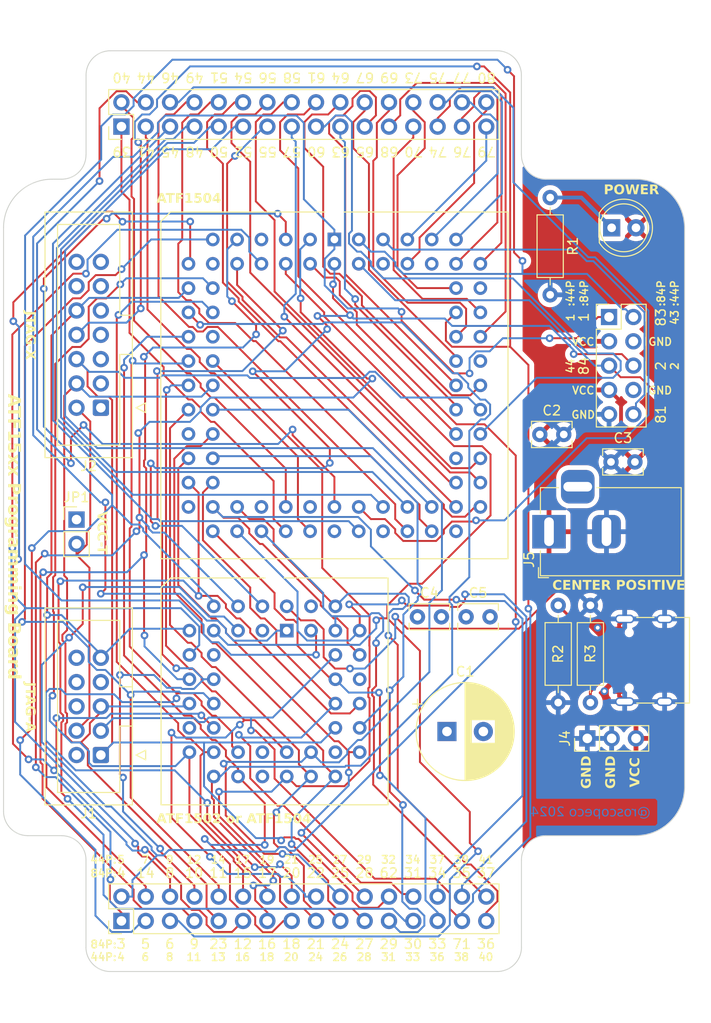
<source format=kicad_pcb>
(kicad_pcb (version 20221018) (generator pcbnew)
  (layers (0 "F.Cu" signal) (1 "In1.Cu" signal) (2 "In2.Cu" signal) (31 "B.Cu" signal) (34 "B.Paste" user) (35 "F.Paste" user) (36 "B.SilkS" user "B.Silkscreen") (37 "F.SilkS" user "F.Silkscreen") (38 "B.Mask" user) (39 "F.Mask" user) (44 "Edge.Cuts" user))
  (net 0 "")
  (net 1 "VCC")
  (net 2 "GND")
  (net 3 "TCK")
  (net 4 "TDO")
  (net 5 "Net-(J1-Pin_4)")
  (net 6 "TMS")
  (net 10 "TDI")
  (net 13 "Net-(LED1-K)")
  (net 14 "IO1")
  (net 15 "IO66")
  (net 16 "IO2")
  (net 17 "IO65")
  (net 18 "IO3")
  (net 19 "IO64")
  (net 20 "IO63")
  (net 21 "IO5")
  (net 22 "IO62")
  (net 23 "IO6")
  (net 24 "IO61")
  (net 25 "IO7")
  (net 26 "IO60")
  (net 27 "IO8")
  (net 28 "IO58")
  (net 29 "IO57")
  (net 30 "IO10")
  (net 31 "IO56")
  (net 32 "IO11")
  (net 33 "IO55")
  (net 34 "IO12")
  (net 35 "IO54")
  (net 36 "IO13")
  (net 37 "IO53")
  (net 38 "IO14")
  (net 39 "IO52")
  (net 40 "IO15")
  (net 41 "IO50")
  (net 42 "IO16")
  (net 43 "IO49")
  (net 44 "IO17")
  (net 45 "IO48")
  (net 46 "IO18")
  (net 47 "IO47")
  (net 48 "IO19")
  (net 49 "IO46")
  (net 50 "IO20")
  (net 51 "IO45")
  (net 52 "IO21")
  (net 53 "IO44")
  (net 54 "IO22")
  (net 55 "IO43")
  (net 56 "IO23")
  (net 57 "IO42")
  (net 58 "IO41")
  (net 59 "IO25")
  (net 60 "IO40")
  (net 61 "IO26")
  (net 62 "IO39")
  (net 63 "IO27")
  (net 64 "IO38")
  (net 65 "IO28")
  (net 66 "IO37")
  (net 67 "IO36")
  (net 68 "IO30")
  (net 69 "IO35")
  (net 70 "IO31")
  (net 71 "IO34")
  (net 72 "IO32")
  (net 73 "IO33")
  (net 74 "GCLR{slash}I")
  (net 75 "GCLK1{slash}I")
  (net 76 "OE1{slash}I")
  (net 77 "GCL2{slash}I")
  (net 78 "GCLK3{slash}IO")
  (net 79 "Net-(J3-CC1)")
  (net 80 "Net-(J3-CC2)")
  (footprint "Package_LCC:PLCC-44_THT-Socket" (layer "F.Cu") (at 133.71 108.12)
    (fp_text reference "U1" hide)
    (fp_text value "~")
  )
  (footprint "Package_LCC:PLCC-84_THT-Socket" (layer "F.Cu") (at 138.69 67.26)
    (fp_text reference "U2" hide)
    (fp_text value "~")
  )
  (footprint "Resistor_THT:R_Axial_DIN0207_L6.3mm_D2.5mm_P10.16mm_Horizontal" (layer "F.Cu") (at 162.06 105.48 -90)
    (fp_text reference "R2")
    (fp_text value "5.1K")
  )
  (footprint "Capacitor_THT:C_Rect_L4.0mm_W2.5mm_P2.50mm" (layer "F.Cu") (at 167.57 90.5)
    (fp_text reference "C3")
    (fp_text value "100n")
  )
  (footprint "Connector_PinHeader_2.54mm:PinHeader_2x16_P2.54mm_Vertical" (layer "F.Cu") (at 116.45 138.45 90)
    (fp_text reference "J6" hide)
    (fp_text value "Conn_02x16_Counter_Clockwise")
  )
  (footprint "Capacitor_THT:CP_Radial_D10.0mm_P3.80mm" (layer "F.Cu") (at 150.442323 118.66)
    (fp_text reference "C1")
    (fp_text value "470u")
  )
  (footprint "Connector_IDC:IDC-Header_2x07_P2.54mm_Vertical" (layer "F.Cu") (at 114.3 84.84 180)
    (fp_text reference "J2")
    (fp_text value "Conn_02x07_Odd_Even")
  )
  (footprint "LED_THT:LED_D5.0mm" (layer "F.Cu") (at 167.64 66.04)
    (fp_text reference "LED1" hide)
    (fp_text value "RED")
  )
  (footprint "Connector_PinHeader_2.54mm:PinHeader_2x16_P2.54mm_Vertical" (layer "F.Cu") (at 116.45 55.47 90)
    (fp_text reference "J7" hide)
    (fp_text value "Conn_02x16_Counter_Clockwise")
  )
  (footprint "Capacitor_THT:C_Rect_L4.0mm_W2.5mm_P2.50mm" (layer "F.Cu") (at 160.14 87.63)
    (fp_text reference "C2")
    (fp_text value "100n")
  )
  (footprint "Resistor_THT:R_Axial_DIN0207_L6.3mm_D2.5mm_P10.16mm_Horizontal" (layer "F.Cu") (at 161.22 62.88 -90)
    (fp_text reference "R1")
    (fp_text value "1K")
  )
  (footprint "Connector_PinHeader_2.54mm:PinHeader_1x03_P2.54mm_Vertical" (layer "F.Cu") (at 165.1 119.38 90)
    (fp_text reference "J4")
    (fp_text value "Conn_01x02_Pin")
  )
  (footprint "Capacitor_THT:C_Rect_L4.0mm_W2.5mm_P2.50mm" (layer "F.Cu") (at 147.36 106.68)
    (fp_text reference "C4")
    (fp_text value "100n")
  )
  (footprint "Connector_PinHeader_2.54mm:PinHeader_2x05_P2.54mm_Vertical" (layer "F.Cu") (at 167.37 75.36)
    (fp_text reference "J8" hide)
    (fp_text value "Conn_02x03_Odd_Even")
  )
  (footprint "Connector_USB:USB_C_Receptacle_Palconn_UTC16-G" (layer "F.Cu") (at 170.93 111.22 90)
    (fp_text reference "J3" hide)
    (fp_text value "USB_C_Receptacle_PowerOnly_6P")
  )
  (footprint "Capacitor_THT:C_Rect_L4.0mm_W2.5mm_P2.50mm" (layer "F.Cu") (at 152.44 106.68)
    (fp_text reference "C5")
    (fp_text value "100n")
  )
  (footprint "Connector_PinHeader_2.54mm:PinHeader_1x02_P2.54mm_Vertical" (layer "F.Cu") (at 111.76 96.52)
    (fp_text reference "JP1")
    (fp_text value "Jumper_2_Bridged")
  )
  (footprint "Resistor_THT:R_Axial_DIN0207_L6.3mm_D2.5mm_P10.16mm_Horizontal" (layer "F.Cu") (at 165.42 105.48 -90)
    (fp_text reference "R3")
    (fp_text value "5.1K")
  )
  (footprint "Connector_IDC:IDC-Header_2x05_P2.54mm_Vertical" (layer "F.Cu") (at 114.3 121.12 180)
    (fp_text reference "J1")
    (fp_text value "Conn_02x05_Odd_Even")
  )
  (footprint "Connector_BarrelJack:BarrelJack_Horizontal" (layer "F.Cu") (at 161.1 97.7875 180)
    (fp_text reference "J5")
    (fp_text value "Jack-DC")
  )
  (gr_line (start 112.756051 50.086051) (end 112.756051 58.42) (stroke (width 0.1)) (layer "Edge.Cuts"))
  (gr_arc (start 112.75 58.42) (mid 112.006051 60.216051) (end 110.21 60.96) (stroke (width 0.1)) (layer "Edge.Cuts"))
  (gr_arc (start 158.22 132.086051) (mid 158.963948 130.289999) (end 160.76 129.546051) (stroke (width 0.1)) (layer "Edge.Cuts"))
  (gr_line (start 175.26 66.04) (end 175.26 124.46) (stroke (width 0.1)) (layer "Edge.Cuts"))
  (gr_arc (start 158.223948 141.193948) (mid 157.48 142.99) (end 155.683948 143.733948) (stroke (width 0.1)) (layer "Edge.Cuts"))
  (gr_arc (start 160.76 60.96) (mid 158.963949 60.216051) (end 158.22 58.42) (stroke (width 0.1)) (layer "Edge.Cuts"))
  (gr_line (start 115.286051 143.733949) (end 155.683948 143.733949) (stroke (width 0.1)) (layer "Edge.Cuts"))
  (gr_line (start 112.75 132.086051) (end 112.75 141.193949) (stroke (width 0.1)) (layer "Edge.Cuts"))
  (gr_arc (start 110.21 129.546051) (mid 112.006051 130.29) (end 112.75 132.086051) (stroke (width 0.1)) (layer "Edge.Cuts"))
  (gr_line (start 160.76 129.546051) (end 170.18 129.546051) (stroke (width 0.1)) (layer "Edge.Cuts"))
  (gr_line (start 115.296051 47.546051) (end 155.673949 47.546051) (stroke (width 0.1)) (layer "Edge.Cuts"))
  (gr_arc (start 175.26 124.46) (mid 173.772102 128.052102) (end 170.18 129.54) (stroke (width 0.1)) (layer "Edge.Cuts"))
  (gr_arc (start 155.673949 47.546051) (mid 157.47 48.29) (end 158.213949 50.086051) (stroke (width 0.1)) (layer "Edge.Cuts"))
  (gr_arc (start 170.18 60.96) (mid 173.772102 62.447898) (end 175.26 66.04) (stroke (width 0.1)) (layer "Edge.Cuts"))
  (gr_line (start 160.76 60.96) (end 170.18 60.96) (stroke (width 0.1)) (layer "Edge.Cuts"))
  (gr_line (start 109.22 60.96) (end 110.21 60.96) (stroke (width 0.1)) (layer "Edge.Cuts"))
  (gr_line (start 106.68 129.54) (end 110.21 129.54) (stroke (width 0.1)) (layer "Edge.Cuts"))
  (gr_arc (start 115.286051 143.733949) (mid 113.49 142.99) (end 112.746051 141.193949) (stroke (width 0.1)) (layer "Edge.Cuts"))
  (gr_line (start 158.213949 50.086051) (end 158.213949 58.42) (stroke (width 0.1)) (layer "Edge.Cuts"))
  (gr_arc (start 104.14 66.04) (mid 105.627898 62.447898) (end 109.22 60.96) (stroke (width 0.1)) (layer "Edge.Cuts"))
  (gr_line (start 158.22 132.086051) (end 158.22 141.193948) (stroke (width 0.1)) (layer "Edge.Cuts"))
  (gr_arc (start 106.68 129.54) (mid 104.883949 128.796051) (end 104.14 127) (stroke (width 0.1)) (layer "Edge.Cuts"))
  (gr_line (start 104.14 127) (end 104.14 66.04) (stroke (width 0.1)) (layer "Edge.Cuts"))
  (gr_arc (start 112.756051 50.086051) (mid 113.5 48.29) (end 115.296051 47.546051) (stroke (width 0.1)) (layer "Edge.Cuts"))
  (gr_text "@roscopeco 2024" (at 171.7 127.69) (layer "B.Cu") (effects (font (size 1 1) (thickness 0.1875)) (justify left bottom mirror)))
  (gr_text "GND" (at 165.621 124.655338 90) (layer "F.SilkS") (effects (font (size 1 1) (thickness 0.25) bold) (justify left bottom)))
  (gr_text "JTAG-X" (at 106.3 74.706253 270) (layer "F.SilkS") (effects (font (size 1 1) (thickness 0.25) bold) (justify left bottom)))
  (gr_text "44" (at 120.067381 49.75 180) (layer "F.SilkS") (effects (font (size 1 1)) (justify left bottom)))
  (gr_text "52" (at 130.227381 57.5 180) (layer "F.SilkS") (effects (font (size 1 1)) (justify left bottom)))
  (gr_text "17" (at 130.612619 134.03) (layer "F.SilkS") (effects (font (size 1 1)) (justify left bottom)))
  (gr_text "76" (at 153.087381 57.5 180) (layer "F.SilkS") (effects (font (size 1 1)) (justify left bottom)))
  (gr_text "69" (at 145.467381 49.75 180) (layer "F.SilkS") (effects (font (size 1 1)) (justify left bottom)))
  (gr_text "67" (at 142.927381 49.75 180) (layer "F.SilkS") (effects (font (size 1 1)) (justify left bottom)))
  (gr_text "8" (at 121.004048 142.69) (layer "F.SilkS") (effects (font (size 0.8 0.8)) (justify left bottom)))
  (gr_text "2" (at 173.36 81.041191 90) (layer "F.SilkS") (effects (font (size 1 1)) (justify left bottom)))
  (gr_text "27" (at 138.403095 132.52) (layer "F.SilkS") (effects (font (size 0.8 0.8)) (justify left bottom)))
  (gr_text "65" (at 142.927381 57.5 180) (layer "F.SilkS") (effects (font (size 1 1)) (justify left bottom)))
  (gr_text "38" (at 151.103095 142.69) (layer "F.SilkS") (effects (font (size 0.8 0.8)) (justify left bottom)))
  (gr_text "33" (at 148.392619 141.45) (layer "F.SilkS") (effects (font (size 1 1)) (justify left bottom)))
  (gr_text "16" (at 130.612619 141.45) (layer "F.SilkS") (effects (font (size 1 1)) (justify left bottom)))
  (gr_text "JTAG-A" (at 106.3 113.487663 270) (layer "F.SilkS") (effects (font (size 1 1) (thickness 0.25) bold) (justify left bottom)))
  (gr_text "2" (at 174.69 80.965953 90) (layer "F.SilkS") (effects (font (size 0.8 0.8)) (justify left bottom)))
  (gr_text "GND" (at 163.354203 86.03875) (layer "F.SilkS") (effects (font (size 0.8 0.8)) (justify left bottom)))
  (gr_text "44P:" (at 113.13 142.69) (layer "F.SilkS") (effects (font (size 0.8 0.8)) (justify left bottom)))
  (gr_text "39" (at 117.527381 57.5 180) (layer "F.SilkS") (effects (font (size 1 1)) (justify left bottom)))
  (gr_text "6" (at 120.92881 141.45) (layer "F.SilkS") (effects (font (size 1 1)) (justify left bottom)))
  (gr_text "50" (at 127.687381 57.5 180) (layer "F.SilkS") (effects (font (size 1 1)) (justify left bottom)))
  (gr_text "84P:" (at 113.13 133.947) (layer "F.SilkS") (effects (font (size 0.8 0.8)) (justify left bottom)))
  (gr_text "31" (at 145.852619 134.03) (layer "F.SilkS") (effects (font (size 1 1)) (justify left bottom)))
  (gr_text "41" (at 120.067381 57.5 180) (layer "F.SilkS") (effects (font (size 1 1)) (justify left bottom)))
  (gr_text "56" (at 132.767381 49.75 180) (layer "F.SilkS") (effects (font (size 1 1)) (justify left bottom)))
  (gr_text "4" (at 115.84881 134.03) (layer "F.SilkS") (effects (font (size 1 1)) (justify left bottom)))
  (gr_text "43" (at 174.69 76.266905 90) (layer "F.SilkS") (effects (font (size 0.8 0.8)) (justify left bottom)))
  (gr_text "16" (at 128.243095 142.69) (layer "F.SilkS") (effects (font (size 0.8 0.8)) (justify left bottom)))
  (gr_text "13" (at 125.703095 142.69) (layer "F.SilkS") (effects (font (size 0.8 0.8)) (justify left bottom)))
  (gr_text "77" (at 153.087381 49.75 180) (layer "F.SilkS") (effects (font (size 1 1)) (justify left bottom)))
  (gr_text "44" (at 163.81 81.35 90) (layer "F.SilkS") (effects (font (size 0.8 0.8)) (justify left bottom)))
  (gr_text "64" (at 140.387381 49.75 180) (layer "F.SilkS") (effects (font (size 1 1)) (justify left bottom)))
  (gr_text "15" (at 128.072619 134.03) (layer "F.SilkS") (effects (font (size 1 1)) (justify left bottom)))
  (gr_text "71" (at 150.932619 141.45) (layer "F.SilkS") (effects (font (size 1 1)) (justify left bottom)))
  (gr_text "27" (at 140.772619 141.45) (layer "F.SilkS") (effects (font (size 1 1)) (justify left bottom)))
  (gr_text "34" (at 148.392619 134.03) (layer "F.SilkS") (effects (font (size 1 1)) (justify left bottom)))
  (gr_text "24" (at 138.232619 141.45) (layer "F.SilkS") (effects (font (size 1 1)) (justify left bottom)))
  (gr_text "VCC-T" (at 113.8 95.657876 270) (layer "F.SilkS") (effects (font (size 1 1) (thickness 0.25) bold) (justify left bottom)))
  (gr_text "GND" (at 168.161 124.655338 90) (layer "F.SilkS") (effects (font (size 1 1) (thickness 0.25) bold) (justify left bottom)))
  (gr_text "6" (at 118.464048 142.69) (layer "F.SilkS") (effects (font (size 0.8 0.8)) (justify left bottom)))
  (gr_text "49" (at 125.147381 49.75 180) (layer "F.SilkS") (effects (font (size 1 1)) (justify left bottom)))
  (gr_text "48" (at 125.147381 57.5 180) (layer "F.SilkS") (effects (font (size 1 1)) (justify left bottom)))
  (gr_text "ATF15xx Programming Board" (at 104.41 83.38 -90) (layer "F.SilkS") (effects (font (size 1.3 1.3) (thickness 0.26) bold) (justify left bottom)))
  (gr_text "34" (at 146.023095 132.52) (layer "F.SilkS") (effects (font (size 0.8 0.8)) (justify left bottom)))
  (gr_text "57" (at 135.307381 57.5 180) (layer "F.SilkS") (effects (font (size 1 1)) (justify left bottom)))
  (gr_text ":84P" (at 165.237 74.34 90) (layer "F.SilkS") (effects (font (size 0.8 0.8)) (justify left bottom)))
  (gr_text "9" (at 121.004048 132.52) (layer "F.SilkS") (effects (font (size 0.8 0.8)) (justify left bottom)))
  (gr_text "81" (at 173.36 86.597381 90) (layer "F.SilkS") (effects (font (size 1 1)) (justify left bottom)))
  (gr_text "36" (at 148.563095 142.69) (layer "F.SilkS") (effects (font (size 0.8 0.8)) (justify left bottom)))
  (gr_text "21" (at 135.692619 141.45) (layer "F.SilkS") (effects (font (size 1 1)) (justify left bottom)))
  (gr_text "41" (at 153.643095 132.52) (layer "F.SilkS") (effects (font (size 0.8 0.8)) (justify left bottom)))
  (gr_text "5" (at 118.38881 141.45) (layer "F.SilkS") (effects (font (size 1 1)) (justify left bottom)))
  (gr_text "73" (at 148.007381 49.75 180) (layer "F.SilkS") (effects (font (size 1 1)) (justify left bottom)))
  (gr_text "20" (at 133.323095 142.69) (layer "F.SilkS") (effects (font (size 0.8 0.8)) (justify left bottom)))
  (gr_text "29" (at 140.943095 132.52) (layer "F.SilkS") (effects (font (size 0.8 0.8)) (justify left bottom)))
  (gr_text "84" (at 165.32 81.517381 90) (layer "F.SilkS") (effects (font (size 1 1)) (justify left bottom)))
  (gr_text "80" (at 155.627381 49.75 180) (layer "F.SilkS") (effects (font (size 1 1)) (justify left bottom)))
  (gr_text "VCC" (at 163.430393 83.49875) (layer "F.SilkS") (effects (font (size 0.8 0.8)) (justify left bottom)))
  (gr_text "ATF1502 or ATF1504" (at 120.1 128.4) (layer "F.SilkS") (effects (font (size 1 1) (thickness 0.25) bold) (justify left bottom)))
  (gr_text "55" (at 132.767381 57.5 180) (layer "F.SilkS") (effects (font (size 1 1)) (justify left bottom)))
  (gr_text "14" (at 117.912619 134.03) (layer "F.SilkS") (effects (font (size 1 1)) (justify left bottom)))
  (gr_text "28" (at 140.772619 134.03) (layer "F.SilkS") (effects (font (size 1 1)) (justify left bottom)))
  (gr_text "32" (at 143.483095 132.52) (layer "F.SilkS") (effects (font (size 0.8 0.8)) (justify left bottom)))
  (gr_text "44P:" (at 113.13 132.52) (layer "F.SilkS") (effects (font (size 0.8 0.8)) (justify left bottom)))
  (gr_text "20" (at 133.152619 134.03) (layer "F.SilkS") (effects (font (size 1 1)) (justify left bottom)))
  (gr_text "18" (at 133.152619 141.45) (layer "F.SilkS") (effects (font (size 1 1)) (justify left bottom)))
  (gr_text "40" (at 117.527381 49.75 180) (layer "F.SilkS") (effects (font (size 1 1)) (justify left bottom)))
  (gr_text "10" (at 122.992619 134.03) (layer "F.SilkS") (effects (font (size 1 1)) (justify left bottom)))
  (gr_text "51" (at 127.687381 49.75 180) (layer "F.SilkS") (effects (font (size 1 1)) (justify left bottom)))
  (gr_text "84P:" (at 113.13 141.367) (layer "F.SilkS") (effects (font (size 0.8 0.8)) (justify left bottom)))
  (gr_text "29" (at 143.312619 141.45) (layer "F.SilkS") (effects (font (size 1 1)) (justify left bottom)))
  (gr_text ":44P" (at 174.69 74.34 90) (layer "F.SilkS") (effects (font (size 0.8 0.8)) (justify left bottom)))
  (gr_text "62" (at 143.312619 134.03) (layer "F.SilkS") (effects (font (size 1 1)) (justify left bottom)))
  (gr_text "24" (at 135.863095 142.69) (layer "F.SilkS") (effects (font (size 0.8 0.8)) (justify left bottom)))
  (gr_text "74" (at 150.547381 57.5 180) (layer "F.SilkS") (effects (font (size 1 1)) (justify left bottom)))
  (gr_text "8" (at 120.92881 134.03) (layer "F.SilkS") (effects (font (size 1 1)) (justify left bottom)))
  (gr_text "21" (at 133.323095 132.52) (layer "F.SilkS") (effects (font (size 0.8 0.8)) (justify left bottom)))
  (gr_text "17" (at 128.243095 132.52) (layer "F.SilkS") (effects (font (size 0.8 0.8)) (justify left bottom)))
  (gr_text "18" (at 130.783095 142.69) (layer "F.SilkS") (effects (font (size 0.8 0.8)) (justify left bottom)))
  (gr_text "35" (at 150.932619 134.03) (layer "F.SilkS") (effects (font (size 1 1)) (justify left bottom)))
  (gr_text "25" (at 138.232619 134.03) (layer "F.SilkS") (effects (font (size 1 1)) (justify left bottom)))
  (gr_text "75" (at 150.547381 49.75 180) (layer "F.SilkS") (effects (font (size 1 1)) (justify left bottom)))
  (gr_text "1" (at 165.32 75.961191 90) (layer "F.SilkS") (effects (font (size 1 1)) (justify left bottom)))
  (gr_text "7" (at 118.464048 132.52) (layer "F.SilkS") (effects (font (size 0.8 0.8)) (justify left bottom)))
  (gr_text "28" (at 140.943095 142.69) (layer "F.SilkS") (effects (font (size 0.8 0.8)) (justify left bottom)))
  (gr_text "70" (at 148.007381 57.5 180) (layer "F.SilkS") (effects (font (size 1 1)) (justify left bottom)))
  (gr_text "CENTER POSITIVE" (at 161.44 104.02) (layer "F.SilkS") (effects (font (size 1 1) (thickness 0.25) bold) (justify left bottom)))
  (gr_text "3" (at 115.84881 141.45) (layer "F.SilkS") (effects (font (size 1 1)) (justify left bottom)))
  (gr_text "19" (at 130.783095 132.52) (layer "F.SilkS") (effects (font (size 0.8 0.8)) (justify left bottom)))
  (gr_text "11" (at 125.532619 134.03) (layer "F.SilkS") (effects (font (size 1 1)) (justify left bottom)))
  (gr_text "36" (at 153.472619 141.45) (layer "F.SilkS") (effects (font (size 1 1)) (justify left bottom)))
  (gr_text "5" (at 115.924048 132.52) (layer "F.SilkS") (effects (font (size 0.8 0.8)) (justify left bottom)))
  (gr_text "30" (at 145.852619 141.45) (layer "F.SilkS") (effects (font (size 1 1)) (justify left bottom)))
  (gr_text "37" (at 153.472619 134.03) (layer "F.SilkS") (effects (font (size 1 1)) (justify left bottom)))
  (gr_text "79" (at 155.627381 57.5 180) (layer "F.SilkS") (effects (font (size 1 1)) (justify left bottom)))
  (gr_text "11" (at 123.163095 142.69) (layer "F.SilkS") (effects (font (size 0.8 0.8)) (justify left bottom)))
  (gr_text "33" (at 146.023095 142.69) (layer "F.SilkS") (effects (font (size 0.8 0.8)) (justify left bottom)))
  (gr_text ":84P" (at 173.277 74.34 90) (layer "F.SilkS") (effects (font (size 0.8 0.8)) (justify left bottom)))
  (gr_text "14" (at 125.703095 132.52) (layer "F.SilkS") (effects (font (size 0.8 0.8)) (justify left bottom)))
  (gr_text "GND" (at 171.394203 78.41875) (layer "F.SilkS") (effects (font (size 0.8 0.8)) (justify left bottom)))
  (gr_text "63" (at 140.387381 57.5 180) (layer "F.SilkS") (effects (font (size 1 1)) (justify left bottom)))
  (gr_text "GND" (at 171.394203 83.49875) (layer "F.SilkS") (effects (font (size 0.8 0.8)) (justify left bottom)))
  (gr_text ":44P" (at 163.81 74.34 90) (layer "F.SilkS") (effects (font (size 0.8 0.8)) (justify left bottom)))
  (gr_text "37" (at 148.563095 132.52) (layer "F.SilkS") (effects (font (size 0.8 0.8)) (justify left bottom)))
  (gr_text "45" (at 122.607381 57.5 180) (layer "F.SilkS") (effects (font (size 1 1)) (justify left bottom)))
  (gr_text "60" (at 137.847381 57.5 180) (layer "F.SilkS") (effects (font (size 1 1)) (justify left bottom)))
  (gr_text "1" (at 163.81 75.889048 90) (layer "F.SilkS") (effects (font (size 0.8 0.8)) (justify left bottom)))
  (gr_text "31" (at 143.483095 142.69) (layer "F.SilkS") (effects (font (size 0.8 0.8)) (justify left bottom)))
  (gr_text "POWER" (at 166.809627 62.7) (layer "F.SilkS") (effects (font (size 1 1) (thickness 0.25) bold) (justify left bottom)))
  (gr_text "61" (at 137.847381 49.75 180) (layer "F.SilkS") (effects (font (size 1 1)) (justify left bottom)))
  (gr_text "22" (at 135.692619 134.03) (layer "F.SilkS") (effects (font (size 1 1)) (justify left bottom)))
  (gr_text "VCC" (at 163.430393 78.41875) (layer "F.SilkS") (effects (font (size 0.8 0.8)) (justify left bottom)))
  (gr_text "54" (at 130.227381 49.75 180) (layer "F.SilkS") (effects (font (size 1 1)) (justify left bottom)))
  (gr_text "12" (at 123.163095 132.52) (layer "F.SilkS") (effects (font (size 0.8 0.8)) (justify left bottom)))
  (gr_text "9" (at 123.46881 141.45) (layer "F.SilkS") (effects (font (size 1 1)) (justify left bottom)))
  (gr_text "26" (at 138.403095 142.69) (layer "F.SilkS") (effects (font (size 0.8 0.8)) (justify left bottom)))
  (gr_text "68" (at 145.467381 57.5 180) (layer "F.SilkS") (effects (font (size 1 1)) (justify left bottom)))
  (gr_text "40" (at 153.643095 142.69) (layer "F.SilkS") (effects (font (size 0.8 0.8)) (justify left bottom)))
  (gr_text "39" (at 151.103095 132.52) (layer "F.SilkS") (effects (font (size 0.8 0.8)) (justify left bottom)))
  (gr_text "4" (at 115.924048 142.69) (layer "F.SilkS") (effects (font (size 0.8 0.8)) (justify left bottom)))
  (gr_text "46" (at 122.607381 49.75 180) (layer "F.SilkS") (effects (font (size 1 1)) (justify left bottom)))
  (gr_text "12" (at 128.072619 141.45) (layer "F.SilkS") (effects (font (size 1 1)) (justify left bottom)))
  (gr_text "ATF1504" (at 120.1 63.6) (layer "F.SilkS") (effects (font (size 1 1) (thickness 0.25) bold) (justify left bottom)))
  (gr_text "25" (at 135.863095 132.52) (layer "F.SilkS") (effects (font (size 0.8 0.8)) (justify left bottom)))
  (gr_text "23" (at 125.532619 141.45) (layer "F.SilkS") (effects (font (size 1 1)) (justify left bottom)))
  (gr_text "83" (at 173.36 76.437381 90) (layer "F.SilkS") (effects (font (size 1 1)) (justify left bottom)))
  (gr_text "VCC" (at 170.701 124.5 90) (layer "F.SilkS") (effects (font (size 1 1) (thickness 0.25) bold) (justify left bottom)))
  (gr_text "58" (at 135.307381 49.75 180) (layer "F.SilkS") (effects (font (size 1 1)) (justify left bottom)))
  (segment (start 161.1 97.7875) (end 161.1 88.59) (width 0.4) (layer "F.Cu") (net 1))
  (segment (start 167.37 82.98) (end 168.62 84.23) (width 0.4) (layer "F.Cu") (net 1))
  (segment (start 167.71 113.62) (end 166.88 114.45) (width 0.4) (layer "F.Cu") (net 1))
  (segment (start 168.42 113.62) (end 167.71 113.62) (width 0.4) (layer "F.Cu") (net 1))
  (segment (start 161.81 85.96) (end 160.14 87.63) (width 0.4) (layer "F.Cu") (net 1))
  (segment (start 168.62 84.23) (end 168.62 87.47) (width 0.4) (layer "F.Cu") (net 1))
  (segment (start 166.64 87.8) (end 164.8 85.96) (width 0.4) (layer "F.Cu") (net 1))
  (segment (start 164.8 85.96) (end 161.81 85.96) (width 0.4) (layer "F.Cu") (net 1))
  (segment (start 167.18 108.82) (end 166.18 107.82) (width 0.4) (layer "F.Cu") (net 1))
  (segment (start 168.29 87.8) (end 166.64 87.8) (width 0.4) (layer "F.Cu") (net 1))
  (segment (start 168.42 108.82) (end 167.18 108.82) (width 0.4) (layer "F.Cu") (net 1))
  (segment (start 168.62 87.47) (end 168.29 87.8) (width 0.4) (layer "F.Cu") (net 1))
  (segment (start 161.1 88.59) (end 160.14 87.63) (width 0.4) (layer "F.Cu") (net 1))
  (via (at 166.88 114.45) (size 0.8) (drill 0.4) (layers "F.Cu" "B.Cu") (net 1))
  (via (at 166.18 107.82) (size 0.8) (drill 0.4) (layers "F.Cu" "B.Cu") (net 1))
  (segment (start 168.42 108.02) (end 168.42 107.48) (width 0.4) (layer "F.Cu") (net 2))
  (segment (start 168.42 114.96) (end 169 115.54) (width 0.4) (layer "F.Cu") (net 2))
  (segment (start 168.42 107.48) (end 169 106.9) (width 0.4) (layer "F.Cu") (net 2))
  (segment (start 168.42 114.42) (end 168.42 114.96) (width 0.4) (layer "F.Cu") (net 2))
  (segment (start 134.941415 129.877215) (end 134.667679 129.877215) (width 0.2) (layer "F.Cu") (net 3))
  (segment (start 140.58 136.3284) (end 140.58 135.5158) (width 0.2) (layer "F.Cu") (net 3))
  (segment (start 115.4793 84.0375) (end 115.4793 119.9407) (width 0.2) (layer "F.Cu") (net 3))
  (segment (start 115.1289 83.6871) (end 115.4793 84.0375) (width 0.2) (layer "F.Cu") (net 3))
  (segment (start 115.4793 119.9407) (end 114.3 121.12) (width 0.2) (layer "F.Cu") (net 3))
  (segment (start 111.76 79.76) (end 112.912 80.912) (width 0.2) (layer "F.Cu") (net 3))
  (segment (start 112.912 82.6101) (end 113.989 83.6871) (width 0.2) (layer "F.Cu") (net 3))
  (segment (start 141.3251 137.0735) (end 140.58 136.3284) (width 0.2) (layer "F.Cu") (net 3))
  (segment (start 140.58 135.5158) (end 134.941415 129.877215) (width 0.2) (layer "F.Cu") (net 3))
  (segment (start 144.39 135.91) (end 143.2265 137.0735) (width 0.2) (layer "F.Cu") (net 3))
  (segment (start 113.989 83.6871) (end 115.1289 83.6871) (width 0.2) (layer "F.Cu") (net 3))
  (segment (start 143.2265 137.0735) (end 141.3251 137.0735) (width 0.2) (layer "F.Cu") (net 3))
  (segment (start 134.510464 129.72) (end 133.4503 129.72) (width 0.2) (layer "F.Cu") (net 3))
  (segment (start 134.667679 129.877215) (end 134.510464 129.72) (width 0.2) (layer "F.Cu") (net 3))
  (segment (start 133.4503 129.72) (end 133.1303 130.04) (width 0.2) (layer "F.Cu") (net 3))
  (segment (start 112.912 80.912) (end 112.912 82.6101) (width 0.2) (layer "F.Cu") (net 3))
  (via (at 133.1303 130.04) (size 0.8) (drill 0.4) (layers "F.Cu" "B.Cu") (net 3))
  (segment (start 111.76 79.76) (end 113.0883 81.0883) (width 0.2) (layer "B.Cu") (net 3))
  (segment (start 116.7863 81.7089) (end 120.4464 81.7089) (width 0.2) (layer "B.Cu") (net 3))
  (segment (start 116.1657 81.0883) (end 116.7863 81.7089) (width 0.2) (layer "B.Cu") (net 3))
  (segment (start 120.6968 81.4585) (end 129.5959 81.4585) (width 0.2) (layer "B.Cu") (net 3))
  (segment (start 137.2631 119.8069) (end 138.79 118.28) (width 0.2) (layer "B.Cu") (net 3))
  (segment (start 114.3 121.12) (end 115.6131 119.8069) (width 0.2) (layer "B.Cu") (net 3))
  (segment (start 129.5959 81.4585) (end 129.8686 81.7312) (width 0.2) (layer "B.Cu") (net 3))
  (segment (start 145.6339 83.77) (end 152.66 83.77) (width 0.2) (layer "B.Cu") (net 3))
  (segment (start 125.0751 119.8069) (end 137.2631 119.8069) (width 0.2) (layer "B.Cu") (net 3))
  (segment (start 129.8686 81.7312) (end 141.704 81.7312) (width 0.2) (layer "B.Cu") (net 3))
  (segment (start 125.0751 119.8069) (end 125.0751 124.3784) (width 0.2) (layer "B.Cu") (net 3))
  (segment (start 130.4982 129.8015) (end 132.8918 129.8015) (width 0.2) (layer "B.Cu") (net 3))
  (segment (start 115.6131 119.8069) (end 125.0751 119.8069) (width 0.2) (layer "B.Cu") (net 3))
  (segment (start 141.704 81.7312) (end 142.3589 81.0763) (width 0.2) (layer "B.Cu") (net 3))
  (segment (start 125.0751 124.3784) (end 130.4982 129.8015) (width 0.2) (layer "B.Cu") (net 3))
  (segment (start 113.0883 81.0883) (end 116.1657 81.0883) (width 0.2) (layer "B.Cu") (net 3))
  (segment (start 142.3589 81.0763) (end 142.9402 81.0763) (width 0.2) (layer "B.Cu") (net 3))
  (segment (start 120.4464 81.7089) (end 120.6968 81.4585) (width 0.2) (layer "B.Cu") (net 3))
  (segment (start 142.9402 81.0763) (end 145.6339 83.77) (width 0.2) (layer "B.Cu") (net 3))
  (segment (start 132.8918 129.8015) (end 133.1303 130.04) (width 0.2) (layer "B.Cu") (net 3))
  (segment (start 152.66 83.77) (end 153.93 85.04) (width 0.2) (layer "B.Cu") (net 3))
  (segment (start 129.9802 118.5487) (end 130.4474 118.5487) (width 0.2) (layer "F.Cu") (net 4))
  (segment (start 150.74 137.18) (end 152.01 138.45) (width 0.2) (layer "F.Cu") (net 4))
  (segment (start 130.4474 118.5487) (end 132.44 120.5413) (width 0.2) (layer "F.Cu") (net 4))
  (segment (start 149.2349 134.0342) (end 150.74 135.5393) (width 0.2) (layer "F.Cu") (net 4))
  (segment (start 154.3208 49.181) (end 157.0436 51.9038) (width 0.2) (layer "F.Cu") (net 4))
  (segment (start 158.9487 80.3732) (end 158.9487 105.8256) (width 0.2) (layer "F.Cu") (net 4))
  (segment (start 153.5688 49.181) (end 154.3208 49.181) (width 0.2) (layer "F.Cu") (net 4))
  (segment (start 150.74 135.5393) (end 150.74 137.18) (width 0.2) (layer "F.Cu") (net 4))
  (segment (start 157.0436 78.4681) (end 158.9487 80.3732) (width 0.2) (layer "F.Cu") (net 4))
  (segment (start 150.3302 75.9398) (end 150.3302 77.8297) (width 0.2) (layer "F.Cu") (net 4))
  (segment (start 118.2059 57.1007) (end 118.4685 57.3633) (width 0.2) (layer "F.Cu") (net 4))
  (segment (start 132.44 123.582) (end 142.8922 134.0342) (width 0.2) (layer "F.Cu") (net 4))
  (segment (start 150.3302 77.8297) (end 150.9686 78.4681) (width 0.2) (layer "F.Cu") (net 4))
  (segment (start 157.0436 51.9038) (end 157.0436 78.4681) (width 0.2) (layer "F.Cu") (net 4))
  (segment (start 142.8922 134.0342) (end 149.2349 134.0342) (width 0.2) (layer "F.Cu") (net 4))
  (segment (start 151.39 74.88) (end 150.3302 75.9398) (width 0.2) (layer "F.Cu") (net 4))
  (segment (start 132.44 120.5413) (end 132.44 123.582) (width 0.2) (layer "F.Cu") (net 4))
  (segment (start 150.9686 78.4681) (end 157.0436 78.4681) (width 0.2) (layer "F.Cu") (net 4))
  (segment (start 158.9487 105.8256) (end 158.9488 105.8256) (width 0.2) (layer "F.Cu") (net 4))
  (segment (start 118.4685 57.3633) (end 118.4685 74.4655) (width 0.2) (layer "F.Cu") (net 4))
  (via (at 118.2059 57.1007) (size 0.8) (drill 0.4) (layers "F.Cu" "B.Cu") (net 4))
  (via (at 153.5688 49.181) (size 0.8) (drill 0.4) (layers "F.Cu" "B.Cu") (net 4))
  (via (at 129.9802 118.5487) (size 0.8) (drill 0.4) (layers "F.Cu" "B.Cu") (net 4))
  (via (at 118.4685 74.4655) (size 0.8) (drill 0.4) (layers "F.Cu" "B.Cu") (net 4))
  (via (at 158.9488 105.8256) (size 0.8) (drill 0.4) (layers "F.Cu" "B.Cu") (net 4))
  (segment (start 125.5619 117.2024) (end 129.9802 117.2024) (width 0.2) (layer "B.Cu") (net 4))
  (segment (start 118.4685 74.4655) (end 116.984 75.95) (width 0.2) (layer "B.Cu") (net 4))
  (segment (start 123.6111 49.1794) (end 153.5688 49.1794) (width 0.2) (layer "B.Cu") (net 4))
  (segment (start 152.01 138.45) (end 152.01 137.5862) (width 0.2) (layer "B.Cu") (net 4))
  (segment (start 115.6159 117.2641) (end 124.0963 117.2641) (width 0.2) (layer "B.Cu") (net 4))
  (segment (start 129.9802 117.2023) (end 129.9802 117.2024) (width 0.2) (layer "B.Cu") (net 4))
  (segment (start 116.984 75.95) (end 113.03 75.95) (width 0.2) (layer "B.Cu") (net 4))
  (segment (start 120.1686 53.4156) (end 120.1686 52.6219) (width 0.2) (layer "B.Cu") (net 4))
  (segment (start 124.5076 117.6754) (end 125.0889 117.6754) (width 0.2) (layer "B.Cu") (net 4))
  (segment (start 132.2477 117.2023) (end 129.9802 117.2023) (width 0.2) (layer "B.Cu") (net 4))
  (segment (start 125.0889 117.6754) (end 125.5619 117.2024) (width 0.2) (layer "B.Cu") (net 4))
  (segment (start 129.9802 117.2024) (end 129.9802 118.5487) (width 0.2) (layer "B.Cu") (net 4))
  (segment (start 152.01 137.5862) (end 153.1619 136.4343) (width 0.2) (layer "B.Cu") (net 4))
  (segment (start 120.1686 52.6219) (end 123.6111 49.1794) (width 0.2) (layer "B.Cu") (net 4))
  (segment (start 124.0963 117.2641) (end 124.5076 117.6754) (width 0.2) (layer "B.Cu") (net 4))
  (segment (start 119.3842 54.2) (end 120.1686 53.4156) (width 0.2) (layer "B.Cu") (net 4))
  (segment (start 117.8381 56.7329) (end 117.8381 54.9738) (width 0.2) (layer "B.Cu") (net 4))
  (segment (start 118.2059 57.1007) (end 117.8381 56.7329) (width 0.2) (layer "B.Cu") (net 4))
  (segment (start 153.5688 49.1794) (end 153.5688 49.181) (width 0.2) (layer "B.Cu") (net 4))
  (segment (start 153.1619 136.4343) (end 153.1619 135.6563) (width 0.2) (layer "B.Cu") (net 4))
  (segment (start 159.1493 106.0261) (end 158.9488 105.8256) (width 0.2) (layer "B.Cu") (net 4))
  (segment (start 118.6119 54.2) (end 119.3842 54.2) (width 0.2) (layer "B.Cu") (net 4))
  (segment (start 138.79 110.66) (end 132.2477 117.2023) (width 0.2) (layer "B.Cu") (net 4))
  (segment (start 117.8381 54.9738) (end 118.6119 54.2) (width 0.2) (layer "B.Cu") (net 4))
  (segment (start 114.3 118.58) (end 115.6159 117.2641) (width 0.2) (layer "B.Cu") (net 4))
  (segment (start 113.03 75.95) (end 111.76 77.22) (width 0.2) (layer "B.Cu") (net 4))
  (segment (start 153.1619 135.6563) (end 159.1493 129.6689) (width 0.2) (layer "B.Cu") (net 4))
  (segment (start 159.1493 129.6689) (end 159.1493 106.0261) (width 0.2) (layer "B.Cu") (net 4))
  (segment (start 111.76 99.06) (end 111.76 100.2119) (width 0.2) (layer "F.Cu") (net 5))
  (segment (start 111.76 100.2119) (end 112.8304 99.1415) (width 0.2) (layer "F.Cu") (net 5))
  (segment (start 112.8304 97.7504) (end 113.1961 97.3847) (width 0.2) (layer "F.Cu") (net 5))
  (segment (start 112.8304 99.1415) (end 112.8304 97.7504) (width 0.2) (layer "F.Cu") (net 5))
  (segment (start 111.76 118.58) (end 113.1095 117.2305) (width 0.2) (layer "F.Cu") (net 5))
  (segment (start 113.1095 101.5614) (end 111.76 100.2119) (width 0.2) (layer "F.Cu") (net 5))
  (segment (start 113.1961 97.3847) (end 113.1961 86.2761) (width 0.2) (layer "F.Cu") (net 5))
  (segment (start 113.1095 117.2305) (end 113.1095 101.5614) (width 0.2) (layer "F.Cu") (net 5))
  (segment (start 113.1961 86.2761) (end 111.76 84.84) (width 0.2) (layer "F.Cu") (net 5))
  (segment (start 113.1481 118.8803) (end 112.2382 119.7902) (width 0.2) (layer "F.Cu") (net 6))
  (segment (start 110.2844 109.142) (end 110.2844 108.5608) (width 0.2) (layer "F.Cu") (net 6))
  (segment (start 125.34 137.18) (end 126.61 138.45) (width 0.2) (layer "F.Cu") (net 6))
  (segment (start 110.6041 117.8743) (end 110.7675 117.7109) (width 0.2) (layer "F.Cu") (net 6))
  (segment (start 110.7749 102.6723) (end 110.4769 102.3743) (width 0.2) (layer "F.Cu") (net 6))
  (segment (start 113.1481 117.7904) (end 113.1481 118.8803) (width 0.2) (layer "F.Cu") (net 6))
  (segment (start 112.9417 120.4937) (end 112.9417 122.2051) (width 0.2) (layer "F.Cu") (net 6))
  (segment (start 110.2844 108.5608) (end 110.7749 108.0703) (width 0.2) (layer "F.Cu") (net 6))
  (segment (start 110.4769 83.5831) (end 111.76 82.3) (width 0.2) (layer "F.Cu") (net 6))
  (segment (start 111.3199 119.7902) (end 110.6041 119.0744) (width 0.2) (layer "F.Cu") (net 6))
  (segment (start 110.7675 117.7109) (end 110.7675 116.7967) (width 0.2) (layer "F.Cu") (net 6))
  (segment (start 110.7675 116.7967) (end 110.6041 116.6333) (width 0.2) (layer "F.Cu") (net 6))
  (segment (start 110.6041 116.6333) (end 110.6041 109.4617) (width 0.2) (layer "F.Cu") (net 6))
  (segment (start 112.9417 122.2051) (end 125.34 134.6034) (width 0.2) (layer "F.Cu") (net 6))
  (segment (start 112.2382 119.7902) (end 112.9417 120.4937) (width 0.2) (layer "F.Cu") (net 6))
  (segment (start 125.34 134.6034) (end 125.34 137.18) (width 0.2) (layer "F.Cu") (net 6))
  (segment (start 110.6041 109.4617) (end 110.2844 109.142) (width 0.2) (layer "F.Cu") (net 6))
  (segment (start 110.6041 119.0744) (end 110.6041 117.8743) (width 0.2) (layer "F.Cu") (net 6))
  (segment (start 110.7749 108.0703) (end 110.7749 102.6723) (width 0.2) (layer "F.Cu") (net 6))
  (segment (start 112.2382 119.7902) (end 111.3199 119.7902) (width 0.2) (layer "F.Cu") (net 6))
  (segment (start 114.3 116.04) (end 114.3 116.6385) (width 0.2) (layer "F.Cu") (net 6))
  (segment (start 110.4769 102.3743) (end 110.4769 83.5831) (width 0.2) (layer "F.Cu") (net 6))
  (segment (start 114.3 116.6385) (end 113.1481 117.7904) (width 0.2) (layer "F.Cu") (net 6))
  (segment (start 113.1387 83.6787) (end 124.8113 83.6787) (width 0.2) (layer "B.Cu") (net 6))
  (segment (start 123.25 116.04) (end 114.3 116.04) (width 0.2) (layer "B.Cu") (net 6))
  (segment (start 123.55 115.74) (end 123.25 116.04) (width 0.2) (layer "B.Cu") (net 6))
  (segment (start 124.8113 83.6787) (end 125.99 82.5) (width 0.2) (layer "B.Cu") (net 6))
  (segment (start 111.76 82.3) (end 113.1387 83.6787) (width 0.2) (layer "B.Cu") (net 6))
  (segment (start 108.6958 106.4928) (end 108.6958 102.5958) (width 0.2) (layer "F.Cu") (net 10))
  (segment (start 108.6169 121.9444) (end 108.5391 121.8666) (width 0.2) (layer "F.Cu") (net 10))
  (segment (start 108.6958 102.5958) (end 109.142 102.1496) (width 0.2) (layer "F.Cu") (net 10))
  (segment (start 108.5391 121.8666) (end 108.5391 106.6495) (width 0.2) (layer "F.Cu") (net 10))
  (segment (start 118.99 134.8503) (end 108.6169 124.4772) (width 0.2) (layer "F.Cu") (net 10))
  (segment (start 118.99 135.91) (end 118.99 134.8503) (width 0.2) (layer "F.Cu") (net 10))
  (segment (start 108.5391 106.6495) (end 108.6958 106.4928) (width 0.2) (layer "F.Cu") (net 10))
  (segment (start 109.142 102.1496) (end 109.142 77.298) (width 0.2) (layer "F.Cu") (net 10))
  (segment (start 109.142 77.298) (end 111.76 74.68) (width 0.2) (layer "F.Cu") (net 10))
  (segment (start 108.6169 124.4772) (end 108.6169 121.9444) (width 0.2) (layer "F.Cu") (net 10))
  (via (at 108.6958 106.4928) (size 0.8) (drill 0.4) (layers "F.Cu" "B.Cu") (net 10))
  (segment (start 114.3 110.96) (end 114.3 110.6042) (width 0.2) (layer "B.Cu") (net 10))
  (segment (start 117.3385 107.9215) (end 114.3 110.96) (width 0.2) (layer "B.Cu") (net 10))
  (segment (start 113.0783 73.3617) (end 111.76 74.68) (width 0.2) (layer "B.Cu") (net 10))
  (segment (start 110.1886 106.4928) (end 108.6958 106.4928) (width 0.2) (layer "B.Cu") (net 10))
  (segment (start 123.3515 107.9215) (end 117.3385 107.9215) (width 0.2) (layer "B.Cu") (net 10))
  (segment (start 123.45 72.34) (end 122.4283 73.3617) (width 0.2) (layer "B.Cu") (net 10))
  (segment (start 122.4283 73.3617) (end 113.0783 73.3617) (width 0.2) (layer "B.Cu") (net 10))
  (segment (start 114.3 110.6042) (end 110.1886 106.4928) (width 0.2) (layer "B.Cu") (net 10))
  (segment (start 123.55 108.12) (end 123.3515 107.9215) (width 0.2) (layer "B.Cu") (net 10))
  (segment (start 164.48 62.88) (end 167.64 66.04) (width 0.4) (layer "B.Cu") (net 13))
  (segment (start 161.22 62.88) (end 164.48 62.88) (width 0.4) (layer "B.Cu") (net 13))
  (segment (start 108.4401 100.0727) (end 107.5131 100.9997) (width 0.2) (layer "F.Cu") (net 14))
  (segment (start 118.3352 87.607) (end 118.2073 87.4791) (width 0.2) (layer "F.Cu") (net 14))
  (segment (start 116.45 137.5861) (end 115.2338 136.3699) (width 0.2) (layer "F.Cu") (net 14))
  (segment (start 118.0183 97.738) (end 118.3352 97.4211) (width 0.2) (layer "F.Cu") (net 14))
  (segment (start 115.2338 134.1881) (end 115.3039 134.118) (width 0.2) (layer "F.Cu") (net 14))
  (segment (start 118.3352 97.4211) (end 118.3352 96.3156) (width 0.2) (layer "F.Cu") (net 14))
  (segment (start 115.2338 136.3699) (end 115.2338 134.1881) (width 0.2) (layer "F.Cu") (net 14))
  (segment (start 118.3352 96.3156) (end 118.3352 87.607) (width 0.2) (layer "F.Cu") (net 14))
  (segment (start 142.1077 81.7933) (end 142.6495 81.7933) (width 0.2) (layer "F.Cu") (net 14))
  (segment (start 135.1648 73.4094) (end 135.1648 74.8504) (width 0.2) (layer "F.Cu") (net 14))
  (segment (start 107.5131 100.9997) (end 107.5131 122.4031) (width 0.2) (layer "F.Cu") (net 14))
  (segment (start 116.45 138.45) (end 116.45 137.5861) (width 0.2) (layer "F.Cu") (net 14))
  (segment (start 135.1648 74.8504) (end 142.1077 81.7933) (width 0.2) (layer "F.Cu") (net 14))
  (via (at 107.5131 122.4031) (size 0.8) (drill 0.4) (layers "F.Cu" "B.Cu") (net 14))
  (via (at 118.2073 87.4791) (size 0.8) (drill 0.4) (layers "F.Cu" "B.Cu") (net 14))
  (via (at 142.6495 81.7933) (size 0.8) (drill 0.4) (layers "F.Cu" "B.Cu") (net 14))
  (via (at 115.3039 134.118) (size 0.8) (drill 0.4) (layers "F.Cu" "B.Cu") (net 14))
  (via (at 135.1648 73.4094) (size 0.8) (drill 0.4) (layers "F.Cu" "B.Cu") (net 14))
  (via (at 118.3352 96.3156) (size 0.8) (drill 0.4) (layers "F.Cu" "B.Cu") (net 14))
  (via (at 118.0183 97.738) (size 0.8) (drill 0.4) (layers "F.Cu" "B.Cu") (net 14))
  (via (at 108.4401 100.0727) (size 0.8) (drill 0.4) (layers "F.Cu" "B.Cu") (net 14))
  (segment (start 135.1648 73.4094) (end 135.121 73.3656) (width 0.2) (layer "B.Cu") (net 14))
  (segment (start 118.2073 87.4791) (end 119.3764 86.31) (width 0.2) (layer "B.Cu") (net 14))
  (segment (start 119.3003 97.2807) (end 119.3003 97.4673) (width 0.2) (layer "B.Cu") (net 14))
  (segment (start 109.5758 123.4252) (end 115.3039 129.1533) (width 0.2) (layer "B.Cu") (net 14))
  (segment (start 108.5352 123.4252) (end 109.5758 123.4252) (width 0.2) (layer "B.Cu") (net 14))
  (segment (start 119.7116 97.8786) (end 120.9286 97.8786) (width 0.2) (layer "B.Cu") (net 14))
  (segment (start 124.72 84.8057) (end 125.7557 83.77) (width 0.2) (layer "B.Cu") (net 14))
  (segment (start 108.6247 100.2573) (end 115.499 100.2573) (width 0.2) (layer "B.Cu") (net 14))
  (segment (start 119.3764 86.31) (end 123.614 86.31) (width 0.2) (layer "B.Cu") (net 14))
  (segment (start 135.121 73.3656) (end 135.121 68.289) (width 0.2) (layer "B.Cu") (net 14))
  (segment (start 120.9286 97.8786) (end 128.63 105.58) (width 0.2) (layer "B.Cu") (net 14))
  (segment (start 107.5131 122.4031) (end 108.5352 123.4252) (width 0.2) (layer "B.Cu") (net 14))
  (segment (start 115.3039 129.1533) (end 115.3039 134.118) (width 0.2) (layer "B.Cu") (net 14))
  (segment (start 123.614 86.31) (end 124.72 85.204) (width 0.2) (layer "B.Cu") (net 14))
  (segment (start 115.499 100.2573) (end 118.0183 97.738) (width 0.2) (layer "B.Cu") (net 14))
  (segment (start 119.3003 97.4673) (end 119.7116 97.8786) (width 0.2) (layer "B.Cu") (net 14))
  (segment (start 140.6728 83.77) (end 142.6495 81.7933) (width 0.2) (layer "B.Cu") (net 14))
  (segment (start 118.3352 96.3156) (end 119.3003 97.2807) (width 0.2) (layer "B.Cu") (net 14))
  (segment (start 108.4401 100.0727) (end 108.6247 100.2573) (width 0.2) (layer "B.Cu") (net 14))
  (segment (start 135.121 68.289) (end 136.15 67.26) (width 0.2) (layer "B.Cu") (net 14))
  (segment (start 124.72 85.204) (end 124.72 84.8057) (width 0.2) (layer "B.Cu") (net 14))
  (segment (start 125.7557 83.77) (end 140.6728 83.77) (width 0.2) (layer "B.Cu") (net 14))
  (segment (start 146.31 69.8) (end 147.58 68.53) (width 0.2) (layer "F.Cu") (net 15))
  (segment (start 147.58 67.0628) (end 153.28 61.3628) (width 0.2) (layer "F.Cu") (net 15))
  (segment (start 153.28 55.0833) (end 154.55 53.8133) (width 0.2) (layer "F.Cu") (net 15))
  (segment (start 154.55 53.8133) (end 154.55 52.93) (width 0.2) (layer "F.Cu") (net 15))
  (segment (start 147.58 68.53) (end 147.58 67.0628) (width 0.2) (layer "F.Cu") (net 15))
  (segment (start 153.28 61.3628) (end 153.28 55.0833) (width 0.2) (layer "F.Cu") (net 15))
  (segment (start 112.4076 103.5971) (end 112.4076 107.4301) (width 0.2) (layer "F.Cu") (net 16))
  (segment (start 154.3645 86.5666) (end 151.4369 86.5666) (width 0.2) (layer "F.Cu") (net 16))
  (segment (start 151.4369 86.5666) (end 141.0229 76.1526) (width 0.2) (layer "F.Cu") (net 16))
  (segment (start 138.8373 71.2383) (end 137.5883 71.2383) (width 0.2) (layer "F.Cu") (net 16))
  (segment (start 139.2485 73.0685) (end 139.2485 71.6495) (width 0.2) (layer "F.Cu") (net 16))
  (segment (start 112.4076 107.4301) (end 110.9863 108.8514) (width 0.2) (layer "F.Cu") (net 16))
  (segment (start 139.2485 71.6495) (end 138.8373 71.2383) (width 0.2) (layer "F.Cu") (net 16))
  (segment (start 157.6261 107.2058) (end 157.6261 89.8282) (width 0.2) (layer "F.Cu") (net 16))
  (segment (start 157.6261 89.8282) (end 154.3645 86.5666) (width 0.2) (layer "F.Cu") (net 16))
  (segment (start 141.0229 76.1526) (end 141.0229 74.8429) (width 0.2) (layer "F.Cu") (net 16))
  (segment (start 137.5883 71.2383) (end 136.15 69.8) (width 0.2) (layer "F.Cu") (net 16))
  (segment (start 141.0229 74.8429) (end 139.2485 73.0685) (width 0.2) (layer "F.Cu") (net 16))
  (via (at 110.9863 108.8514) (size 0.8) (drill 0.4) (layers "F.Cu" "B.Cu") (net 16))
  (via (at 157.6261 107.2058) (size 0.8) (drill 0.4) (layers "F.Cu" "B.Cu") (net 16))
  (via (at 112.4076 103.5971) (size 0.8) (drill 0.4) (layers "F.Cu" "B.Cu") (net 16))
  (segment (start 125.5874 106.649) (end 122.5053 103.5669) (width 0.2) (layer "B.Cu") (net 16))
  (segment (start 132.51475 131.2053) (end 129.7311 131.2053) (width 0.2) (layer "B.Cu") (net 16))
  (segment (start 122.5053 103.5669) (end 112.4378 103.5669) (width 0.2) (layer "B.Cu") (net 16))
  (segment (start 134.512169 131.12) (end 133.932269 131.12) (width 0.2) (layer "B.Cu") (net 16))
  (segment (start 129.5687 131.0429) (end 121.4025 131.0429) (width 0.2) (layer "B.Cu") (net 16))
  (segment (start 121.4025 131.0429) (end 120.8462 131.5992) (width 0.2) (layer "B.Cu") (net 16))
  (segment (start 133.552269 130.74) (end 132.98005 130.74) (width 0.2) (layer "B.Cu") (net 16))
  (segment (start 133.932269 131.12) (end 133.552269 130.74) (width 0.2) (layer "B.Cu") (net 16))
  (segment (start 108.1277 111.71) (end 110.9863 108.8514) (width 0.2) (layer "B.Cu") (net 16))
  (segment (start 119.5995 130.7244) (end 115.3775 126.5024) (width 0.2) (layer "B.Cu") (net 16))
  (segment (start 120.1724 131.5992) (end 119.5995 131.0263) (width 0.2) (layer "B.Cu") (net 16))
  (segment (start 157.6261 107.2058) (end 157.6261 108.006069) (width 0.2) (layer "B.Cu") (net 16))
  (segment (start 108.1277 119.755) (end 108.1277 111.71) (width 0.2) (layer "B.Cu") (net 16))
  (segment (start 117.6019 134.1697) (end 117.6019 135.91) (width 0.2) (layer "B.Cu") (net 16))
  (segment (start 116.45 135.91) (end 117.6019 135.91) (width 0.2) (layer "B.Cu") (net 16))
  (segment (start 128.63 108.12) (end 127.159 106.649) (width 0.2) (layer "B.Cu") (net 16))
  (segment (start 115.3775 126.5024) (end 114.8751 126.5024) (width 0.2) (layer "B.Cu") (net 16))
  (segment (start 132.98005 130.74) (end 132.51475 131.2053) (width 0.2) (layer "B.Cu") (net 16))
  (segment (start 120.8462 131.5992) (end 120.1724 131.5992) (width 0.2) (layer "B.Cu") (net 16))
  (segment (start 157.6261 108.006069) (end 134.512169 131.12) (width 0.2) (layer "B.Cu") (net 16))
  (segment (start 127.159 106.649) (end 125.5874 106.649) (width 0.2) (layer "B.Cu") (net 16))
  (segment (start 112.4378 103.5669) (end 112.4076 103.5971) (width 0.2) (layer "B.Cu") (net 16))
  (segment (start 120.1724 131.5992) (end 117.6019 134.1697) (width 0.2) (layer "B.Cu") (net 16))
  (segment (start 119.5995 131.0263) (end 119.5995 130.7244) (width 0.2) (layer "B.Cu") (net 16))
  (segment (start 129.7311 131.2053) (end 129.5687 131.0429) (width 0.2) (layer "B.Cu") (net 16))
  (segment (start 114.8751 126.5024) (end 108.1277 119.755) (width 0.2) (layer "B.Cu") (net 16))
  (segment (start 154.55 59.02) (end 154.55 55.47) (width 0.2) (layer "B.Cu") (net 17))
  (segment (start 146.31 67.26) (end 154.55 59.02) (width 0.2) (layer "B.Cu") (net 17))
  (segment (start 108.3423 71.3406) (end 114.5976 65.0853) (width 0.2) (layer "F.Cu") (net 18))
  (segment (start 107.0921 118.3485) (end 107.0921 99.4958) (width 0.2) (layer "F.Cu") (net 18))
  (segment (start 114.5976 65.0853) (end 114.9039 65.0853) (width 0.2) (layer "F.Cu") (net 18))
  (segment (start 133.61 65.4138) (end 132.759 64.5628) (width 0.2) (layer "F.Cu") (net 18))
  (segment (start 105.878 119.5626) (end 107.0921 118.3485) (width 0.2) (layer "F.Cu") (net 18))
  (segment (start 133.61 67.26) (end 133.61 65.4138) (width 0.2) (layer "F.Cu") (net 18))
  (segment (start 108.3423 72.4042) (end 108.3423 71.3406) (width 0.2) (layer "F.Cu") (net 18))
  (via (at 108.3423 72.4042) (size 0.8) (drill 0.4) (layers "F.Cu" "B.Cu") (net 18))
  (via (at 114.9039 65.0853) (size 0.8) (drill 0.4) (layers "F.Cu" "B.Cu") (net 18))
  (via (at 132.759 64.5628) (size 0.8) (drill 0.4) (layers "F.Cu" "B.Cu") (net 18))
  (via (at 105.878 119.5626) (size 0.8) (drill 0.4) (layers "F.Cu" "B.Cu") (net 18))
  (via (at 107.0921 99.4958) (size 0.8) (drill 0.4) (layers "F.Cu" "B.Cu") (net 18))
  (segment (start 126.09 105.58) (end 126.09 105.0827) (width 0.2) (layer "B.Cu") (net 18))
  (segment (start 126.09 105.0827) (end 118.7202 97.7129) (width 0.2) (layer "B.Cu") (net 18))
  (segment (start 107.0921 99.4958) (end 108.8578 97.7301) (width 0.2) (layer "B.Cu") (net 18))
  (segment (start 115.4404 139.6019) (end 113.7368 137.8983) (width 0.2) (layer "B.Cu") (net 18))
  (segment (start 115.4264 64.5628) (end 114.9039 65.0853) (width 0.2) (layer "B.Cu") (net 18))
  (segment (start 108.8578 97.7301) (end 112.7626 97.7301) (width 0.2) (layer "B.Cu") (net 18))
  (segment (start 113.7368 137.8983) (end 113.7368 131.0205) (width 0.2) (layer "B.Cu") (net 18))
  (segment (start 118.309 97.0361) (end 117.5002 97.0361) (width 0.2) (layer "B.Cu") (net 18))
  (segment (start 117.5002 97.0361) (end 115.4784 95.0143) (width 0.2) (layer "B.Cu") (net 18))
  (segment (start 115.4784 95.0143) (end 115.4784 93.9405) (width 0.2) (layer "B.Cu") (net 18))
  (segment (start 105.878 123.1617) (end 105.878 119.5626) (width 0.2) (layer "B.Cu") (net 18))
  (segment (start 118.6527 138.45) (end 117.5008 139.6019) (width 0.2) (layer "B.Cu") (net 18))
  (segment (start 117.5008 139.6019) (end 115.4404 139.6019) (width 0.2) (layer "B.Cu") (net 18))
  (segment (start 112.7626 97.7301) (end 115.4784 95.0143) (width 0.2) (layer "B.Cu") (net 18))
  (segment (start 115.4784 93.9405) (end 108.3423 86.8044) (width 0.2) (layer "B.Cu") (net 18))
  (segment (start 113.7368 131.0205) (end 105.878 123.1617) (width 0.2) (layer "B.Cu") (net 18))
  (segment (start 108.3423 86.8044) (end 108.3423 72.4042) (width 0.2) (layer "B.Cu") (net 18))
  (segment (start 118.99 138.45) (end 118.6527 138.45) (width 0.2) (layer "B.Cu") (net 18))
  (segment (start 118.7202 97.4473) (end 118.309 97.0361) (width 0.2) (layer "B.Cu") (net 18))
  (segment (start 118.7202 97.7129) (end 118.7202 97.4473) (width 0.2) (layer "B.Cu") (net 18))
  (segment (start 132.759 64.5628) (end 115.4264 64.5628) (width 0.2) (layer "B.Cu") (net 18))
  (segment (start 152.01 52.93) (end 152.8933 52.93) (width 0.2) (layer "B.Cu") (net 19))
  (segment (start 152.8933 52.93) (end 154.1633 54.2) (width 0.2) (layer "B.Cu") (net 19))
  (segment (start 154.1633 54.2) (end 154.9706 54.2) (width 0.2) (layer "B.Cu") (net 19))
  (segment (start 155.7352 54.9646) (end 155.7352 60.3748) (width 0.2) (layer "B.Cu") (net 19))
  (segment (start 155.7352 60.3748) (end 148.85 67.26) (width 0.2) (layer "B.Cu") (net 19))
  (segment (start 154.9706 54.2) (end 155.7352 54.9646) (width 0.2) (layer "B.Cu") (net 19))
  (segment (start 155.0348 51.7491) (end 155.7071 52.4214) (width 0.2) (layer "F.Cu") (net 20))
  (segment (start 153.28 53.3166) (end 153.28 52.4672) (width 0.2) (layer "F.Cu") (net 20))
  (segment (start 153.9981 51.7491) (end 155.0348 51.7491) (width 0.2) (layer "F.Cu") (net 20))
  (segment (start 153.28 52.4672) (end 153.9981 51.7491) (width 0.2) (layer "F.Cu") (net 20))
  (segment (start 155.7071 52.4214) (end 155.7071 65.4829) (width 0.2) (layer "F.Cu") (net 20))
  (segment (start 152.01 54.5866) (end 153.28 53.3166) (width 0.2) (layer "F.Cu") (net 20))
  (segment (start 155.7071 65.4829) (end 151.39 69.8) (width 0.2) (layer "F.Cu") (net 20))
  (segment (start 152.01 55.47) (end 152.01 54.5866) (width 0.2) (layer "F.Cu") (net 20))
  (segment (start 154.1174 88.85) (end 151.1809 88.85) (width 0.2) (layer "F.Cu") (net 21))
  (segment (start 144.2198 106.8361) (end 144.2198 105.484) (width 0.2) (layer "F.Cu") (net 21))
  (segment (start 147.8545 103.2228) (end 154.9926 96.0847) (width 0.2) (layer "F.Cu") (net 21))
  (segment (start 146.481 103.2228) (end 147.8545 103.2228) (width 0.2) (layer "F.Cu") (net 21))
  (segment (start 143.2526 106.8361) (end 143.0624 107.0263) (width 0.2) (layer "F.Cu") (net 21))
  (segment (start 133.61 70.862) (end 133.61 69.8) (width 0.2) (layer "F.Cu") (net 21))
  (segment (start 144.2198 105.484) (end 146.481 103.2228) (width 0.2) (layer "F.Cu") (net 21))
  (segment (start 137.6216 74.8736) (end 133.61 70.862) (width 0.2) (layer "F.Cu") (net 21))
  (segment (start 154.9926 96.0847) (end 154.9926 89.7252) (width 0.2) (layer "F.Cu") (net 21))
  (segment (start 144.2198 106.8361) (end 143.2526 106.8361) (width 0.2) (layer "F.Cu") (net 21))
  (segment (start 147.62 121.85) (end 147.62 110.2363) (width 0.2) (layer "F.Cu") (net 21))
  (segment (start 152.8281 127.0581) (end 147.62 121.85) (width 0.2) (layer "F.Cu") (net 21))
  (segment (start 151.1809 88.85) (end 137.6216 75.2907) (width 0.2) (layer "F.Cu") (net 21))
  (segment (start 147.62 110.2363) (end 144.2198 106.8361) (width 0.2) (layer "F.Cu") (net 21))
  (segment (start 154.9926 89.7252) (end 154.1174 88.85) (width 0.2) (layer "F.Cu") (net 21))
  (segment (start 152.8281 130.3081) (end 152.8281 127.0581) (width 0.2) (layer "F.Cu") (net 21))
  (segment (start 137.6216 75.2907) (end 137.6216 74.8736) (width 0.2) (layer "F.Cu") (net 21))
  (segment (start 153.69 131.17) (end 152.8281 130.3081) (width 0.2) (layer "F.Cu") (net 21))
  (via (at 143.0624 107.0263) (size 0.8) (drill 0.4) (layers "F.Cu" "B.Cu") (net 21))
  (via (at 153.69 131.17) (size 0.8) (drill 0.4) (layers "F.Cu" "B.Cu") (net 21))
  (segment (start 149.5478 140.0695) (end 124.0328 140.0695) (width 0.2) (layer "B.Cu") (net 21))
  (segment (start 126.09 108.12) (end 127.5762 109.6062) (width 0.2) (layer "B.Cu") (net 21))
  (segment (start 124.0328 140.0695) (end 122.4133 138.45) (width 0.2) (layer "B.Cu") (net 21))
  (segment (start 141.3352 109.6062) (end 143.0624 107.879) (width 0.2) (layer "B.Cu") (net 21))
  (segment (start 150.74 134.12) (end 150.74 138.8773) (width 0.2) (layer "B.Cu") (net 21))
  (segment (start 143.0624 107.879) (end 143.0624 107.0263) (width 0.2) (layer "B.Cu") (net 21))
  (segment (start 150.74 138.8773) (end 149.5478 140.0695) (width 0.2) (layer "B.Cu") (net 21))
  (segment (start 127.5762 109.6062) (end 141.3352 109.6062) (width 0.2) (layer "B.Cu") (net 21))
  (segment (start 122.4133 138.45) (end 121.53 138.45) (width 0.2) (layer "B.Cu") (net 21))
  (segment (start 153.69 131.17) (end 150.74 134.12) (width 0.2) (layer "B.Cu") (net 21))
  (segment (start 149.47 52.93) (end 150.3533 52.93) (width 0.2) (layer "B.Cu") (net 22))
  (segment (start 156.1833 62.4667) (end 151.39 67.26) (width 0.2) (layer "B.Cu") (net 22))
  (segment (start 155.0624 51.7765) (end 156.1833 52.8974) (width 0.2) (layer "B.Cu") (net 22))
  (segment (start 151.5068 51.7765) (end 155.0624 51.7765) (width 0.2) (layer "B.Cu") (net 22))
  (segment (start 150.3533 52.93) (end 151.5068 51.7765) (width 0.2) (layer "B.Cu") (net 22))
  (segment (start 156.1833 52.8974) (end 156.1833 62.4667) (width 0.2) (layer "B.Cu") (net 22))
  (segment (start 118.607 131.717) (end 119.1883 131.717) (width 0.2) (layer "F.Cu") (net 23))
  (segment (start 119.2042 131.7011) (end 119.7073 132.2043) (width 0.2) (layer "F.Cu") (net 23))
  (segment (start 118.1957 130.7245) (end 118.1957 131.3057) (width 0.2) (layer "F.Cu") (net 23))
  (segment (start 118.2126 130.7076) (end 118.1957 130.7245) (width 0.2) (layer "F.Cu") (net 23))
  (segment (start 105.0584 77.1889) (end 105.0584 99.4946) (width 0.2) (layer "F.Cu") (net 23))
  (segment (start 121.53 134.025) (end 121.53 135.91) (width 0.2) (layer "F.Cu") (net 23))
  (segment (start 119.7073 132.2043) (end 119.7093 132.2043) (width 0.2) (layer "F.Cu") (net 23))
  (segment (start 118.1957 131.3057) (end 118.607 131.717) (width 0.2) (layer "F.Cu") (net 23))
  (segment (start 112.7468 70.8293) (end 111.418 70.8293) (width 0.2) (layer "F.Cu") (net 23))
  (segment (start 119.1883 131.717) (end 119.2042 131.7011) (width 0.2) (layer "F.Cu") (net 23))
  (segment (start 119.7093 132.2043) (end 121.53 134.025) (width 0.2) (layer "F.Cu") (net 23))
  (segment (start 111.418 70.8293) (end 105.0584 77.1889) (width 0.2) (layer "F.Cu") (net 23))
  (segment (start 117.8754 130.3704) (end 118.2126 130.7076) (width 0.2) (layer "F.Cu") (net 23))
  (via (at 112.7468 70.8293) (size 0.8) (drill 0.4) (layers "F.Cu" "B.Cu") (net 23))
  (via (at 117.8754 130.3704) (size 0.8) (drill 0.4) (layers "F.Cu" "B.Cu") (net 23))
  (via (at 105.0584 99.4946) (size 0.8) (drill 0.4) (layers "F.Cu" "B.Cu") (net 23))
  (segment (start 104.9643 104.2457) (end 104.9643 99.5887) (width 0.2) (layer "B.Cu") (net 23))
  (segment (start 112.9119 70.6642) (end 112.7468 70.8293) (width 0.2) (layer "B.Cu") (net 23))
  (segment (start 106.4968 105.7782) (end 104.9643 104.2457) (width 0.2) (layer "B.Cu") (net 23))
  (segment (start 105.3436 117.6606) (end 105.3436 106.9314) (width 0.2) (layer "B.Cu") (net 23))
  (segment (start 128.9666 66.243) (end 116.0236 66.243) (width 0.2) (layer "B.Cu") (net 23))
  (segment (start 116.0236 66.243) (end 112.9119 69.3547) (width 0.2) (layer "B.Cu") (net 23))
  (segment (start 106.4968 105.7782) (end 122.6605 105.7782) (width 0.2) (layer "B.Cu") (net 23))
  (segment (start 129.8 68.53) (end 129.8 67.0764) (width 0.2) (layer "B.Cu") (net 23))
  (segment (start 105.3436 106.9314) (end 106.4968 105.7782) (width 0.2) (layer "B.Cu") (net 23))
  (segment (start 122.6605 105.7782) (end 124.5758 107.6935) (width 0.2) (layer "B.Cu") (net 23))
  (segment (start 124.5758 107.6935) (end 124.5758 109.6342) (width 0.2) (layer "B.Cu") (net 23))
  (segment (start 124.5758 109.6342) (end 123.55 110.66) (width 0.2) (layer "B.Cu") (net 23))
  (segment (start 131.07 69.8) (end 129.8 68.53) (width 0.2) (layer "B.Cu") (net 23))
  (segment (start 104.9643 99.5887) (end 105.0584 99.4946) (width 0.2) (layer "B.Cu") (net 23))
  (segment (start 129.8 67.0764) (end 128.9666 66.243) (width 0.2) (layer "B.Cu") (net 23))
  (segment (start 117.8754 130.3704) (end 117.8754 130.1924) (width 0.2) (layer "B.Cu") (net 23))
  (segment (start 112.9119 69.3547) (end 112.9119 70.6642) (width 0.2) (layer "B.Cu") (net 23))
  (segment (start 117.8754 130.1924) (end 105.3436 117.6606) (width 0.2) (layer "B.Cu") (net 23))
  (segment (start 150.74 53.3166) (end 150.74 52.5307) (width 0.2) (layer "F.Cu") (net 24))
  (segment (start 149.47 55.47) (end 149.47 54.5866) (width 0.2) (layer "F.Cu") (net 24))
  (segment (start 156.1281 67.6019) (end 153.93 69.8) (width 0.2) (layer "F.Cu") (net 24))
  (segment (start 155.2541 51.3316) (end 156.1281 52.2056) (width 0.2) (layer "F.Cu") (net 24))
  (segment (start 150.74 52.5307) (end 151.9391 51.3316) (width 0.2) (layer "F.Cu") (net 24))
  (segment (start 149.47 54.5866) (end 150.74 53.3166) (width 0.2) (layer "F.Cu") (net 24))
  (segment (start 156.1281 52.2056) (end 156.1281 67.6019) (width 0.2) (layer "F.Cu") (net 24))
  (segment (start 151.9391 51.3316) (end 155.2541 51.3316) (width 0.2) (layer "F.Cu") (net 24))
  (segment (start 117.72 136.2814) (end 117.72 135.1705) (width 0.2) (layer "F.Cu") (net 25))
  (segment (start 127.9904 73.7043) (end 130.5119 76.2258) (width 0.2) (layer "F.Cu") (net 25))
  (segment (start 118.8113 90.3618) (end 118.8113 90.943) (width 0.2) (layer "F.Cu") (net 25))
  (segment (start 107.9939 121.8897) (end 107.9939 102.3051) (width 0.2) (layer "F.Cu") (net 25))
  (segment (start 118.9242 79.6444) (end 118.9242 90.2489) (width 0.2) (layer "F.Cu") (net 25))
  (segment (start 108.215 122.1108) (end 107.9939 121.8897) (width 0.2) (layer "F.Cu") (net 25))
  (segment (start 122.8 137.18) (end 118.6186 137.18) (width 0.2) (layer "F.Cu") (net 25))
  (segment (start 107.9939 102.3051) (end 108.2796 102.0194) (width 0.2) (layer "F.Cu") (net 25))
  (segment (start 118.7907 79.5109) (end 118.9242 79.6444) (width 0.2) (layer "F.Cu") (net 25))
  (segment (start 130.5119 76.2258) (end 130.5119 77.1751) (width 0.2) (layer "F.Cu") (net 25))
  (segment (start 119.0371 91.1688) (end 119.0371 100.0025) (width 0.2) (layer "F.Cu") (net 25))
  (segment (start 118.6186 137.18) (end 117.72 136.2814) (width 0.2) (layer "F.Cu") (net 25))
  (segment (start 118.8149 100.2247) (end 118.8149 108.5784) (width 0.2) (layer "F.Cu") (net 25))
  (segment (start 124.07 138.45) (end 122.8 137.18) (width 0.2) (layer "F.Cu") (net 25))
  (segment (start 108.215 125.6655) (end 108.215 122.1108) (width 0.2) (layer "F.Cu") (net 25))
  (segment (start 118.9242 90.2489) (end 118.8113 90.3618) (width 0.2) (layer "F.Cu") (net 25))
  (segment (start 117.72 135.1705) (end 108.215 125.6655) (width 0.2) (layer "F.Cu") (net 25))
  (segment (start 118.8113 90.943) (end 119.0371 91.1688) (width 0.2) (layer "F.Cu") (net 25))
  (segment (start 119.0371 100.0025) (end 118.8149 100.2247) (width 0.2) (layer "F.Cu") (net 25))
  (segment (start 118.8149 108.5784) (end 118.8599 108.6234) (width 0.2) (layer "F.Cu") (net 25))
  (via (at 127.9904 73.7043) (size 0.8) (drill 0.4) (layers "F.Cu" "B.Cu") (net 25))
  (via (at 130.5119 77.1751) (size 0.8) (drill 0.4) (layers "F.Cu" "B.Cu") (net 25))
  (via (at 118.7907 79.5109) (size 0.8) (drill 0.4) (layers "F.Cu" "B.Cu") (net 25))
  (via (at 118.8599 108.6234) (size 0.8) (drill 0.4) (layers "F.Cu" "B.Cu") (net 25))
  (via (at 118.8149 100.2247) (size 0.8) (drill 0.4) (layers "F.Cu" "B.Cu") (net 25))
  (via (at 108.2796 102.0194) (size 0.8) (drill 0.4) (layers "F.Cu" "B.Cu") (net 25))
  (segment (start 128.53 67.26) (end 127.5002 68.2898) (width 0.2) (layer "B.Cu") (net 25))
  (segment (start 130.5119 77.1751) (end 129.1387 78.5483) (width 0.2) (layer "B.Cu") (net 25))
  (segment (start 118.8599 108.6234) (end 118.8599 109.7669) (width 0.2) (layer "B.Cu") (net 25))
  (segment (start 129.1387 78.5483) (end 119.7533 78.5483) (width 0.2) (layer "B.Cu") (net 25))
  (segment (start 127.5002 68.2898) (end 127.5002 73.2141) (width 0.2) (layer "B.Cu") (net 25))
  (segment (start 118.8149 100.2247) (end 117.0202 102.0194) (width 0.2) (layer "B.Cu") (net 25))
  (segment (start 119.7533 78.5483) (end 118.7907 79.5109) (width 0.2) (layer "B.Cu") (net 25))
  (segment (start 122.293 113.2) (end 123.55 113.2) (width 0.2) (layer "B.Cu") (net 25))
  (segment (start 118.8599 109.7669) (end 122.293 113.2) (width 0.2) (layer "B.Cu") (net 25))
  (segment (start 117.0202 102.0194) (end 108.2796 102.0194) (width 0.2) (layer "B.Cu") (net 25))
  (segment (start 127.5002 73.2141) (end 127.9904 73.7043) (width 0.2) (layer "B.Cu") (net 25))
  (segment (start 151.39 72.34) (end 147.3446 72.34) (width 0.2) (layer "F.Cu") (net 26))
  (segment (start 148.1206 55.004) (end 146.93 53.8134) (width 0.2) (layer "F.Cu") (net 26))
  (segment (start 145.2816 70.277) (end 145.2816 60.5653) (width 0.2) (layer "F.Cu") (net 26))
  (segment (start 147.3446 72.34) (end 145.2816 70.277) (width 0.2) (layer "F.Cu") (net 26))
  (segment (start 146.93 53.8134) (end 146.93 52.93) (width 0.2) (layer "F.Cu") (net 26))
  (segment (start 145.2816 60.5653) (end 148.1206 57.7263) (width 0.2) (layer "F.Cu") (net 26))
  (segment (start 148.1206 57.7263) (end 148.1206 55.004) (width 0.2) (layer "F.Cu") (net 26))
  (segment (start 124.07 135.91) (end 124.07 134.7581) (width 0.2) (layer "F.Cu") (net 27))
  (segment (start 120.7041 96.886) (end 120.2152 96.3971) (width 0.2) (layer "F.Cu") (net 27))
  (segment (start 128.53 72.0121) (end 133.3044 76.7865) (width 0.2) (layer "F.Cu") (net 27))
  (segment (start 122.1771 112.0521) (end 120.7041 110.5791) (width 0.2) (layer "F.Cu") (net 27))
  (segment (start 120.2151 96.3971) (end 120.2151 81.0664) (width 0.2) (layer "F.Cu") (net 27))
  (segment (start 120.4956 131.1837) (end 120.4956 130.8972) (width 0.2) (layer "F.Cu") (net 27))
  (segment (start 124.07 134.7581) (end 120.4956 131.1837) (width 0.2) (layer "F.Cu") (net 27))
  (segment (start 116.2949 123.1408) (end 116.6198 123.4657) (width 0.2) (layer "F.Cu") (net 27))
  (segment (start 120.2152 96.3971) (end 120.2151 96.3971) (width 0.2) (layer "F.Cu") (net 27))
  (segment (start 116.2949 112.755) (end 116.2949 123.1408) (width 0.2) (layer "F.Cu") (net 27))
  (segment (start 120.2151 81.0664) (end 120.1557 81.007) (width 0.2) (layer "F.Cu") (net 27))
  (segment (start 128.53 69.8) (end 128.53 72.0121) (width 0.2) (layer "F.Cu") (net 27))
  (segment (start 120.7041 110.5791) (end 120.7041 96.886) (width 0.2) (layer "F.Cu") (net 27))
  (via (at 116.2949 112.755) (size 0.8) (drill 0.4) (layers "F.Cu" "B.Cu") (net 27))
  (via (at 120.4956 130.8972) (size 0.8) (drill 0.4) (layers "F.Cu" "B.Cu") (net 27))
  (via (at 122.1771 112.0521) (size 0.8) (drill 0.4) (layers "F.Cu" "B.Cu") (net 27))
  (via (at 133.3044 76.7865) (size 0.8) (drill 0.4) (layers "F.Cu" "B.Cu") (net 27))
  (via (at 120.1557 81.007) (size 0.8) (drill 0.4) (layers "F.Cu" "B.Cu") (net 27))
  (via (at 116.6198 123.4657) (size 0.8) (drill 0.4) (layers "F.Cu" "B.Cu") (net 27))
  (segment (start 125.0163 113.225) (end 124.0282 114.2131) (width 0.2) (layer "B.Cu") (net 27))
  (segment (start 122.6561 114.0935) (end 121.1959 114.0935) (width 0.2) (layer "B.Cu") (net 27))
  (segment (start 116.6198 127.0214) (end 120.4956 130.8972) (width 0.2) (layer "B.Cu") (net 27))
  (segment (start 122.7757 114.2131) (end 122.6561 114.0935) (width 0.2) (layer "B.Cu") (net 27))
  (segment (start 129.0839 81.007) (end 120.1557 81.007) (width 0.2) (layer "B.Cu") (net 27))
  (segment (start 126.09 113.2) (end 125.0413 113.2) (width 0.2) (layer "B.Cu") (net 27))
  (segment (start 124.0282 114.2131) (end 122.7757 114.2131) (width 0.2) (layer "B.Cu") (net 27))
  (segment (start 123.8433 112.0521) (end 125.0163 113.225) (width 0.2) (layer "B.Cu") (net 27))
  (segment (start 122.1771 112.0521) (end 123.8433 112.0521) (width 0.2) (layer "B.Cu") (net 27))
  (segment (start 119.8574 112.755) (end 116.2949 112.755) (width 0.2) (layer "B.Cu") (net 27))
  (segment (start 133.3044 76.7865) (end 129.0839 81.007) (width 0.2) (layer "B.Cu") (net 27))
  (segment (start 125.0413 113.2) (end 125.0163 113.225) (width 0.2) (layer "B.Cu") (net 27))
  (segment (start 116.6198 123.4657) (end 116.6198 127.0214) (width 0.2) (layer "B.Cu") (net 27))
  (segment (start 121.1959 114.0935) (end 119.8574 112.755) (width 0.2) (layer "B.Cu") (net 27))
  (segment (start 144.8719 58.68) (end 146.93 56.6219) (width 0.2) (layer "F.Cu") (net 28))
  (segment (start 144.8719 70.4454) (end 144.8719 58.68) (width 0.2) (layer "F.Cu") (net 28))
  (segment (start 153.93 74.88) (end 152.515 73.465) (width 0.2) (layer "F.Cu") (net 28))
  (segment (start 147.8915 73.465) (end 144.8719 70.4454) (width 0.2) (layer "F.Cu") (net 28))
  (segment (start 146.93 55.47) (end 146.93 56.6219) (width 0.2) (layer "F.Cu") (net 28))
  (segment (start 152.515 73.465) (end 147.8915 73.465) (width 0.2) (layer "F.Cu") (net 28))
  (segment (start 146.341 73.8669) (end 142.7503 70.2762) (width 0.2) (layer "F.Cu") (net 29))
  (segment (start 151.39 77.42) (end 152.4417 76.3683) (width 0.2) (layer "F.Cu") (net 29))
  (segment (start 152.4417 76.3683) (end 152.4417 74.4989) (width 0.2) (layer "F.Cu") (net 29))
  (segment (start 152.4417 74.4989) (end 151.8097 73.8669) (width 0.2) (layer "F.Cu") (net 29))
  (segment (start 143.12 55.0833) (end 144.39 53.8133) (width 0.2) (layer "F.Cu") (net 29))
  (segment (start 142.7503 59.0432) (end 143.12 58.6735) (width 0.2) (layer "F.Cu") (net 29))
  (segment (start 144.39 53.8133) (end 144.39 52.93) (width 0.2) (layer "F.Cu") (net 29))
  (segment (start 142.7503 70.2762) (end 142.7503 59.0432) (width 0.2) (layer "F.Cu") (net 29))
  (segment (start 143.12 58.6735) (end 143.12 55.0833) (width 0.2) (layer "F.Cu") (net 29))
  (segment (start 151.8097 73.8669) (end 146.341 73.8669) (width 0.2) (layer "F.Cu") (net 29))
  (segment (start 111.369 73.41) (end 112.1784 73.41) (width 0.2) (layer "F.Cu") (net 30))
  (segment (start 113.03 71.7215) (end 113.7704 70.9811) (width 0.2) (layer "F.Cu") (net 30))
  (segment (start 126.61 134.7581) (end 117.4126 125.5607) (width 0.2) (layer "F.Cu") (net 30))
  (segment (start 117.4126 125.5607) (end 117.4126 114.8318) (width 0.2) (layer "F.Cu") (net 30))
  (segment (start 115.8389 70.9811) (end 116.4655 70.3545) (width 0.2) (layer "F.Cu") (net 30))
  (segment (start 106.3681 106.9163) (end 106.3681 78.4109) (width 0.2) (layer "F.Cu") (net 30))
  (segment (start 113.03 72.5584) (end 113.03 71.7215) (width 0.2) (layer "F.Cu") (net 30))
  (segment (start 106.3681 78.4109) (end 111.369 73.41) (width 0.2) (layer "F.Cu") (net 30))
  (segment (start 106.0758 107.2086) (end 106.3681 106.9163) (width 0.2) (layer "F.Cu") (net 30))
  (segment (start 112.1784 73.41) (end 113.03 72.5584) (width 0.2) (layer "F.Cu") (net 30))
  (segment (start 113.7704 70.9811) (end 115.8389 70.9811) (width 0.2) (layer "F.Cu") (net 30))
  (segment (start 126.61 135.91) (end 126.61 134.7581) (width 0.2) (layer "F.Cu") (net 30))
  (via (at 116.4655 70.3545) (size 0.8) (drill 0.4) (layers "F.Cu" "B.Cu") (net 30))
  (via (at 106.0758 107.2086) (size 0.8) (drill 0.4) (layers "F.Cu" "B.Cu") (net 30))
  (via (at 117.4126 114.8318) (size 0.8) (drill 0.4) (layers "F.Cu" "B.Cu") (net 30))
  (segment (start 125.0017 114.6517) (end 122.646 114.6517) (width 0.2) (layer "B.Cu") (net 30))
  (segment (start 113.8816 112.23) (end 113.03 111.3784) (width 0.2) (layer "B.Cu") (net 30))
  (segment (start 122.4897 114.4954) (end 117.749 114.4954) (width 0.2) (layer "B.Cu") (net 30))
  (segment (start 126.09 115.74) (end 125.0017 114.6517) (width 0.2) (layer "B.Cu") (net 30))
  (segment (start 125.99 67.26) (end 119.56 67.26) (width 0.2) (layer "B.Cu") (net 30))
  (segment (start 113.03 111.3784) (end 113.03 109.9025) (width 0.2) (layer "B.Cu") (net 30))
  (segment (start 117.749 114.4954) (end 117.4126 114.8318) (width 0.2) (layer "B.Cu") (net 30))
  (segment (start 117.4126 114.8318) (end 117.3792 114.8318) (width 0.2) (layer "B.Cu") (net 30))
  (segment (start 117.3792 114.8318) (end 114.7774 112.23) (width 0.2) (layer "B.Cu") (net 30))
  (segment (start 122.646 114.6517) (end 122.4897 114.4954) (width 0.2) (layer "B.Cu") (net 30))
  (segment (start 119.56 67.26) (end 116.4655 70.3545) (width 0.2) (layer "B.Cu") (net 30))
  (segment (start 113.03 109.9025) (end 110.3361 107.2086) (width 0.2) (layer "B.Cu") (net 30))
  (segment (start 114.7774 112.23) (end 113.8816 112.23) (width 0.2) (layer "B.Cu") (net 30))
  (segment (start 110.3361 107.2086) (end 106.0758 107.2086) (width 0.2) (layer "B.Cu") (net 30))
  (segment (start 145.5633 54.2967) (end 145.5633 52.6275) (width 0.2) (layer "F.Cu") (net 31))
  (segment (start 147.2881 50.9027) (end 155.4483 50.9027) (width 0.2) (layer "F.Cu") (net 31))
  (segment (start 145.5633 52.6275) (end 147.2881 50.9027) (width 0.2) (layer "F.Cu") (net 31))
  (segment (start 144.39 55.47) (end 145.5633 54.2967) (width 0.2) (layer "F.Cu") (net 31))
  (segment (start 156.565 52.0194) (end 156.565 74.785) (width 0.2) (layer "F.Cu") (net 31))
  (segment (start 156.565 74.785) (end 153.93 77.42) (width 0.2) (layer "F.Cu") (net 31))
  (segment (start 155.4483 50.9027) (end 156.565 52.0194) (width 0.2) (layer "F.Cu") (net 31))
  (segment (start 123.6326 65.3852) (end 123.6326 69.6174) (width 0.2) (layer "F.Cu") (net 32))
  (segment (start 126.09 118.2653) (end 126.09 118.28) (width 0.2) (layer "F.Cu") (net 32))
  (segment (start 124.5661 137.2981) (end 123.7938 137.2981) (width 0.2) (layer "F.Cu") (net 32))
  (segment (start 105.1278 101.1969) (end 105.6662 100.6585) (width 0.2) (layer "F.Cu") (net 32))
  (segment (start 105.1624 73.8233) (end 114.6187 64.367) (width 0.2) (layer "F.Cu") (net 32))
  (segment (start 125.34 138.8443) (end 125.34 138.072) (width 0.2) (layer "F.Cu") (net 32))
  (segment (start 126.0976 139.6019) (end 125.34 138.8443) (width 0.2) (layer "F.Cu") (net 32))
  (segment (start 123.6326 69.6174) (end 123.45 69.8) (width 0.2) (layer "F.Cu") (net 32))
  (segment (start 122.6819 134.5665) (end 119.1305 131.0151) (width 0.2) (layer "F.Cu") (net 32))
  (segment (start 123.7938 137.2981) (end 122.6819 136.1862) (width 0.2) (layer "F.Cu") (net 32))
  (segment (start 119.1305 131.0151) (end 118.8976 131.0151) (width 0.2) (layer "F.Cu") (net 32))
  (segment (start 124.7982 116.9735) (end 126.09 118.2653) (width 0.2) (layer "F.Cu") (net 32))
  (segment (start 106.7528 121.5748) (end 105.1278 119.9498) (width 0.2) (layer "F.Cu") (net 32))
  (segment (start 114.6187 64.367) (end 115.5244 64.367) (width 0.2) (layer "F.Cu") (net 32))
  (segment (start 129.15 138.45) (end 127.9981 139.6019) (width 0.2) (layer "F.Cu") (net 32))
  (segment (start 115.5244 64.367) (end 116.5603 65.4029) (width 0.2) (layer "F.Cu") (net 32))
  (segment (start 105.1624 75.7972) (end 105.1624 73.8233) (width 0.2) (layer "F.Cu") (net 32))
  (segment (start 109.4137 122.7233) (end 109.6637 122.4733) (width 0.2) (layer "F.Cu") (net 32))
  (segment (start 127.9981 139.6019) (end 126.0976 139.6019) (width 0.2) (layer "F.Cu") (net 32))
  (segment (start 105.1278 119.9498) (end 105.1278 101.1969) (width 0.2) (layer "F.Cu") (net 32))
  (segment (start 122.6819 136.1862) (end 122.6819 134.5665) (width 0.2) (layer "F.Cu") (net 32))
  (segment (start 109.6637 122.4733) (end 109.6637 117.2538) (width 0.2) (layer "F.Cu") (net 32))
  (segment (start 125.34 138.072) (end 124.5661 137.2981) (width 0.2) (layer "F.Cu") (net 32))
  (via (at 109.6637 117.2538) (size 0.8) (drill 0.4) (layers "F.Cu" "B.Cu") (net 32))
  (via (at 116.5603 65.4029) (size 0.8) (drill 0.4) (layers "F.Cu" "B.Cu") (net 32))
  (via (at 123.6326 65.3852) (size 0.8) (drill 0.4) (layers "F.Cu" "B.Cu") (net 32))
  (via (at 105.1624 75.7972) (size 0.8) (drill 0.4) (layers "F.Cu" "B.Cu") (net 32))
  (via (at 124.7982 116.9735) (size 0.8) (drill 0.4) (layers "F.Cu" "B.Cu") (net 32))
  (via (at 106.7528 121.5748) (size 0.8) (drill 0.4) (layers "F.Cu" "B.Cu") (net 32))
  (via (at 109.4137 122.7233) (size 0.8) (drill 0.4) (layers "F.Cu" "B.Cu") (net 32))
  (via (at 118.8976 131.0151) (size 0.8) (drill 0.4) (layers "F.Cu" "B.Cu") (net 32))
  (via (at 105.6662 100.6585) (size 0.8) (drill 0.4) (layers "F.Cu" "B.Cu") (net 32))
  (segment (start 109.6637 117.2538) (end 114.8865 117.2538) (width 0.2) (layer "B.Cu") (net 32))
  (segment (start 108.2652 121.5748) (end 106.7528 121.5748) (width 0.2) (layer "B.Cu") (net 32))
  (segment (start 105.7604 76.3952) (end 105.7604 99.6554) (width 0.2) (layer "B.Cu") (net 32))
  (segment (start 124.6266 116.8019) (end 124.7982 116.9735) (width 0.2) (layer "B.Cu") (net 32))
  (segment (start 105.7619 100.5628) (end 105.6662 100.6585) (width 0.2) (layer "B.Cu") (net 32))
  (segment (start 115.3384 116.8019) (end 124.6266 116.8019) (width 0.2) (layer "B.Cu") (net 32))
  (segment (start 118.8976 131.0151) (end 118.8127 131.1) (width 0.2) (layer "B.Cu") (net 32))
  (segment (start 118.8127 131.1) (end 117.6044 131.1) (width 0.2) (layer "B.Cu") (net 32))
  (segment (start 105.1624 75.7972) (end 105.7604 76.3952) (width 0.2) (layer "B.Cu") (net 32))
  (segment (start 117.6044 131.1) (end 116.9784 130.474) (width 0.2) (layer "B.Cu") (net 32))
  (segment (start 109.4702 122.7233) (end 109.4137 122.7233) (width 0.2) (layer "B.Cu") (net 32))
  (segment (start 109.4137 122.7233) (end 108.2652 121.5748) (width 0.2) (layer "B.Cu") (net 32))
  (segment (start 116.9784 130.474) (end 116.9784 130.2315) (width 0.2) (layer "B.Cu") (net 32))
  (segment (start 116.5603 65.4029) (end 116.578 65.3852) (width 0.2) (layer "B.Cu") (net 32))
  (segment (start 116.9784 130.2315) (end 109.4702 122.7233) (width 0.2) (layer "B.Cu") (net 32))
  (segment (start 114.8865 117.2538) (end 115.3384 116.8019) (width 0.2) (layer "B.Cu") (net 32))
  (segment (start 105.7604 99.6554) (end 105.7619 99.6569) (width 0.2) (layer "B.Cu") (net 32))
  (segment (start 116.578 65.3852) (end 123.6326 65.3852) (width 0.2) (layer "B.Cu") (net 32))
  (segment (start 105.7619 99.6569) (end 105.7619 100.5628) (width 0.2) (layer "B.Cu") (net 32))
  (segment (start 140.6594 57.7211) (end 140.6594 55.0039) (width 0.2) (layer "F.Cu") (net 33))
  (segment (start 151.39 79.5102) (end 142.2958 70.416) (width 0.2) (layer "F.Cu") (net 33))
  (segment (start 142.2958 59.3575) (end 140.6594 57.7211) (width 0.2) (layer "F.Cu") (net 33))
  (segment (start 141.85 53.8133) (end 141.85 52.93) (width 0.2) (layer "F.Cu") (net 33))
  (segment (start 151.39 79.96) (end 151.39 79.5102) (width 0.2) (layer "F.Cu") (net 33))
  (segment (start 140.6594 55.0039) (end 141.85 53.8133) (width 0.2) (layer "F.Cu") (net 33))
  (segment (start 142.2958 70.416) (end 142.2958 59.3575) (width 0.2) (layer "F.Cu") (net 33))
  (segment (start 109.5439 80.2606) (end 109.5439 102.316) (width 0.2) (layer "F.Cu") (net 34))
  (segment (start 123.55 127.295) (end 128.1742 131.9192) (width 0.2) (layer "F.Cu") (net 34))
  (segment (start 128.1742 132.2018) (end 129.15 133.1776) (width 0.2) (layer "F.Cu") (net 34))
  (segment (start 109.3163 106.1207) (end 109.3977 106.2021) (width 0.2) (layer "F.Cu") (net 34))
  (segment (start 111.3145 78.49) (end 109.5439 80.2606) (width 0.2) (layer "F.Cu") (net 34))
  (segment (start 109.5439 102.316) (end 109.3163 102.5436) (width 0.2) (layer "F.Cu") (net 34))
  (segment (start 113.03 74.2812) (end 113.03 77.6384) (width 0.2) (layer "F.Cu") (net 34))
  (segment (start 123.55 120.82) (end 123.55 127.295) (width 0.2) (layer "F.Cu") (net 34))
  (segment (start 109.3977 106.2021) (end 109.3977 114.7741) (width 0.2) (layer "F.Cu") (net 34))
  (segment (start 112.1784 78.49) (end 111.3145 78.49) (width 0.2) (layer "F.Cu") (net 34))
  (segment (start 116.3337 71.9438) (end 114.8675 73.41) (width 0.2) (layer "F.Cu") (net 34))
  (segment (start 113.03 77.6384) (end 112.1784 78.49) (width 0.2) (layer "F.Cu") (net 34))
  (segment (start 113.9012 73.41) (end 113.03 74.2812) (width 0.2) (layer "F.Cu") (net 34))
  (segment (start 129.15 133.1776) (end 129.15 135.91) (width 0.2) (layer "F.Cu") (net 34))
  (segment (start 114.8675 73.41) (end 113.9012 73.41) (width 0.2) (layer "F.Cu") (net 34))
  (segment (start 109.3977 114.7741) (end 109.2544 114.9174) (width 0.2) (layer "F.Cu") (net 34))
  (segment (start 109.3163 102.5436) (end 109.3163 106.1207) (width 0.2) (layer "F.Cu") (net 34))
  (segment (start 128.1742 131.9192) (end 128.1742 132.2018) (width 0.2) (layer "F.Cu") (net 34))
  (via (at 109.2544 114.9174) (size 0.8) (drill 0.4) (layers "F.Cu" "B.Cu") (net 34))
  (via (at 116.3337 71.9438) (size 0.8) (drill 0.4) (layers "F.Cu" "B.Cu") (net 34))
  (segment (start 124.9636 71.3136) (end 116.9639 71.3136) (width 0.2) (layer "B.Cu") (net 34))
  (segment (start 111.2245 119.8071) (end 112.134 119.8071) (width 0.2) (layer "B.Cu") (net 34))
  (segment (start 125.99 72.34) (end 124.9636 71.3136) (width 0.2) (layer "B.Cu") (net 34))
  (segment (start 122.0946 122.2754) (end 123.55 120.82) (width 0.2) (layer "B.Cu") (net 34))
  (segment (start 113.0604 121.9321) (end 113.4037 122.2754) (width 0.2) (layer "B.Cu") (net 34))
  (segment (start 113.4037 122.2754) (end 122.0946 122.2754) (width 0.2) (layer "B.Cu") (net 34))
  (segment (start 109.2544 114.9174) (end 108.9618 115.21) (width 0.2) (layer "B.Cu") (net 34))
  (segment (start 108.9618 115.21) (end 108.9618 117.5444) (width 0.2) (layer "B.Cu") (net 34))
  (segment (start 116.9639 71.3136) (end 116.3337 71.9438) (width 0.2) (layer "B.Cu") (net 34))
  (segment (start 113.0604 120.7335) (end 113.0604 121.9321) (width 0.2) (layer "B.Cu") (net 34))
  (segment (start 108.9618 117.5444) (end 111.2245 119.8071) (width 0.2) (layer "B.Cu") (net 34))
  (segment (start 112.134 119.8071) (end 113.0604 120.7335) (width 0.2) (layer "B.Cu") (net 34))
  (segment (start 141.85 55.47) (end 143.0233 54.2967) (width 0.2) (layer "F.Cu") (net 35))
  (segment (start 139.8184 70.8789) (end 151.39 82.4505) (width 0.2) (layer "F.Cu") (net 35))
  (segment (start 143.0233 52.4037) (end 142.3526 51.733) (width 0.2) (layer "F.Cu") (net 35))
  (segment (start 142.3526 51.733) (end 141.3843 51.733) (width 0.2) (layer "F.Cu") (net 35))
  (segment (start 139.5861 54.3181) (end 138.8218 54.3181) (width 0.2) (layer "F.Cu") (net 35))
  (segment (start 138.8218 54.3181) (end 138.139 55.0009) (width 0.2) (layer "F.Cu") (net 35))
  (segment (start 140.58 53.3242) (end 139.5861 54.3181) (width 0.2) (layer "F.Cu") (net 35))
  (segment (start 140.58 52.5373) (end 140.58 53.3242) (width 0.2) (layer "F.Cu") (net 35))
  (segment (start 143.0233 54.2967) (end 143.0233 52.4037) (width 0.2) (layer "F.Cu") (net 35))
  (segment (start 141.3843 51.733) (end 140.58 52.5373) (width 0.2) (layer "F.Cu") (net 35))
  (segment (start 139.8184 57.8786) (end 139.8184 70.8789) (width 0.2) (layer "F.Cu") (net 35))
  (segment (start 138.139 56.1992) (end 139.8184 57.8786) (width 0.2) (layer "F.Cu") (net 35))
  (segment (start 138.139 55.0009) (end 138.139 56.1992) (width 0.2) (layer "F.Cu") (net 35))
  (segment (start 151.39 82.4505) (end 151.39 82.5) (width 0.2) (layer "F.Cu") (net 35))
  (segment (start 132.3095 133.7837) (end 132.3095 134.2445) (width 0.2) (layer "F.Cu") (net 36))
  (segment (start 126.1095 127.5837) (end 132.3095 133.7837) (width 0.2) (layer "F.Cu") (net 36))
  (segment (start 125.8938 125.6065) (end 126.1094 125.8221) (width 0.2) (layer "F.Cu") (net 36))
  (segment (start 130.42 136.2967) (end 131.69 137.5667) (width 0.2) (layer "F.Cu") (net 36))
  (segment (start 123.45 74.88) (end 123.45 74.9531) (width 0.2) (layer "F.Cu") (net 36))
  (segment (start 125.8938 123.5562) (end 125.8938 125.6065) (width 0.2) (layer "F.Cu") (net 36))
  (segment (start 131.69 137.5667) (end 131.69 138.45) (width 0.2) (layer "F.Cu") (net 36))
  (segment (start 126.1094 127.5837) (end 126.1095 127.5837) (width 0.2) (layer "F.Cu") (net 36))
  (segment (start 126.09 123.36) (end 125.8938 123.5562) (width 0.2) (layer "F.Cu") (net 36))
  (segment (start 130.42 134.9277) (end 130.42 136.2967) (width 0.2) (layer "F.Cu") (net 36))
  (segment (start 130.233 134.7407) (end 130.42 134.9277) (width 0.2) (layer "F.Cu") (net 36))
  (segment (start 123.45 74.9531) (end 124.671 76.1741) (width 0.2) (layer "F.Cu") (net 36))
  (segment (start 126.1094 125.8221) (end 126.1094 127.5837) (width 0.2) (layer "F.Cu") (net 36))
  (via (at 124.671 76.1741) (size 0.8) (drill 0.4) (layers "F.Cu" "B.Cu") (net 36))
  (via (at 132.3095 134.2445) (size 0.8) (drill 0.4) (layers "F.Cu" "B.Cu") (net 36))
  (via (at 130.233 134.7407) (size 0.8) (drill 0.4) (layers "F.Cu" "B.Cu") (net 36))
  (segment (start 145.7314 75.924) (end 137.6422 75.924) (width 0.2) (layer "B.Cu") (net 36))
  (segment (start 139.7844 122.3468) (end 139.8982 122.233) (width 0.2) (layer "B.Cu") (net 36))
  (segment (start 137.6422 75.924) (end 137.4816 76.0846) (width 0.2) (layer "B.Cu") (net 36))
  (segment (start 151.554 81.23) (end 151.0374 81.23) (width 0.2) (layer "B.Cu") (net 36))
  (segment (start 126.09 123.36) (end 126.7835 123.36) (width 0.2) (layer "B.Cu") (net 36))
  (segment (start 150.7158 105.178) (end 150.7158 104.5968) (width 0.2) (layer "B.Cu") (net 36))
  (segment (start 154.9484 84.5003) (end 154.4392 83.9911) (width 0.2) (layer "B.Cu") (net 36))
  (segment (start 152.66 82.7213) (end 152.66 82.336) (width 0.2) (layer "B.Cu") (net 36))
  (segment (start 137.4816 76.0846) (end 124.7605 76.0846) (width 0.2) (layer "B.Cu") (net 36))
  (segment (start 154.3986 86.0531) (end 154.9484 85.5033) (width 0.2) (layer "B.Cu") (net 36))
  (segment (start 152.66 82.336) (end 151.554 81.23) (width 0.2) (layer "B.Cu") (net 36))
  (segment (start 139.8982 122.233) (end 141.435 122.233) (width 0.2) (layer "B.Cu") (net 36))
  (segment (start 152.7785 102.5341) (end 152.7785 87.2524) (width 0.2) (layer "B.Cu") (net 36))
  (segment (start 154.9484 85.5033) (end 154.9484 84.5003) (width 0.2) (layer "B.Cu") (net 36))
  (segment (start 131.8133 134.7407) (end 132.3095 134.2445) (width 0.2) (layer "B.Cu") (net 36))
  (segment (start 126.7835 123.36) (end 127.7967 122.3468) (width 0.2) (layer "B.Cu") (net 36))
  (segment (start 152.7785 87.2524) (end 153.9778 86.0531) (width 0.2) (layer "B.Cu") (net 36))
  (segment (start 127.7967 122.3468) (end 139.7844 122.3468) (width 0.2) (layer "B.Cu") (net 36))
  (segment (start 154.4392 83.9911) (end 153.9298 83.9911) (width 0.2) (layer "B.Cu") (net 36))
  (segment (start 124.7605 76.0846) (end 124.671 76.1741) (width 0.2) (layer "B.Cu") (net 36))
  (segment (start 153.9778 86.0531) (end 154.3986 86.0531) (width 0.2) (layer "B.Cu") (net 36))
  (segment (start 150.7158 104.5968) (end 152.7785 102.5341) (width 0.2) (layer "B.Cu") (net 36))
  (segment (start 153.9298 83.9911) (end 152.66 82.7213) (width 0.2) (layer "B.Cu") (net 36))
  (segment (start 130.233 134.7407) (end 131.8133 134.7407) (width 0.2) (layer "B.Cu") (net 36))
  (segment (start 150.9875 105.4497) (end 150.7158 105.178) (width 0.2) (layer "B.Cu") (net 36))
  (segment (start 151.0374 81.23) (end 145.7314 75.924) (width 0.2) (layer "B.Cu") (net 36))
  (segment (start 141.435 122.233) (end 150.9875 112.6805) (width 0.2) (layer "B.Cu") (net 36))
  (segment (start 150.9875 112.6805) (end 150.9875 105.4497) (width 0.2) (layer "B.Cu") (net 36))
  (segment (start 135.5598 57.7015) (end 135.5598 54.9918) (width 0.2) (layer "F.Cu") (net 37))
  (segment (start 153.93 82.5) (end 152.9016 83.5284) (width 0.2) (layer "F.Cu") (net 37))
  (segment (start 152.9016 83.5284) (end 150.9504 83.5284) (width 0.2) (layer "F.Cu") (net 37))
  (segment (start 138.2584 70.8364) (end 137.5198 70.0978) (width 0.2) (layer "F.Cu") (net 37))
  (segment (start 141.561 74.139) (end 141.561 73.1898) (width 0.2) (layer "F.Cu") (net 37))
  (segment (start 150.9504 83.5284) (end 141.561 74.139) (width 0.2) (layer "F.Cu") (net 37))
  (segment (start 139.2076 70.8364) (end 138.2584 70.8364) (width 0.2) (layer "F.Cu") (net 37))
  (segment (start 137.5198 59.6615) (end 135.5598 57.7015) (width 0.2) (layer "F.Cu") (net 37))
  (segment (start 135.5598 54.9918) (end 136.3516 54.2) (width 0.2) (layer "F.Cu") (net 37))
  (segment (start 136.3516 54.2) (end 138.04 54.2) (width 0.2) (layer "F.Cu") (net 37))
  (segment (start 137.5198 70.0978) (end 137.5198 59.6615) (width 0.2) (layer "F.Cu") (net 37))
  (segment (start 141.561 73.1898) (end 139.2076 70.8364) (width 0.2) (layer "F.Cu") (net 37))
  (segment (start 138.04 54.2) (end 139.31 52.93) (width 0.2) (layer "F.Cu") (net 37))
  (segment (start 115.9607 75.3208) (end 116.1385 75.143) (width 0.2) (layer "F.Cu") (net 38))
  (segment (start 122.378 118.5407) (end 122.378 117.7963) (width 0.2) (layer "F.Cu") (net 38))
  (segment (start 125.0757 120.82) (end 123.664 119.4083) (width 0.2) (layer "F.Cu") (net 38))
  (segment (start 131.69 135.91) (end 131.69 135.1493) (width 0.2) (layer "F.Cu") (net 38))
  (segment (start 124.7056 121.1901) (end 125.0757 120.82) (width 0.2) (layer "F.Cu") (net 38))
  (segment (start 126.09 120.82) (end 125.0757 120.82) (width 0.2) (layer "F.Cu") (net 38))
  (segment (start 123.664 119.4083) (end 123.2456 119.4083) (width 0.2) (layer "F.Cu") (net 38))
  (segment (start 124.7056 127.7737) (end 124.7056 121.1901) (width 0.2) (layer "F.Cu") (net 38))
  (segment (start 128.5761 132.0354) (end 128.5761 131.6442) (width 0.2) (layer "F.Cu") (net 38))
  (segment (start 123.2456 119.4083) (end 122.378 118.5407) (width 0.2) (layer "F.Cu") (net 38))
  (segment (start 115.9607 111.379) (end 115.9607 75.3208) (width 0.2) (layer "F.Cu") (net 38))
  (segment (start 128.5761 131.6442) (end 124.7056 127.7737) (width 0.2) (layer "F.Cu") (net 38))
  (segment (start 122.378 117.7963) (end 115.9607 111.379) (width 0.2) (layer "F.Cu") (net 38))
  (segment (start 131.69 135.1493) (end 128.5761 132.0354) (width 0.2) (layer "F.Cu") (net 38))
  (via (at 116.1385 75.143) (size 0.8) (drill 0.4) (layers "F.Cu" "B.Cu") (net 38))
  (segment (start 124.8736 73.7636) (end 117.5179 73.7636) (width 0.2) (layer "B.Cu") (net 38))
  (segment (start 117.5179 73.7636) (end 116.1385 75.143) (width 0.2) (layer "B.Cu") (net 38))
  (segment (start 125.99 74.88) (end 124.8736 73.7636) (width 0.2) (layer "B.Cu") (net 38))
  (segment (start 140.8591 74.0818) (end 140.8591 73.4805) (width 0.2) (layer "F.Cu") (net 39))
  (segment (start 151.39 84.6127) (end 140.8591 74.0818) (width 0.2) (layer "F.Cu") (net 39))
  (segment (start 151.39 85.04) (end 151.39 84.6127) (width 0.2) (layer "F.Cu") (net 39))
  (via (at 140.8591 73.4805) (size 0.8) (drill 0.4) (layers "F.Cu" "B.Cu") (net 39))
  (segment (start 139.31 56.6219) (end 139.7873 57.0992) (width 0.2) (layer "B.Cu") (net 39))
  (segment (start 139.7873 57.0992) (end 139.7873 72.4087) (width 0.2) (layer "B.Cu") (net 39))
  (segment (start 139.31 55.47) (end 139.31 56.6219) (width 0.2) (layer "B.Cu") (net 39))
  (segment (start 139.7873 72.4087) (end 140.8591 73.4805) (width 0.2) (layer "B.Cu") (net 39))
  (segment (start 130.42 138.8331) (end 130.42 138.0316) (width 0.2) (layer "F.Cu") (net 40))
  (segment (start 127.7833 136.2317) (end 127.7833 132.5209) (width 0.2) (layer "F.Cu") (net 40))
  (segment (start 123.0192 117.01) (end 123.7486 117.01) (width 0.2) (layer "F.Cu") (net 40))
  (segment (start 126.2827 119.55) (end 127.36 120.6273) (width 0.2) (layer "F.Cu") (net 40))
  (segment (start 116.7254 80.6555) (end 116.7254 110.7162) (width 0.2) (layer "F.Cu") (net 40))
  (segment (start 131.2181 139.6312) (end 130.42 138.8331) (width 0.2) (layer "F.Cu") (net 40))
  (segment (start 124.7301 117.9915) (end 124.7301 118.3697) (width 0.2) (layer "F.Cu") (net 40))
  (segment (start 124.7301 118.3697) (end 125.9104 119.55) (width 0.2) (layer "F.Cu") (net 40))
  (segment (start 133.3661 138.45) (end 132.1849 139.6312) (width 0.2) (layer "F.Cu") (net 40))
  (segment (start 128.63 122.5251) (end 128.63 123.36) (width 0.2) (layer "F.Cu") (net 40))
  (segment (start 131.4145 126.1445) (end 128.63 123.36) (width 0.2) (layer "F.Cu") (net 40))
  (segment (start 116.7254 110.7162) (end 123.0192 117.01) (width 0.2) (layer "F.Cu") (net 40))
  (segment (start 128.7316 137.18) (end 127.7833 136.2317) (width 0.2) (layer "F.Cu") (net 40))
  (segment (start 129.5684 137.18) (end 128.7316 137.18) (width 0.2) (layer "F.Cu") (net 40))
  (segment (start 123.7486 117.01) (end 124.7301 117.9915) (width 0.2) (layer "F.Cu") (net 40))
  (segment (start 131.4145 130.5034) (end 131.4145 126.1445) (width 0.2) (layer "F.Cu") (net 40))
  (segment (start 134.23 138.45) (end 133.3661 138.45) (width 0.2) (layer "F.Cu") (net 40))
  (segment (start 130.42 138.0316) (end 129.5684 137.18) (width 0.2) (layer "F.Cu") (net 40))
  (segment (start 125.9104 119.55) (end 126.2827 119.55) (width 0.2) (layer "F.Cu") (net 40))
  (segment (start 127.36 120.6273) (end 127.36 121.2551) (width 0.2) (layer "F.Cu") (net 40))
  (segment (start 132.1849 139.6312) (end 131.2181 139.6312) (width 0.2) (layer "F.Cu") (net 40))
  (segment (start 127.7833 132.5209) (end 125.1474 129.885) (width 0.2) (layer "F.Cu") (net 40))
  (segment (start 127.36 121.2551) (end 128.63 122.5251) (width 0.2) (layer "F.Cu") (net 40))
  (via (at 125.1474 129.885) (size 0.8) (drill 0.4) (layers "F.Cu" "B.Cu") (net 40))
  (via (at 131.4145 130.5034) (size 0.8) (drill 0.4) (layers "F.Cu" "B.Cu") (net 40))
  (via (at 116.7254 80.6555) (size 0.8) (drill 0.4) (layers "F.Cu" "B.Cu") (net 40))
  (segment (start 125.1474 129.885) (end 125.7658 130.5034) (width 0.2) (layer "B.Cu") (net 40))
  (segment (start 119.1261 77.42) (end 116.7254 79.8207) (width 0.2) (layer "B.Cu") (net 40))
  (segment (start 116.7254 79.8207) (end 116.7254 80.6555) (width 0.2) (layer "B.Cu") (net 40))
  (segment (start 123.45 77.42) (end 119.1261 77.42) (width 0.2) (layer "B.Cu") (net 40))
  (segment (start 125.7658 130.5034) (end 131.4145 130.5034) (width 0.2) (layer "B.Cu") (net 40))
  (segment (start 135.5 54.2) (end 133.8116 54.2) (width 0.2) (layer "F.Cu") (net 41))
  (segment (start 133.0198 54.9918) (end 133.0198 57.9345) (width 0.2) (layer "F.Cu") (net 41))
  (segment (start 133.0198 57.9345) (end 134.9186 59.8333) (width 0.2) (layer "F.Cu") (net 41))
  (segment (start 134.9186 59.8333) (end 134.9186 71.1086) (width 0.2) (layer "F.Cu") (net 41))
  (segment (start 134.9186 71.1086) (end 151.39 87.58) (width 0.2) (layer "F.Cu") (net 41))
  (segment (start 136.77 52.93) (end 135.5 54.2) (width 0.2) (layer "F.Cu") (net 41))
  (segment (start 133.8116 54.2) (end 133.0198 54.9918) (width 0.2) (layer "F.Cu") (net 41))
  (segment (start 125.9206 117.01) (end 126.2897 117.01) (width 0.2) (layer "F.Cu") (net 42))
  (segment (start 117.3164 109.7786) (end 122.2079 114.6701) (width 0.2) (layer "F.Cu") (net 42))
  (segment (start 122.2079 114.6701) (end 122.2079 115.1884) (width 0.2) (layer "F.Cu") (net 42))
  (segment (start 130.364922 132.831722) (end 125.4075 127.8743) (width 0.2) (layer "F.Cu") (net 42))
  (segment (start 134.23 135.91) (end 134.23 133.739998) (width 0.2) (layer "F.Cu") (net 42))
  (segment (start 128.0061 118.7264) (end 128.0061 120.1961) (width 0.2) (layer "F.Cu") (net 42))
  (segment (start 134.23 133.739998) (end 133.010002 132.52) (width 0.2) (layer "F.Cu") (net 42))
  (segment (start 117.6238 79.9228) (end 117.5054 80.0412) (width 0.2) (layer "F.Cu") (net 42))
  (segment (start 117.5054 97.2584) (end 117.3164 97.4474) (width 0.2) (layer "F.Cu") (net 42))
  (segment (start 123.9635 114.6701) (end 124.82 115.5266) (width 0.2) (layer "F.Cu") (net 42))
  (segment (start 124.82 115.5266) (end 124.82 115.9094) (width 0.2) (layer "F.Cu") (net 42))
  (segment (start 124.82 115.9094) (end 125.9206 117.01) (width 0.2) (layer "F.Cu") (net 42))
  (segment (start 125.4075 127.8743) (end 125.4075 126.1128) (width 0.2) (layer "F.Cu") (net 42))
  (segment (start 122.2079 114.6701) (end 123.9635 114.6701) (width 0.2) (layer "F.Cu") (net 42))
  (segment (start 126.2897 117.01) (end 128.0061 118.7264) (width 0.2) (layer "F.Cu") (net 42))
  (segment (start 117.5054 80.0412) (end 117.5054 97.2584) (width 0.2) (layer "F.Cu") (net 42))
  (segment (start 122.2079 115.1884) (end 122.199 115.1973) (width 0.2) (layer "F.Cu") (net 42))
  (segment (start 117.3164 97.4474) (end 117.3164 109.7786) (width 0.2) (layer "F.Cu") (net 42))
  (segment (start 128.0061 120.1961) (end 128.63 120.82) (width 0.2) (layer "F.Cu") (net 42))
  (segment (start 130.368278 132.831722) (end 130.364922 132.831722) (width 0.2) (layer "F.Cu") (net 42))
  (via (at 133.010002 132.52) (size 0.8) (drill 0.4) (layers "F.Cu" "B.Cu") (net 42))
  (via (at 117.6238 79.9228) (size 0.8) (drill 0.4) (layers "F.Cu" "B.Cu") (net 42))
  (via (at 130.368278 132.831722) (size 0.8) (drill 0.4) (layers "F.Cu" "B.Cu") (net 42))
  (via (at 122.199 115.1973) (size 0.8) (drill 0.4) (layers "F.Cu" "B.Cu") (net 42))
  (via (at 125.4075 126.1128) (size 0.8) (drill 0.4) (layers "F.Cu" "B.Cu") (net 42))
  (segment (start 116.5064 115.5867) (end 121.8096 115.5867) (width 0.2) (layer "B.Cu") (net 42))
  (segment (start 110.1032 114.2154) (end 110.6578 114.77) (width 0.2) (layer "B.Cu") (net 42))
  (segment (start 110.6578 114.77) (end 115.6897 114.77) (width 0.2) (layer "B.Cu") (net 42))
  (segment (start 108.5519 114.6048) (end 108.9413 114.2154) (width 0.2) (layer "B.Cu") (net 42))
  (segment (start 108.9413 114.2154) (end 110.1032 114.2154) (width 0.2) (layer "B.Cu") (net 42))
  (segment (start 132.69828 132.831722) (end 133.010002 132.52) (width 0.2) (layer "B.Cu") (net 42))
  (segment (start 125.4075 126.1128) (end 122.0118 122.7171) (width 0.2) (layer "B.Cu") (net 42))
  (segment (start 122.0118 122.7171) (end 111.6721 122.7171) (width 0.2) (layer "B.Cu") (net 42))
  (segment (start 115.6897 114.77) (end 116.5064 115.5867) (width 0.2) (layer "B.Cu") (net 42))
  (segment (start 123.1972 80.2128) (end 123.45 79.96) (width 0.2) (layer "B.Cu") (net 42))
  (segment (start 117.6238 79.9228) (end 117.9138 80.2128) (width 0.2) (layer "B.Cu") (net 42))
  (segment (start 108.5519 119.5969) (end 108.5519 114.6048) (width 0.2) (layer "B.Cu") (net 42))
  (segment (start 121.8096 115.5867) (end 122.199 115.1973) (width 0.2) (layer "B.Cu") (net 42))
  (segment (start 117.9138 80.2128) (end 123.1972 80.2128) (width 0.2) (layer "B.Cu") (net 42))
  (segment (start 111.6721 122.7171) (end 108.5519 119.5969) (width 0.2) (layer "B.Cu") (net 42))
  (segment (start 130.368278 132.831722) (end 132.69828 132.831722) (width 0.2) (layer "B.Cu") (net 42))
  (segment (start 141.066 68.53) (end 140.2169 67.6809) (width 0.2) (layer "B.Cu") (net 43))
  (segment (start 140.5202 54.9918) (end 139.8274 54.299) (width 0.2) (layer "B.Cu") (net 43))
  (segment (start 143.8213 71.3269) (end 142.5 70.0056) (width 0.2) (layer "B.Cu") (net 43))
  (segment (start 140.5202 66.3472) (end 140.5202 54.9918) (width 0.2) (layer "B.Cu") (net 43))
  (segment (start 153.93 87.58) (end 159.8 81.71) (width 0.2) (layer "B.Cu") (net 43))
  (segment (start 165.17 79.17) (end 157.3269 71.3269) (width 0.2) (layer "B.Cu") (net 43))
  (segment (start 140.2169 66.6505) (end 140.5202 66.3472) (width 0.2) (layer "B.Cu") (net 43))
  (segment (start 159.8 81.71) (end 167.7884 81.71) (width 0.2) (layer "B.Cu") (net 43))
  (segment (start 141.4513 68.53) (end 141.066 68.53) (width 0.2) (layer "B.Cu") (net 43))
  (segment (start 167.7884 79.17) (end 165.17 79.17) (width 0.2) (layer "B.Cu") (net 43))
  (segment (start 168.5802 79.9618) (end 167.7884 79.17) (width 0.2) (layer "B.Cu") (net 43))
  (segment (start 168.5802 80.9182) (end 168.5802 79.9618) (width 0.2) (layer "B.Cu") (net 43))
  (segment (start 142.5 70.0056) (end 142.5 69.5787) (width 0.2) (layer "B.Cu") (net 43))
  (segment (start 157.3269 71.3269) (end 143.8213 71.3269) (width 0.2) (layer "B.Cu") (net 43))
  (segment (start 139.8274 54.299) (end 138.8243 54.299) (width 0.2) (layer "B.Cu") (net 43))
  (segment (start 142.5 69.5787) (end 141.4513 68.53) (width 0.2) (layer "B.Cu") (net 43))
  (segment (start 140.2169 67.6809) (end 140.2169 66.6505) (width 0.2) (layer "B.Cu") (net 43))
  (segment (start 167.7884 81.71) (end 168.5802 80.9182) (width 0.2) (layer "B.Cu") (net 43))
  (segment (start 138.8243 54.299) (end 137.6533 55.47) (width 0.2) (layer "B.Cu") (net 43))
  (segment (start 137.6533 55.47) (end 136.77 55.47) (width 0.2) (layer "B.Cu") (net 43))
  (segment (start 142.3605 106.5145) (end 142.3605 109.1062) (width 0.2) (layer "F.Cu") (net 44))
  (segment (start 142.3389 109.1278) (end 142.3389 109.709) (width 0.2) (layer "F.Cu") (net 44))
  (segment (start 135.5 137.18) (end 133.8116 137.18) (width 0.2) (layer "F.Cu") (net 44))
  (segment (start 133.0114 133.8635) (end 126.64 127.4921) (width 0.2) (layer "F.Cu") (net 44))
  (segment (start 126.64 127.4921) (end 126.64 124.9492) (width 0.2) (layer "F.Cu") (net 44))
  (segment (start 142.2328 115.0502) (end 142.3605 115.1779) (width 0.2) (layer "F.Cu") (net 44))
  (segment (start 125.99 79.96) (end 137.42 91.39) (width 0.2) (layer "F.Cu") (net 44))
  (segment (start 142.3605 121.7558) (end 139.7425 124.3738) (width 0.2) (layer "F.Cu") (net 44))
  (segment (start 137.42 91.39) (end 137.42 101.574) (width 0.2) (layer "F.Cu") (net 44))
  (segment (start 134.7238 124.3738) (end 133.71 123.36) (width 0.2) (layer "F.Cu") (net 44))
  (segment (start 137.42 101.574) (end 142.3605 106.5145) (width 0.2) (layer "F.Cu") (net 44))
  (segment (start 136.77 138.45) (end 135.5 137.18) (width 0.2) (layer "F.Cu") (net 44))
  (segment (start 142.3605 115.1779) (end 142.3605 121.7558) (width 0.2) (layer "F.Cu") (net 44))
  (segment (start 142.3605 109.7306) (end 142.3605 114.0085) (width 0.2) (layer "F.Cu") (net 44))
  (segment (start 133.0114 136.3798) (end 133.0114 133.8635) (width 0.2) (layer "F.Cu") (net 44))
  (segment (start 139.7425 124.3738) (end 134.7238 124.3738) (width 0.2) (layer "F.Cu") (net 44))
  (segment (start 133.8116 137.18) (end 133.0114 136.3798) (width 0.2) (layer "F.Cu") (net 44))
  (segment (start 142.3605 114.0085) (end 142.2328 114.1362) (width 0.2) (layer "F.Cu") (net 44))
  (segment (start 142.2328 114.1362) (end 142.2328 115.0502) (width 0.2) (layer "F.Cu") (net 44))
  (segment (start 142.3389 109.709) (end 142.3605 109.7306) (width 0.2) (layer "F.Cu") (net 44))
  (segment (start 142.3605 109.1062) (end 142.3389 109.1278) (width 0.2) (layer "F.Cu") (net 44))
  (via (at 126.64 124.9492) (size 0.8) (drill 0.4) (layers "F.Cu" "B.Cu") (net 44))
  (segment (start 133.71 123.36) (end 132.1208 124.9492) (width 0.2) (layer "B.Cu") (net 44))
  (segment (start 132.1208 124.9492) (end 126.64 124.9492) (width 0.2) (layer "B.Cu") (net 44))
  (segment (start 150.8945 91.1484) (end 152.9016 91.1484) (width 0.2) (layer "F.Cu") (net 45))
  (segment (start 152.9016 91.1484) (end 153.93 90.12) (width 0.2) (layer "F.Cu") (net 45))
  (segment (start 131.2716 54.2) (end 130.4798 54.9918) (width 0.2) (layer "F.Cu") (net 45))
  (segment (start 134.23 52.93) (end 133.3466 52.93) (width 0.2) (layer "F.Cu") (net 45))
  (segment (start 132.0766 54.2) (end 131.2716 54.2) (width 0.2) (layer "F.Cu") (net 45))
  (segment (start 133.3466 52.93) (end 132.0766 54.2) (width 0.2) (layer "F.Cu") (net 45))
  (segment (start 132.4398 65.2361) (end 132.4398 72.6937) (width 0.2) (layer "F.Cu") (net 45))
  (segment (start 130.4798 54.9918) (end 130.4798 63.2761) (width 0.2) (layer "F.Cu") (net 45))
  (segment (start 132.4398 72.6937) (end 150.8945 91.1484) (width 0.2) (layer "F.Cu") (net 45))
  (segment (start 130.4798 63.2761) (end 132.4398 65.2361) (width 0.2) (layer "F.Cu") (net 45))
  (segment (start 121.106 83.0502) (end 121.1794 82.9768) (width 0.2) (layer "F.Cu") (net 46))
  (segment (start 121.6761 127.6819) (end 121.6761 118.7803) (width 0.2) (layer "F.Cu") (net 46))
  (segment (start 123.5335 112.1301) (end 121.106 109.7026) (width 0.2) (layer "F.Cu") (net 46))
  (segment (start 129.2866 117.4783) (end 126.2782 114.47) (width 0.2) (layer "F.Cu") (net 46))
  (segment (start 129.2866 117.4783) (end 128.8116 117.9533) (width 0.2) (layer "F.Cu") (net 46))
  (segment (start 125.69 131.6958) (end 121.6761 127.6819) (width 0.2) (layer "F.Cu") (net 46))
  (segment (start 124.82 112.9909) (end 123.9592 112.1301) (width 0.2) (layer "F.Cu") (net 46))
  (segment (start 121.106 109.7026) (end 121.106 83.0502) (width 0.2) (layer "F.Cu") (net 46))
  (segment (start 124.82 113.3724) (end 124.82 112.9909) (width 0.2) (layer "F.Cu") (net 46))
  (segment (start 125.69 131.7424) (end 125.69 131.6958) (width 0.2) (layer "F.Cu") (net 46))
  (segment (start 130.3683 117.4783) (end 129.2866 117.4783) (width 0.2) (layer "F.Cu") (net 46))
  (segment (start 125.9176 114.47) (end 124.82 113.3724) (width 0.2) (layer "F.Cu") (net 46))
  (segment (start 133.71 120.82) (end 130.3683 117.4783) (width 0.2) (layer "F.Cu") (net 46))
  (segment (start 123.9592 112.1301) (end 123.5335 112.1301) (width 0.2) (layer "F.Cu") (net 46))
  (segment (start 126.2782 114.47) (end 125.9176 114.47) (width 0.2) (layer "F.Cu") (net 46))
  (via (at 121.6761 118.7803) (size 0.8) (drill 0.4) (layers "F.Cu" "B.Cu") (net 46))
  (via (at 125.69 131.7424) (size 0.8) (drill 0.4) (layers "F.Cu" "B.Cu") (net 46))
  (via (at 121.1794 82.9768) (size 0.8) (drill 0.4) (layers "F.Cu" "B.Cu") (net 46))
  (via (at 128.8116 117.9533) (size 0.8) (drill 0.4) (layers "F.Cu" "B.Cu") (net 46))
  (segment (start 127.4901 133.5425) (end 132.8089 133.5425) (width 0.2) (layer "B.Cu") (net 46))
  (segment (start 125.69 131.7424) (end 127.4901 133.5425) (width 0.2) (layer "B.Cu") (net 46))
  (segment (start 122.1889 119.2931) (end 121.6761 118.7803) (width 0.2) (layer "B.Cu") (net 46))
  (segment (start 133.8191 133.8425) (end 135.6181 135.6415) (width 0.2) (layer "B.Cu") (net 46))
  (segment (start 128.8116 117.9533) (end 128.6707 117.9533) (width 0.2) (layer "B.Cu") (net 46))
  (segment (start 128.6707 117.9533) (end 127.3309 119.2931) (width 0.2) (layer "B.Cu") (net 46))
  (segment (start 133.1089 133.8425) (end 133.8191 133.8425) (width 0.2) (layer "B.Cu") (net 46))
  (segment (start 127.3309 119.2931) (end 122.1889 119.2931) (width 0.2) (layer "B.Cu") (net 46))
  (segment (start 135.6181 135.91) (end 136.77 135.91) (width 0.2) (layer "B.Cu") (net 46))
  (segment (start 135.6181 135.6415) (end 135.6181 135.91) (width 0.2) (layer "B.Cu") (net 46))
  (segment (start 123.45 82.5) (end 121.6562 82.5) (width 0.2) (layer "B.Cu") (net 46))
  (segment (start 121.6562 82.5) (end 121.1794 82.9768) (width 0.2) (layer "B.Cu") (net 46))
  (segment (start 132.8089 133.5425) (end 133.1089 133.8425) (width 0.2) (layer "B.Cu") (net 46))
  (segment (start 151.39 92.66) (end 150.8014 92.66) (width 0.2) (layer "F.Cu") (net 47))
  (segment (start 150.8014 92.66) (end 133.4601 75.3187) (width 0.2) (layer "F.Cu") (net 47))
  (via (at 133.4601 75.3187) (size 0.8) (drill 0.4) (layers "F.Cu" "B.Cu") (net 47))
  (segment (start 134.23 55.47) (end 134.23 56.6219) (width 0.2) (layer "B.Cu") (net 47))
  (segment (start 134.6507 57.0426) (end 134.23 56.6219) (width 0.2) (layer "B.Cu") (net 47))
  (segment (start 133.4601 74.1216) (end 134.6507 72.931) (width 0.2) (layer "B.Cu") (net 47))
  (segment (start 133.4601 75.3187) (end 133.4601 74.1216) (width 0.2) (layer "B.Cu") (net 47))
  (segment (start 134.6507 72.931) (end 134.6507 57.0426) (width 0.2) (layer "B.Cu") (net 47))
  (segment (start 138.04 137.18) (end 139.31 138.45) (width 0.2) (layer "F.Cu") (net 48))
  (segment (start 136.3516 137.18) (end 138.04 137.18) (width 0.2) (layer "F.Cu") (net 48))
  (segment (start 134.98 122.09) (end 134.98 120.6171) (width 0.2) (layer "F.Cu") (net 48))
  (segment (start 135.5 132.687732) (end 135.5 136.3284) (width 0.2) (layer "F.Cu") (net 48))
  (segment (start 134.98 120.6171) (end 126.2929 111.93) (width 0.2) (layer "F.Cu") (net 48))
  (segment (start 121.5221 86.9679) (end 123.45 85.04) (width 0.2) (layer "F.Cu") (net 48))
  (segment (start 125.9104 111.93) (end 124.82 110.8396) (width 0.2) (layer "F.Cu") (net 48))
  (segment (start 132.6241 127.1056) (end 132.3778 127.3519) (width 0.2) (layer "F.Cu") (net 48))
  (segment (start 136.25 123.36) (end 134.98 122.09) (width 0.2) (layer "F.Cu") (net 48))
  (segment (start 121.5221 107.533) (end 121.5221 86.9679) (width 0.2) (layer "F.Cu") (net 48))
  (segment (start 135.5 136.3284) (end 136.3516 137.18) (width 0.2) (layer "F.Cu") (net 48))
  (segment (start 124.82 110.8396) (end 124.82 110.4614) (width 0.2) (layer "F.Cu") (net 48))
  (segment (start 126.2929 111.93) (end 125.9104 111.93) (width 0.2) (layer "F.Cu") (net 48))
  (segment (start 132.3778 130.31775) (end 132.803891 130.743841) (width 0.2) (layer "F.Cu") (net 48))
  (segment (start 133.556109 130.743841) (end 135.5 132.687732) (width 0.2) (layer "F.Cu") (net 48))
  (segment (start 132.3778 127.3519) (end 132.3778 130.31775) (width 0.2) (layer "F.Cu") (net 48))
  (segment (start 123.7486 109.39) (end 123.3791 109.39) (width 0.2) (layer "F.Cu") (net 48))
  (segment (start 124.82 110.4614) (end 123.7486 109.39) (width 0.2) (layer "F.Cu") (net 48))
  (segment (start 132.803891 130.743841) (end 133.556109 130.743841) (width 0.2) (layer "F.Cu") (net 48))
  (segment (start 123.3791 109.39) (end 121.5221 107.533) (width 0.2) (layer "F.Cu") (net 48))
  (via (at 132.6241 127.1056) (size 0.8) (drill 0.4) (layers "F.Cu" "B.Cu") (net 48))
  (segment (start 136.25 123.36) (end 132.6241 126.9859) (width 0.2) (layer "B.Cu") (net 48))
  (segment (start 132.6241 126.9859) (end 132.6241 127.1056) (width 0.2) (layer "B.Cu") (net 48))
  (segment (start 150.7764 91.5986) (end 129.8998 70.722) (width 0.2) (layer "F.Cu") (net 49))
  (segment (start 129.8998 59.1402) (end 127.9398 57.1802) (width 0.2) (layer "F.Cu") (net 49))
  (segment (start 152.8686 91.5986) (end 150.7764 91.5986) (width 0.2) (layer "F.Cu") (net 49))
  (segment (start 129.8998 70.722) (end 129.8998 59.1402) (width 0.2) (layer "F.Cu") (net 49))
  (segment (start 127.9398 54.9918) (end 128.7316 54.2) (width 0.2) (layer "F.Cu") (net 49))
  (segment (start 153.93 92.66) (end 152.8686 91.5986) (width 0.2) (layer "F.Cu") (net 49))
  (segment (start 127.9398 57.1802) (end 127.9398 54.9918) (width 0.2) (layer "F.Cu") (net 49))
  (segment (start 128.7316 54.2) (end 130.42 54.2) (width 0.2) (layer "F.Cu") (net 49))
  (segment (start 130.42 54.2) (end 131.69 52.93) (width 0.2) (layer "F.Cu") (net 49))
  (segment (start 127.3419 127.4233) (end 131.362441 131.443841) (width 0.2) (layer "F.Cu") (net 50))
  (segment (start 131.362441 131.443841) (end 133.266159 131.443841) (width 0.2) (layer "F.Cu") (net 50))
  (segment (start 127.3419 122.2296) (end 127.3419 127.4233) (width 0.2) (layer "F.Cu") (net 50))
  (segment (start 127.1316 122.0193) (end 127.3419 122.2296) (width 0.2) (layer "F.Cu") (net 50))
  (via (at 133.266159 131.443841) (size 0.8) (drill 0.4) (layers "F.Cu" "B.Cu") (net 50))
  (via (at 127.1316 122.0193) (size 0.8) (drill 0.4) (layers "F.Cu" "B.Cu") (net 50))
  (segment (start 137.3091 121.8791) (end 136.25 120.82) (width 0.2) (layer "B.Cu") (net 50))
  (segment (start 136.25 120.82) (end 135.2369 121.8331) (width 0.2) (layer "B.Cu") (net 50))
  (segment (start 149.9172 103.8996) (end 148.61 105.2068) (width 0.2) (layer "B.Cu") (net 50))
  (segment (start 148.61 112.4409) (end 141.5009 119.55) (width 0.2) (layer "B.Cu") (net 50))
  (segment (start 140.0351 120.6463) (end 140.0351 121.0167) (width 0.2) (layer "B.Cu") (net 50))
  (segment (start 125.99 85.04) (end 140.1602 85.04) (width 0.2) (layer "B.Cu") (net 50))
  (segment (start 133.342318 131.52) (end 133.266159 131.443841) (width 0.2) (layer "B.Cu") (net 50))
  (segment (start 140.1602 85.04) (end 149.9172 94.797) (width 0.2) (layer "B.Cu") (net 50))
  (segment (start 134.92 131.52) (end 133.342318 131.52) (width 0.2) (layer "B.Cu") (net 50))
  (segment (start 135.2369 121.8331) (end 127.3178 121.8331) (width 0.2) (layer "B.Cu") (net 50))
  (segment (start 141.1314 119.55) (end 140.0351 120.6463) (width 0.2) (layer "B.Cu") (net 50))
  (segment (start 140.0351 121.0167) (end 139.1727 121.8791) (width 0.2) (layer "B.Cu") (net 50))
  (segment (start 148.61 105.2068) (end 148.61 112.4409) (width 0.2) (layer "B.Cu") (net 50))
  (segment (start 127.3178 121.8331) (end 127.1316 122.0193) (width 0.2) (layer "B.Cu") (net 50))
  (segment (start 141.5009 119.55) (end 141.1314 119.55) (width 0.2) (layer "B.Cu") (net 50))
  (segment (start 139.1727 121.8791) (end 137.3091 121.8791) (width 0.2) (layer "B.Cu") (net 50))
  (segment (start 139.31 135.91) (end 134.92 131.52) (width 0.2) (layer "B.Cu") (net 50))
  (segment (start 149.9172 94.797) (end 149.9172 103.8996) (width 0.2) (layer "B.Cu") (net 50))
  (segment (start 127.4884 71.6414) (end 127.4884 59.3492) (width 0.2) (layer "F.Cu") (net 51))
  (segment (start 151.39 95.2) (end 133.6784 77.4884) (width 0.2) (layer "F.Cu") (net 51))
  (segment (start 129.0942 73.2472) (end 127.4884 71.6414) (width 0.2) (layer "F.Cu") (net 51))
  (segment (start 129.0942 73.5688) (end 129.0942 73.2472) (width 0.2) (layer "F.Cu") (net 51))
  (segment (start 133.6784 77.4884) (end 133.0138 77.4884) (width 0.2) (layer "F.Cu") (net 51))
  (segment (start 127.4884 59.3492) (end 128.3023 58.5353) (width 0.2) (layer "F.Cu") (net 51))
  (segment (start 133.0138 77.4884) (end 129.0942 73.5688) (width 0.2) (layer "F.Cu") (net 51))
  (via (at 128.3023 58.5353) (size 0.8) (drill 0.4) (layers "F.Cu" "B.Cu") (net 51))
  (segment (start 131.3676 55.47) (end 131.69 55.47) (width 0.2) (layer "B.Cu") (net 51))
  (segment (start 128.3023 58.5353) (end 131.3676 55.47) (width 0.2) (layer "B.Cu") (net 51))
  (segment (start 124.82 106.9397) (end 121.9699 104.0896) (width 0.2) (layer "F.Cu") (net 52))
  (segment (start 123.281 88.85) (end 124.72 88.85) (width 0.2) (layer "F.Cu") (net 52))
  (segment (start 124.72 88.85) (end 125.99 87.58) (width 0.2) (layer "F.Cu") (net 52))
  (segment (start 138.8916 137.18) (end 138.04 136.3284) (width 0.2) (layer "F.Cu") (net 52))
  (segment (start 138.04 136.3284) (end 138.04 134.237781) (width 0.2) (layer "F.Cu") (net 52))
  (segment (start 126.3129 109.4471) (end 125.9832 109.4471) (width 0.2) (layer "F.Cu") (net 52))
  (segment (start 138.04 134.237781) (end 134.222219 130.42) (width 0.2) (layer "F.Cu") (net 52))
  (segment (start 138.79 123.36) (end 137.52 122.09) (width 0.2) (layer "F.Cu") (net 52))
  (segment (start 140.58 137.18) (end 138.8916 137.18) (width 0.2) (layer "F.Cu") (net 52))
  (segment (start 125.9832 109.4471) (end 124.82 108.2839) (width 0.2) (layer "F.Cu") (net 52))
  (segment (start 121.9699 104.0896) (end 121.9699 90.1611) (width 0.2) (layer "F.Cu") (net 52))
  (segment (start 124.82 108.2839) (end 124.82 106.9397) (width 0.2) (layer "F.Cu") (net 52))
  (segment (start 141.85 138.45) (end 140.58 137.18) (width 0.2) (layer "F.Cu") (net 52))
  (segment (start 121.9699 90.1611) (end 123.281 88.85) (width 0.2) (layer "F.Cu") (net 52))
  (segment (start 137.52 120.6542) (end 126.3129 109.4471) (width 0.2) (layer "F.Cu") (net 52))
  (segment (start 137.52 122.09) (end 137.52 120.6542) (width 0.2) (layer "F.Cu") (net 52))
  (via (at 134.222219 130.42) (size 0.8) (drill 0.4) (layers "F.Cu" "B.Cu") (net 52))
  (segment (start 134.222219 127.927781) (end 134.222219 130.42) (width 0.2) (layer "B.Cu") (net 52))
  (segment (start 138.79 123.36) (end 134.222219 127.927781) (width 0.2) (layer "B.Cu") (net 52))
  (segment (start 132.8474 77.8903) (end 128.6923 73.7352) (width 0.2) (layer "F.Cu") (net 53))
  (segment (start 127.0467 71.768) (end 127.0467 59.3484) (width 0.2) (layer "F.Cu") (net 53))
  (segment (start 153.3617 95.2) (end 152.3425 96.2192) (width 0.2) (layer "F.Cu") (net 53))
  (segment (start 150.12 95.364) (end 150.12 94.9662) (width 0.2) (layer "F.Cu") (net 53))
  (segment (start 150.9752 96.2192) (end 150.12 95.364) (width 0.2) (layer "F.Cu") (net 53))
  (segment (start 126.1916 54.2) (end 126.9966 54.2) (width 0.2) (layer "F.Cu") (net 53))
  (segment (start 125.3998 57.7015) (end 125.3998 54.9918) (width 0.2) (layer "F.Cu") (net 53))
  (segment (start 125.3998 54.9918) (end 126.1916 54.2) (width 0.2) (layer "F.Cu") (net 53))
  (segment (start 128.6923 73.4136) (end 127.0467 71.768) (width 0.2) (layer "F.Cu") (net 53))
  (segment (start 150.12 94.9662) (end 133.0441 77.8903) (width 0.2) (layer "F.Cu") (net 53))
  (segment (start 128.2666 52.93) (end 129.15 52.93) (width 0.2) (layer "F.Cu") (net 53))
  (segment (start 126.9966 54.2) (end 128.2666 52.93) (width 0.2) (layer "F.Cu") (net 53))
  (segment (start 152.3425 96.2192) (end 150.9752 96.2192) (width 0.2) (layer "F.Cu") (net 53))
  (segment (start 153.93 95.2) (end 153.3617 95.2) (width 0.2) (layer "F.Cu") (net 53))
  (segment (start 128.6923 73.7352) (end 128.6923 73.4136) (width 0.2) (layer "F.Cu") (net 53))
  (segment (start 127.0467 59.3484) (end 125.3998 57.7015) (width 0.2) (layer "F.Cu") (net 53))
  (segment (start 133.0441 77.8903) (end 132.8474 77.8903) (width 0.2) (layer "F.Cu") (net 53))
  (segment (start 141.85 135.91) (end 135.2418 129.3018) (width 0.2) (layer "F.Cu") (net 54))
  (segment (start 135.2418 129.3018) (end 135.2418 129.242) (width 0.2) (layer "F.Cu") (net 54))
  (segment (start 126.2862 106.85) (end 127.36 107.9238) (width 0.2) (layer "F.Cu") (net 54))
  (segment (start 140.1888 120.7485) (end 140.1888 120.82) (width 0.2) (layer "F.Cu") (net 54))
  (segment (start 127.36 108.3454) (end 138.6934 119.6788) (width 0.2) (layer "F.Cu") (net 54))
  (segment (start 122.387 91.183) (end 122.387 103.3664) (width 0.2) (layer "F.Cu") (net 54))
  (segment (start 125.8706 106.85) (end 126.2862 106.85) (width 0.2) (layer "F.Cu") (net 54))
  (segment (start 141.33 120.82) (end 140.1888 120.82) (width 0.2) (layer "F.Cu") (net 54))
  (segment (start 138.6934 119.6788) (end 139.1191 119.6788) (width 0.2) (layer "F.Cu") (net 54))
  (segment (start 123.45 90.12) (end 122.387 91.183) (width 0.2) (layer "F.Cu") (net 54))
  (segment (start 140.1888 120.82) (end 140.1888 122.9349) (width 0.2) (layer "F.Cu") (net 54))
  (segment (start 122.387 103.3664) (end 125.8706 106.85) (width 0.2) (layer "F.Cu") (net 54))
  (segment (start 139.1191 119.6788) (end 140.1888 120.7485) (width 0.2) (layer "F.Cu") (net 54))
  (segment (start 127.36 107.9238) (end 127.36 108.3454) (width 0.2) (layer "F.Cu") (net 54))
  (via (at 135.2418 129.242) (size 0.8) (drill 0.4) (layers "F.Cu" "B.Cu") (net 54))
  (via (at 140.1888 122.9349) (size 0.8) (drill 0.4) (layers "F.Cu" "B.Cu") (net 54))
  (segment (start 140.1888 122.9349) (end 140.1888 124.295) (width 0.2) (layer "B.Cu") (net 54))
  (segment (start 140.1888 124.295) (end 135.2418 129.242) (width 0.2) (layer "B.Cu") (net 54))
  (segment (start 142.7082 89.0582) (end 148.85 95.2) (width 0.2) (layer "B.Cu") (net 55))
  (segment (start 125.9017 57.8349) (end 121.1586 57.8349) (width 0.2) (layer "B.Cu") (net 55))
  (segment (start 128.2666 55.47) (end 125.9017 57.8349) (width 0.2) (layer "B.Cu") (net 55))
  (segment (start 113.9233 89.0582) (end 142.7082 89.0582) (width 0.2) (layer "B.Cu") (net 55))
  (segment (start 110.5661 68.4274) (end 110.5661 85.701) (width 0.2) (layer "B.Cu") (net 55))
  (segment (start 121.1586 57.8349) (end 110.5661 68.4274) (width 0.2) (layer "B.Cu") (net 55))
  (segment (start 110.5661 85.701) (end 113.9233 89.0582) (width 0.2) (layer "B.Cu") (net 55))
  (segment (start 129.15 55.47) (end 128.2666 55.47) (width 0.2) (layer "B.Cu") (net 55))
  (segment (start 144.4691 114.3486) (end 144.4691 124.9484) (width 0.2) (layer "F.Cu") (net 56))
  (segment (start 144.4691 124.9484) (end 145.851 126.3303) (width 0.2) (layer "F.Cu") (net 56))
  (via (at 145.851 126.3303) (size 0.8) (drill 0.4) (layers "F.Cu" "B.Cu") (net 56))
  (via (at 144.4691 114.3486) (size 0.8) (drill 0.4) (layers "F.Cu" "B.Cu") (net 56))
  (segment (start 147.3927 104.6266) (end 147.3928 104.6266) (width 0.2) (layer "B.Cu") (net 56))
  (segment (start 147.37 94.7844) (end 142.4836 89.898) (width 0.2) (layer "B.Cu") (net 56))
  (segment (start 145.7781 126.4032) (end 145.7781 136.4224) (width 0.2) (layer "B.Cu") (net 56))
  (segment (start 145.851 126.3303) (end 145.7781 126.4032) (width 0.2) (layer "B.Cu") (net 56))
  (segment (start 147.3927 104.9469) (end 147.3927 104.6266) (width 0.2) (layer "B.Cu") (net 56))
  (segment (start 146.5357 137.18) (end 147.3484 137.18) (width 0.2) (layer "B.Cu") (net 56))
  (segment (start 141.33 118.28) (end 144.4691 115.1409) (width 0.2) (layer "B.Cu") (net 56))
  (segment (start 147.3701 103.2001) (end 147.37 103.2001) (width 0.2) (layer "B.Cu") (net 56))
  (segment (start 147.3928 104.6266) (end 147.804 104.2154) (width 0.2) (layer "B.Cu") (net 56))
  (segment (start 148.0831 137.9147) (end 148.0831 138.9328) (width 0.2) (layer "B.Cu") (net 56))
  (segment (start 144.4691 114.3486) (end 145.892 112.9257) (width 0.2) (layer "B.Cu") (net 56))
  (segment (start 144.4691 115.1409) (end 144.4691 114.3486) (width 0.2) (layer "B.Cu") (net 56))
  (segment (start 147.3982 139.6177) (end 145.5577 139.6177) (width 0.2) (layer "B.Cu") (net 56))
  (segment (start 147.804 104.2154) (end 147.804 103.634) (width 0.2) (layer "B.Cu") (net 56))
  (segment (start 145.892 112.9257) (end 145.892 106.4476) (width 0.2) (layer "B.Cu") (net 56))
  (segment (start 145.7781 136.4224) (end 146.5357 137.18) (width 0.2) (layer "B.Cu") (net 56))
  (segment (start 126.212 89.898) (end 125.99 90.12) (width 0.2) (layer "B.Cu") (net 56))
  (segment (start 145.5577 139.6177) (end 144.39 138.45) (width 0.2) (layer "B.Cu") (net 56))
  (segment (start 142.4836 89.898) (end 126.212 89.898) (width 0.2) (layer "B.Cu") (net 56))
  (segment (start 145.892 106.4476) (end 147.3927 104.9469) (width 0.2) (layer "B.Cu") (net 56))
  (segment (start 147.804 103.634) (end 147.3701 103.2001) (width 0.2) (layer "B.Cu") (net 56))
  (segment (start 148.0831 138.9328) (end 147.3982 139.6177) (width 0.2) (layer "B.Cu") (net 56))
  (segment (start 147.3484 137.18) (end 148.0831 137.9147) (width 0.2) (layer "B.Cu") (net 56))
  (segment (start 147.37 103.2001) (end 147.37 94.7844) (width 0.2) (layer "B.Cu") (net 56))
  (segment (start 122.3872 72.7642) (end 123.233 73.61) (width 0.2) (layer "F.Cu") (net 57))
  (segment (start 125.5904 75.9877) (end 128.332 75.9877) (width 0.2) (layer "F.Cu") (net 57))
  (segment (start 122.8 67.2923) (end 122.3872 67.7051) (width 0.2) (layer "F.Cu") (net 57))
  (segment (start 147.5801 94.9727) (end 147.5801 96.4701) (width 0.2) (layer "F.Cu") (net 57))
  (segment (start 123.6516 54.2) (end 122.8 55.0516) (width 0.2) (layer "F.Cu") (net 57))
  (segment (start 130.4844 77.877) (end 147.5801 94.9727) (width 0.2) (layer "F.Cu") (net 57))
  (segment (start 128.332 75.9877) (end 130.2213 77.877) (width 0.2) (layer "F.Cu") (net 57))
  (segment (start 124.5838 74.9811) (end 125.5904 75.9877) (width 0.2) (layer "F.Cu") (net 57))
  (segment (start 124.4566 54.2) (end 123.6516 54.2) (width 0.2) (layer "F.Cu") (net 57))
  (segment (start 122.8 55.0516) (end 122.8 67.2923) (width 0.2) (layer "F.Cu") (net 57))
  (segment (start 124.5838 74.5168) (end 124.5838 74.9811) (width 0.2) (layer "F.Cu") (net 57))
  (segment (start 147.5801 96.4701) (end 148.85 97.74) (width 0.2) (layer "F.Cu") (net 57))
  (segment (start 125.7266 52.93) (end 124.4566 54.2) (width 0.2) (layer "F.Cu") (net 57))
  (segment (start 130.2213 77.877) (end 130.4844 77.877) (width 0.2) (layer "F.Cu") (net 57))
  (segment (start 126.61 52.93) (end 125.7266 52.93) (width 0.2) (layer "F.Cu") (net 57))
  (segment (start 123.677 73.61) (end 124.5838 74.5168) (width 0.2) (layer "F.Cu") (net 57))
  (segment (start 123.233 73.61) (end 123.677 73.61) (width 0.2) (layer "F.Cu") (net 57))
  (segment (start 122.3872 67.7051) (end 122.3872 72.7642) (width 0.2) (layer "F.Cu") (net 57))
  (segment (start 126.61 55.47) (end 125.7266 55.47) (width 0.2) (layer "B.Cu") (net 58))
  (segment (start 125.7266 55.47) (end 124.0261 57.1705) (width 0.2) (layer "B.Cu") (net 58))
  (segment (start 115.8461 91.5493) (end 142.6593 91.5493) (width 0.2) (layer "B.Cu") (net 58))
  (segment (start 110.1454 68.2798) (end 110.1454 85.8486) (width 0.2) (layer "B.Cu") (net 58))
  (segment (start 110.1454 85.8486) (end 115.8461 91.5493) (width 0.2) (layer "B.Cu") (net 58))
  (segment (start 142.6593 91.5493) (end 146.31 95.2) (width 0.2) (layer "B.Cu") (net 58))
  (segment (start 121.2547 57.1705) (end 110.1454 68.2798) (width 0.2) (layer "B.Cu") (net 58))
  (segment (start 124.0261 57.1705) (end 121.2547 57.1705) (width 0.2) (layer "B.Cu") (net 58))
  (segment (start 110.073 116.6705) (end 110.073 109.4989) (width 0.2) (layer "F.Cu") (net 59))
  (segment (start 110.8264 125.6942) (end 110.1781 125.0459) (width 0.2) (layer "F.Cu") (net 59))
  (segment (start 127.36 105.7439) (end 128.4661 106.85) (width 0.2) (layer "F.Cu") (net 59))
  (segment (start 109.8825 109.3084) (end 109.8825 103.1535) (width 0.2) (layer "F.Cu") (net 59))
  (segment (start 129.9 107.9166) (end 129.9 108.3404) (width 0.2) (layer "F.Cu") (net 59))
  (segment (start 110.1781 125.0459) (end 110.1781 117.732) (width 0.2) (layer "F.Cu") (net 59))
  (segment (start 128.8334 106.85) (end 129.9 107.9166) (width 0.2) (layer "F.Cu") (net 59))
  (segment (start 140.2981 116.7719) (end 141.33 115.74) (width 0.2) (layer "F.Cu") (net 59))
  (segment (start 110.3656 116.9631) (end 110.073 116.6705) (width 0.2) (layer "F.Cu") (net 59))
  (segment (start 129.9 108.3404) (end 138.3315 116.7719) (width 0.2) (layer "F.Cu") (net 59))
  (segment (start 128.4661 106.85) (end 128.8334 106.85) (width 0.2) (layer "F.Cu") (net 59))
  (segment (start 126.4966 104.4931) (end 127.36 105.3565) (width 0.2) (layer "F.Cu") (net 59))
  (segment (start 127.36 105.3565) (end 127.36 105.7439) (width 0.2) (layer "F.Cu") (net 59))
  (segment (start 123.45 92.66) (end 124.5078 93.7178) (width 0.2) (layer "F.Cu") (net 59))
  (segment (start 138.3315 116.7719) (end 140.2981 116.7719) (width 0.2) (layer "F.Cu") (net 59))
  (segment (start 109.8825 103.1535) (end 110.073 102.963) (width 0.2) (layer "F.Cu") (net 59))
  (segment (start 124.5078 104.4931) (end 126.4966 104.4931) (width 0.2) (layer "F.Cu") (net 59))
  (segment (start 110.3656 117.5445) (end 110.3656 116.9631) (width 0.2) (layer "F.Cu") (net 59))
  (segment (start 110.073 109.4989) (end 109.8825 109.3084) (width 0.2) (layer "F.Cu") (net 59))
  (segment (start 124.5078 93.7178) (end 124.5078 104.4931) (width 0.2) (layer "F.Cu") (net 59))
  (segment (start 110.1781 117.732) (end 110.3656 117.5445) (width 0.2) (layer "F.Cu") (net 59))
  (via (at 110.8264 125.6942) (size 0.8) (drill 0.4) (layers "F.Cu" "B.Cu") (net 59))
  (via (at 124.5078 104.4931) (size 0.8) (drill 0.4) (layers "F.Cu" "B.Cu") (net 59))
  (via (at 110.073 102.963) (size 0.8) (drill 0.4) (layers "F.Cu" "B.Cu") (net 59))
  (segment (start 110.8264 125.6942) (end 114.5809 129.4487) (width 0.2) (layer "B.Cu") (net 59))
  (segment (start 114.5809 135.7304) (end 116.0305 137.18) (width 0.2) (layer "B.Cu") (net 59))
  (segment (start 114.5809 129.4487) (end 114.5809 135.7304) (width 0.2) (layer "B.Cu") (net 59))
  (segment (start 144.7766 137.18) (end 146.0466 138.45) (width 0.2) (layer "B.Cu") (net 59))
  (segment (start 116.0305 137.18) (end 144.7766 137.18) (width 0.2) (layer "B.Cu") (net 59))
  (segment (start 110.1408 102.8952) (end 110.073 102.963) (width 0.2) (layer "B.Cu") (net 59))
  (segment (start 122.9099 102.8952) (end 110.1408 102.8952) (width 0.2) (layer "B.Cu") (net 59))
  (segment (start 124.5078 104.4931) (end 122.9099 102.8952) (width 0.2) (layer "B.Cu") (net 59))
  (segment (start 146.0466 138.45) (end 146.93 138.45) (width 0.2) (layer "B.Cu") (net 59))
  (segment (start 121.1116 54.2) (end 121.9166 54.2) (width 0.2) (layer "F.Cu") (net 60))
  (segment (start 123.1866 52.93) (end 124.07 52.93) (width 0.2) (layer "F.Cu") (net 60))
  (segment (start 126.5207 76.3982) (end 125.4395 76.3982) (width 0.2) (layer "F.Cu") (net 60))
  (segment (start 146.31 97.74) (end 145.04 96.47) (width 0.2) (layer "F.Cu") (net 60))
  (segment (start 123.5083 76.3982) (end 120.3198 73.2097) (width 0.2) (layer "F.Cu") (net 60))
  (segment (start 120.3198 54.9918) (end 121.1116 54.2) (width 0.2) (layer "F.Cu") (net 60))
  (segment (start 124.9617 76.876) (end 124.3804 76.876) (width 0.2) (layer "F.Cu") (net 60))
  (segment (start 124.3804 76.876) (end 123.9026 76.3982) (width 0.2) (layer "F.Cu") (net 60))
  (segment (start 145.04 94.9175) (end 126.5207 76.3982) (width 0.2) (layer "F.Cu") (net 60))
  (segment (start 125.4395 76.3982) (end 124.9617 76.876) (width 0.2) (layer "F.Cu") (net 60))
  (segment (start 123.9026 76.3982) (end 123.5083 76.3982) (width 0.2) (layer "F.Cu") (net 60))
  (segment (start 145.04 96.47) (end 145.04 94.9175) (width 0.2) (layer "F.Cu") (net 60))
  (segment (start 120.3198 73.2097) (end 120.3198 54.9918) (width 0.2) (layer "F.Cu") (net 60))
  (segment (start 121.9166 54.2) (end 123.1866 52.93) (width 0.2) (layer "F.Cu") (net 60))
  (segment (start 129.9 120.1947) (end 128.7096 119.0043) (width 0.2) (layer "F.Cu") (net 61))
  (segment (start 133.3961 126.4037) (end 132.7515 126.4037) (width 0.2) (layer "F.Cu") (net 61))
  (segment (start 129.9 105.7439) (end 129.9 103.6175) (width 0.2) (layer "F.Cu") (net 61))
  (segment (start 146.6615 135.6415) (end 145.7781 135.6415) (width 0.2) (layer "F.Cu") (net 61))
  (segment (start 132.7515 126.4037) (end 129.9 123.5522) (width 0.2) (layer "F.Cu") (net 61))
  (segment (start 144.5905 134.4539) (end 141.4463 134.4539) (width 0.2) (layer "F.Cu") (net 61))
  (segment (start 131.0061 106.85) (end 129.9 105.7439) (width 0.2) (layer "F.Cu") (net 61))
  (segment (start 138.79 115.74) (end 132.6242 109.5742) (width 0.2) (layer "F.Cu") (net 61))
  (segment (start 129.9 123.5522) (end 129.9 120.1947) (width 0.2) (layer "F.Cu") (net 61))
  (segment (start 129.9 103.6175) (end 124.9634 98.6809) (width 0.2) (layer "F.Cu") (net 61))
  (segment (start 145.7781 135.6415) (end 144.5905 134.4539) (width 0.2) (layer "F.Cu") (net 61))
  (segment (start 146.93 135.91) (end 146.6615 135.6415) (width 0.2) (layer "F.Cu") (net 61))
  (segment (start 131.4037 106.85) (end 131.0061 106.85) (width 0.2) (layer "F.Cu") (net 61))
  (segment (start 141.4463 134.4539) (end 133.3961 126.4037) (width 0.2) (layer "F.Cu") (net 61))
  (segment (start 124.9634 93.6866) (end 125.99 92.66) (width 0.2) (layer "F.Cu") (net 61))
  (segment (start 124.9634 98.6809) (end 124.9634 93.6866) (width 0.2) (layer "F.Cu") (net 61))
  (segment (start 132.6242 109.5742) (end 132.6242 108.0705) (width 0.2) (layer "F.Cu") (net 61))
  (segment (start 132.6242 108.0705) (end 131.4037 106.85) (width 0.2) (layer "F.Cu") (net 61))
  (via (at 128.7096 119.0043) (size 0.8) (drill 0.4) (layers "F.Cu" "B.Cu") (net 61))
  (segment (start 138.79 115.74) (end 135.2384 119.2916) (width 0.2) (layer "B.Cu") (net 61))
  (segment (start 135.2384 119.2916) (end 128.9969 119.2916) (width 0.2) (layer "B.Cu") (net 61))
  (segment (start 128.9969 119.2916) (end 128.7096 119.0043) (width 0.2) (layer "B.Cu") (net 61))
  (segment (start 123.1934 55.47) (end 121.8948 56.7686) (width 0.2) (layer "B.Cu") (net 62))
  (segment (start 109.7122 68.1447) (end 109.7122 85.9837) (width 0.2) (layer "B.Cu") (net 62))
  (segment (start 109.7122 85.9837) (end 117.6585 93.93) (width 0.2) (layer "B.Cu") (net 62))
  (segment (start 117.6585 93.93) (end 142.5 93.93) (width 0.2) (layer "B.Cu") (net 62))
  (segment (start 121.8948 56.7686) (end 121.0883 56.7686) (width 0.2) (layer "B.Cu") (net 62))
  (segment (start 121.0883 56.7686) (end 109.7122 68.1447) (width 0.2) (layer "B.Cu") (net 62))
  (segment (start 142.5 93.93) (end 143.77 95.2) (width 0.2) (layer "B.Cu") (net 62))
  (segment (start 124.07 55.47) (end 123.1934 55.47) (width 0.2) (layer "B.Cu") (net 62))
  (segment (start 134.8384 107.3886) (end 134.8384 109.7026) (width 0.2) (layer "F.Cu") (net 63))
  (segment (start 132.44 104.19) (end 132.44 105.8137) (width 0.2) (layer "F.Cu") (net 63))
  (segment (start 143.4433 114.6999) (end 143.4433 123.2489) (width 0.2) (layer "F.Cu") (net 63))
  (segment (start 133.6198 106.9935) (end 134.4433 106.9935) (width 0.2) (layer "F.Cu") (net 63))
  (segment (start 125.99 97.74) (end 132.44 104.19) (width 0.2) (layer "F.Cu") (net 63))
  (segment (start 132.44 105.8137) (end 133.6198 106.9935) (width 0.2) (layer "F.Cu") (net 63))
  (segment (start 134.4433 106.9935) (end 134.8384 107.3886) (width 0.2) (layer "F.Cu") (net 63))
  (segment (start 134.8384 109.7026) (end 138.3358 113.2) (width 0.2) (layer "F.Cu") (net 63))
  (segment (start 138.3358 113.2) (end 138.79 113.2) (width 0.2) (layer "F.Cu") (net 63))
  (segment (start 143.3366 114.5932) (end 143.4433 114.6999) (width 0.2) (layer "F.Cu") (net 63))
  (via (at 143.3366 114.5932) (size 0.8) (drill 0.4) (layers "F.Cu" "B.Cu") (net 63))
  (via (at 143.4433 123.2489) (size 0.8) (drill 0.4) (layers "F.Cu" "B.Cu") (net 63))
  (segment (start 148.2 127.6867) (end 143.7622 123.2489) (width 0.2) (layer "B.Cu") (net 63))
  (segment (start 149.47 138.45) (end 149.47 137.5667) (width 0.2) (layer "B.Cu") (net 63))
  (segment (start 148.2 136.2967) (end 148.2 127.6867) (width 0.2) (layer "B.Cu") (net 63))
  (segment (start 138.79 113.2) (end 140.1832 114.5932) (width 0.2) (layer "B.Cu") (net 63))
  (segment (start 143.7622 123.2489) (end 143.4433 123.2489) (width 0.2) (layer "B.Cu") (net 63))
  (segment (start 140.1832 114.5932) (end 143.3366 114.5932) (width 0.2) (layer "B.Cu") (net 63))
  (segment (start 149.47 137.5667) (end 148.2 136.2967) (width 0.2) (layer "B.Cu") (net 63))
  (segment (start 150.9607 96.7269) (end 153.3578 96.7269) (width 0.2) (layer "F.Cu") (net 64))
  (segment (start 142.5 96.47) (end 143.9756 96.47) (width 0.2) (layer "F.Cu") (net 64))
  (segment (start 143.9756 96.47) (end 145.04 97.5344) (width 0.2) (layer "F.Cu") (net 64))
  (segment (start 145.04 97.5344) (end 145.04 97.9148) (width 0.2) (layer "F.Cu") (net 64))
  (segment (start 145.04 97.9148) (end 145.8783 98.7531) (width 0.2) (layer "F.Cu") (net 64))
  (segment (start 149.316 98.7531) (end 150.12 97.9491) (width 0.2) (layer "F.Cu") (net 64))
  (segment (start 145.8783 98.7531) (end 149.316 98.7531) (width 0.2) (layer "F.Cu") (net 64))
  (segment (start 141.23 95.2) (end 142.5 96.47) (width 0.2) (layer "F.Cu") (net 64))
  (segment (start 150.12 97.9491) (end 150.12 97.5676) (width 0.2) (layer "F.Cu") (net 64))
  (segment (start 153.3578 96.7269) (end 153.4804 96.6043) (width 0.2) (layer "F.Cu") (net 64))
  (segment (start 150.12 97.5676) (end 150.9607 96.7269) (width 0.2) (layer "F.Cu") (net 64))
  (via (at 153.4804 96.6043) (size 0.8) (drill 0.4) (layers "F.Cu" "B.Cu") (net 64))
  (segment (start 122.4133 52.93) (end 121.53 52.93) (width 0.2) (layer "B.Cu") (net 64))
  (segment (start 153.4804 96.6043) (end 156.4469 96.6043) (width 0.2) (layer "B.Cu") (net 64))
  (segment (start 171.482 74.6932) (end 165.9088 69.12) (width 0.2) (layer "B.Cu") (net 64))
  (segment (start 165.0375 88.0137) (end 169.0539 88.0137) (width 0.2) (layer "B.Cu") (net 64))
  (segment (start 157.3838 53.5031) (end 155.2432 51.3625) (width 0.2) (layer "B.Cu") (net 64))
  (segment (start 169.0539 88.0137) (end 171.482 85.5856) (width 0.2) (layer "B.Cu") (net 64))
  (segment (start 123.9808 51.3625) (end 122.4133 52.93) (width 0.2) (layer "B.Cu") (net 64))
  (segment (start 171.482 85.5856) (end 171.482 74.6932) (width 0.2) (layer "B.Cu") (net 64))
  (segment (start 165.2068 69.12) (end 157.3838 61.297) (width 0.2) (layer "B.Cu") (net 64))
  (segment (start 165.9088 69.12) (end 165.2068 69.12) (width 0.2) (layer "B.Cu") (net 64))
  (segment (start 157.3838 61.297) (end 157.3838 53.5031) (width 0.2) (layer "B.Cu") (net 64))
  (segment (start 155.2432 51.3625) (end 123.9808 51.3625) (width 0.2) (layer "B.Cu") (net 64))
  (segment (start 156.4469 96.6043) (end 165.0375 88.0137) (width 0.2) (layer "B.Cu") (net 64))
  (segment (start 147.1021 103.9247) (end 148.0648 104.8874) (width 0.2) (layer "F.Cu") (net 65))
  (segment (start 137.2631 105.4872) (end 138.6259 106.85) (width 0.2) (layer "F.Cu") (net 65))
  (segment (start 137.2631 105.1499) (end 137.2631 105.4872) (width 0.2) (layer "F.Cu") (net 65))
  (segment (start 148.0648 104.8874) (end 151.4177 104.8874) (width 0.2) (layer "F.Cu") (net 65))
  (segment (start 129.8 97.9624) (end 130.9076 99.07) (width 0.2) (layer "F.Cu") (net 65))
  (segment (start 138.6259 106.85) (end 138.9933 106.85) (width 0.2) (layer "F.Cu") (net 65))
  (segment (start 138.9933 106.85) (end 140.06 107.9167) (width 0.2) (layer "F.Cu") (net 65))
  (segment (start 128.6317 96.3283) (end 129.8 97.4966) (width 0.2) (layer "F.Cu") (net 65))
  (segment (start 140.06 107.9167) (end 140.06 109.39) (width 0.2) (layer "F.Cu") (net 65))
  (segment (start 129.8 97.4966) (end 129.8 97.9624) (width 0.2) (layer "F.Cu") (net 65))
  (segment (start 125.99 95.2) (end 127.1183 96.3283) (width 0.2) (layer "F.Cu") (net 65))
  (segment (start 140.06 109.39) (end 141.33 110.66) (width 0.2) (layer "F.Cu") (net 65))
  (segment (start 130.9076 99.07) (end 131.1832 99.07) (width 0.2) (layer "F.Cu") (net 65))
  (segment (start 127.1183 96.3283) (end 128.6317 96.3283) (width 0.2) (layer "F.Cu") (net 65))
  (segment (start 131.1832 99.07) (end 137.2631 105.1499) (width 0.2) (layer "F.Cu") (net 65))
  (via (at 147.1021 103.9247) (size 0.8) (drill 0.4) (layers "F.Cu" "B.Cu") (net 65))
  (via (at 151.4177 104.8874) (size 0.8) (drill 0.4) (layers "F.Cu" "B.Cu") (net 65))
  (segment (start 151.5607 105.0304) (end 156.4677 105.0304) (width 0.2) (layer "B.Cu") (net 65))
  (segment (start 158.3288 106.8915) (end 158.3288 125.3592) (width 0.2) (layer "B.Cu") (net 65))
  (segment (start 141.1721 96.2481) (end 142.5 97.576) (width 0.2) (layer "B.Cu") (net 65))
  (segment (start 158.3288 125.3592) (end 149.47 134.218) (width 0.2) (layer "B.Cu") (net 65))
  (segment (start 142.5 97.576) (end 142.5 99.3226) (width 0.2) (layer "B.Cu") (net 65))
  (segment (start 127.0381 96.2481) (end 141.1721 96.2481) (width 0.2) (layer "B.Cu") (net 65))
  (segment (start 149.47 135.91) (end 149.47 134.7581) (width 0.2) (layer "B.Cu") (net 65))
  (segment (start 125.99 95.2) (end 127.0381 96.2481) (width 0.2) (layer "B.Cu") (net 65))
  (segment (start 149.47 134.218) (end 149.47 134.7581) (width 0.2) (layer "B.Cu") (net 65))
  (segment (start 142.5 99.3226) (end 147.1021 103.9247) (width 0.2) (layer "B.Cu") (net 65))
  (segment (start 151.4177 104.8874) (end 151.5607 105.0304) (width 0.2) (layer "B.Cu") (net 65))
  (segment (start 156.4677 105.0304) (end 158.3288 106.8915) (width 0.2) (layer "B.Cu") (net 65))
  (segment (start 141.23 97.74) (end 140.1766 96.6866) (width 0.2) (layer "B.Cu") (net 66))
  (segment (start 119.635 96.4748) (end 109.3024 86.1422) (width 0.2) (layer "B.Cu") (net 66))
  (segment (start 140.1766 96.6866) (end 120.5047 96.6866) (width 0.2) (layer "B.Cu") (net 66))
  (segment (start 109.3024 86.1422) (end 109.3024 67.6976) (width 0.2) (layer "B.Cu") (net 66))
  (segment (start 109.3024 67.6976) (end 121.53 55.47) (width 0.2) (layer "B.Cu") (net 66))
  (segment (start 120.5047 96.6866) (end 120.2929 96.4748) (width 0.2) (layer "B.Cu") (net 66))
  (segment (start 120.2929 96.4748) (end 119.635 96.4748) (width 0.2) (layer "B.Cu") (net 66))
  (segment (start 111.1788 87.952) (end 111.1788 90.6335) (width 0.2) (layer "F.Cu") (net 67))
  (segment (start 118.99 52.93) (end 118.1066 52.93) (width 0.2) (layer "F.Cu") (net 67))
  (segment (start 134.3247 87.1093) (end 134.3247 87.707) (width 0.2) (layer "F.Cu") (net 67))
  (segment (start 118.1066 52.93) (end 116.9531 51.7765) (width 0.2) (layer "F.Cu") (net 67))
  (segment (start 134.3247 87.707) (end 138.69 92.0723) (width 0.2) (layer "F.Cu") (net 67))
  (segment (start 116.9531 51.7765) (end 115.9377 51.7765) (width 0.2) (layer "F.Cu") (net 67))
  (segment (start 114.1617 53.5525) (end 114.1617 61.1545) (width 0.2) (layer "F.Cu") (net 67))
  (segment (start 115.9377 51.7765) (end 114.1617 53.5525) (width 0.2) (layer "F.Cu") (net 67))
  (segment (start 138.69 92.0723) (end 138.69 95.2) (width 0.2) (layer "F.Cu") (net 67))
  (segment (start 112.4942 86.6366) (end 111.1788 87.952) (width 0.2) (layer "F.Cu") (net 67))
  (via (at 114.1617 61.1545) (size 0.8) (drill 0.4) (layers "F.Cu" "B.Cu") (net 67))
  (via (at 112.4942 86.6366) (size 0.8) (drill 0.4) (layers "F.Cu" "B.Cu") (net 67))
  (via (at 111.1788 90.6335) (size 0.8) (drill 0.4) (layers "F.Cu" "B.Cu") (net 67))
  (via (at 134.3247 87.1093) (size 0.8) (drill 0.4) (layers "F.Cu" "B.Cu") (net 67))
  (segment (start 111.1788 90.6335) (end 107.6402 87.0949) (width 0.2) (layer "B.Cu") (net 67))
  (segment (start 132.8115 88.6225) (end 114.4801 88.6225) (width 0.2) (layer "B.Cu") (net 67))
  (segment (start 134.3247 87.1093) (end 132.8115 88.6225) (width 0.2) (layer "B.Cu") (net 67))
  (segment (start 107.6402 87.0949) (end 107.6402 67.676) (width 0.2) (layer "B.Cu") (net 67))
  (segment (start 114.4801 88.6225) (end 112.4942 86.6366) (width 0.2) (layer "B.Cu") (net 67))
  (segment (start 107.6402 67.676) (end 114.1617 61.1545) (width 0.2) (layer "B.Cu") (net 67))
  (segment (start 151.6898 105.6467) (end 150.7855 105.6467) (width 0.2) (layer "F.Cu") (net 68))
  (segment (start 152.3324 104.3285) (end 152.3324 105.0041) (width 0.2) (layer "F.Cu") (net 68))
  (segment (start 150.6467 105.5079) (end 146.2678 105.5079) (width 0.2) (layer "F.Cu") (net 68))
  (segment (start 150.7855 105.6467) (end 150.6467 105.5079) (width 0.2) (layer "F.Cu") (net 68))
  (segment (start 141.33 108.12) (end 141.33 106.4766) (width 0.2) (layer "F.Cu") (net 68))
  (segment (start 141.33 106.4766) (end 140.2324 105.379) (width 0.2) (layer "F.Cu") (net 68))
  (segment (start 152.3324 105.0041) (end 151.6898 105.6467) (width 0.2) (layer "F.Cu") (net 68))
  (segment (start 146.2678 105.5079) (end 145.7281 104.9682) (width 0.2) (layer "F.Cu") (net 68))
  (via (at 145.7281 104.9682) (size 0.8) (drill 0.4) (layers "F.Cu" "B.Cu") (net 68))
  (via (at 152.3324 104.3285) (size 0.8) (drill 0.4) (layers "F.Cu" "B.Cu") (net 68))
  (via (at 140.2324 105.379) (size 0.8) (drill 0.4) (layers "F.Cu" "B.Cu") (net 68))
  (segment (start 134.8384 108.1509) (end 134.8384 104.0484) (width 0.2) (layer "B.Cu") (net 68))
  (segment (start 141.33 108.12) (end 140.2923 109.1577) (width 0.2) (layer "B.Cu") (net 68))
  (segment (start 152.01 135.91) (end 152.01 134.7581) (width 0.2) (layer "B.Cu") (net 68))
  (segment (start 140.2324 105.379) (end 145.3173 105.379) (width 0.2) (layer "B.Cu") (net 68))
  (segment (start 156.4003 104.3285) (end 158.7322 106.6604) (width 0.2) (layer "B.Cu") (net 68))
  (segment (start 135.8452 109.1577) (end 134.8384 108.1509) (width 0.2) (layer "B.Cu") (net 68))
  (segment (start 140.2923 109.1577) (end 135.8452 109.1577) (width 0.2) (layer "B.Cu") (net 68))
  (segment (start 145.3173 105.379) (end 145.7281 104.9682) (width 0.2) (layer "B.Cu") (net 68))
  (segment (start 158.7322 106.6604) (end 158.7322 128.0359) (width 0.2) (layer "B.Cu") (net 68))
  (segment (start 152.3324 104.3285) (end 156.4003 104.3285) (width 0.2) (layer "B.Cu") (net 68))
  (segment (start 134.8384 104.0484) (end 128.53 97.74) (width 0.2) (layer "B.Cu") (net 68))
  (segment (start 158.7322 128.0359) (end 152.01 134.7581) (width 0.2) (layer "B.Cu") (net 68))
  (segment (start 123.6803 78.69) (end 123.2821 78.69) (width 0.2) (layer "F.Cu") (net 69))
  (segment (start 126.1609 81.23) (end 125.7914 81.23) (width 0.2) (layer "F.Cu") (net 69))
  (segment (start 134.88 89.9491) (end 126.1609 81.23) (width 0.2) (layer "F.Cu") (net 69))
  (segment (start 125.7914 81.23) (end 124.6236 80.0622) (width 0.2) (layer "F.Cu") (net 69))
  (segment (start 119.1704 74.5783) (end 119.1704 56.8023) (width 0.2) (layer "F.Cu") (net 69))
  (segment (start 124.6236 79.6333) (end 123.6803 78.69) (width 0.2) (layer "F.Cu") (net 69))
  (segment (start 124.6236 80.0622) (end 124.6236 79.6333) (width 0.2) (layer "F.Cu") (net 69))
  (segment (start 119.1704 56.8023) (end 118.99 56.6219) (width 0.2) (layer "F.Cu") (net 69))
  (segment (start 118.99 55.47) (end 118.99 56.6219) (width 0.2) (layer "F.Cu") (net 69))
  (segment (start 136.15 97.74) (end 134.88 96.47) (width 0.2) (layer "F.Cu") (net 69))
  (segment (start 123.2821 78.69) (end 119.1704 74.5783) (width 0.2) (layer "F.Cu") (net 69))
  (segment (start 134.88 96.47) (end 134.88 89.9491) (width 0.2) (layer "F.Cu") (net 69))
  (segment (start 132.34 99.13) (end 138.79 105.58) (width 0.2) (layer "F.Cu") (net 70))
  (segment (start 152.1262 132.143) (end 152.5375 132.5543) (width 0.2) (layer "F.Cu") (net 70))
  (segment (start 145.3015 109.6147) (end 145.3015 124.7783) (width 0.2) (layer "F.Cu") (net 70))
  (segment (start 152.9425 132.5543) (end 155.7123 135.3241) (width 0.2) (layer "F.Cu") (net 70))
  (segment (start 154.55 137.5666) (end 154.55 138.45) (width 0.2) (layer "F.Cu") (net 70))
  (segment (start 131.2756 96.47) (end 132.34 97.5344) (width 0.2) (layer "F.Cu") (net 70))
  (segment (start 152.1262 131.603) (end 152.1262 132.143) (width 0.2) (layer "F.Cu") (net 70))
  (segment (start 144.3207 108.634) (end 145.3014 109.6147) (width 0.2) (layer "F.Cu") (net 70))
  (segment (start 145.3014 109.6147) (end 145.3015 109.6147) (width 0.2) (layer "F.Cu") (net 70))
  (segment (start 155.7123 135.3241) (end 155.7123 136.4043) (width 0.2) (layer "F.Cu") (net 70))
  (segment (start 129.8 96.47) (end 131.2756 96.47) (width 0.2) (layer "F.Cu") (net 70))
  (segment (start 145.3015 124.7783) (end 152.1262 131.603) (width 0.2) (layer "F.Cu") (net 70))
  (segment (start 155.7123 136.4043) (end 154.55 137.5666) (width 0.2) (layer "F.Cu") (net 70))
  (segment (start 128.53 95.2) (end 129.8 96.47) (width 0.2) (layer "F.Cu") (net 70))
  (segment (start 132.34 97.5344) (end 132.34 99.13) (width 0.2) (layer "F.Cu") (net 70))
  (segment (start 152.5375 132.5543) (end 152.9425 132.5543) (width 0.2) (layer "F.Cu") (net 70))
  (via (at 144.3207 108.634) (size 0.8) (drill 0.4) (layers "F.Cu" "B.Cu") (net 70))
  (segment (start 145.8294 105.8596) (end 146.4512 105.2378) (width 0.2) (layer "B.Cu") (net 70))
  (segment (start 144.3207 108.634) (end 144.3207 106.3609) (width 0.2) (layer "B.Cu") (net 70))
  (segment (start 146.0869 104.2663) (end 140.1037 104.2663) (width 0.2) (layer "B.Cu") (net 70))
  (segment (start 140.1037 104.2663) (end 138.79 105.58) (width 0.2) (layer "B.Cu") (net 70))
  (segment (start 144.822 105.8596) (end 145.8294 105.8596) (width 0.2) (layer "B.Cu") (net 70))
  (segment (start 146.4512 105.2378) (end 146.4512 104.6306) (width 0.2) (layer "B.Cu") (net 70))
  (segment (start 146.4512 104.6306) (end 146.0869 104.2663) (width 0.2) (layer "B.Cu") (net 70))
  (segment (start 144.3207 106.3609) (end 144.822 105.8596) (width 0.2) (layer "B.Cu") (net 70))
  (segment (start 116.45 52.93) (end 116.45 53.2899) (width 0.2) (layer "F.Cu") (net 71))
  (segment (start 123.2567 81.23) (end 123.6332 81.23) (width 0.2) (layer "F.Cu") (net 71))
  (segment (start 117.6955 54.5354) (end 117.6955 56.6186) (width 0.2) (layer "F.Cu") (net 71))
  (segment (start 117.7666 63.0271) (end 117.7666 75.7399) (width 0.2) (layer "F.Cu") (net 71))
  (segment (start 124.72 82.6902) (end 125.7998 83.77) (width 0.2) (layer "F.Cu") (net 71))
  (segment (start 133.61 91.2046) (end 133.61 95.2) (width 0.2) (layer "F.Cu") (net 71))
  (segment (start 117.7666 75.7399) (end 123.2567 81.23) (width 0.2) (layer "F.Cu") (net 71))
  (segment (start 124.72 82.3168) (end 124.72 82.6902) (width 0.2) (layer "F.Cu") (net 71))
  (segment (start 126.1754 83.77) (end 133.61 91.2046) (width 0.2) (layer "F.Cu") (net 71))
  (segment (start 116.45 53.2899) (end 117.6955 54.5354) (width 0.2) (layer "F.Cu") (net 71))
  (segment (start 117.6955 56.6186) (end 117.504 56.8101) (width 0.2) (layer "F.Cu") (net 71))
  (segment (start 117.504 62.7645) (end 117.7666 63.0271) (width 0.2) (layer "F.Cu") (net 71))
  (segment (start 123.6332 81.23) (end 124.72 82.3168) (width 0.2) (layer "F.Cu") (net 71))
  (segment (start 117.504 56.8101) (end 117.504 62.7645) (width 0.2) (layer "F.Cu") (net 71))
  (segment (start 125.7998 83.77) (end 126.1754 83.77) (width 0.2) (layer "F.Cu") (net 71))
  (segment (start 142.7414 124.2132) (end 154.4382 135.91) (width 0.2) (layer "F.Cu") (net 72))
  (segment (start 143.0408 109.4184) (end 143.0408 113.8965) (width 0.2) (layer "F.Cu") (net 72))
  (segment (start 142.6347 114.8838) (end 142.8162 115.0653) (width 0.2) (layer "F.Cu") (net 72))
  (segment (start 142.8162 115.0653) (end 142.8162 122.8835) (width 0.2) (layer "F.Cu") (net 72))
  (segment (start 143.0408 113.8965) (end 142.6347 114.3026) (width 0.2) (layer "F.Cu") (net 72))
  (segment (start 142.7414 122.9583) (end 142.7414 124.2132) (width 0.2) (layer "F.Cu") (net 72))
  (segment (start 142.6347 114.3026) (end 142.6347 114.8838) (width 0.2) (layer "F.Cu") (net 72))
  (segment (start 142.8162 122.8835) (end 142.7414 122.9583) (width 0.2) (layer "F.Cu") (net 72))
  (segment (start 154.4382 135.91) (end 154.55 135.91) (width 0.2) (layer "F.Cu") (net 72))
  (via (at 143.0408 109.4184) (size 0.8) (drill 0.4) (layers "F.Cu" "B.Cu") (net 72))
  (segment (start 131.07 97.74) (end 137.52 104.19) (width 0.2) (layer "B.Cu") (net 72))
  (segment (start 142.2575 106.6198) (end 142.5776 106.2997) (width 0.2) (layer "B.Cu") (net 72))
  (segment (start 143.7849 106.7558) (end 143.7849 108.1773) (width 0.2) (layer "B.Cu") (net 72))
  (segment (start 143.0408 108.9214) (end 143.0408 109.4184) (width 0.2) (layer "B.Cu") (net 72))
  (segment (start 138.79 106.6198) (end 138.79 108.12) (width 0.2) (layer "B.Cu") (net 72))
  (segment (start 143.3288 106.2997) (end 143.7849 106.7558) (width 0.2) (layer "B.Cu") (net 72))
  (segment (start 138.393 106.6198) (end 138.79 106.6198) (width 0.2) (layer "B.Cu") (net 72))
  (segment (start 142.5776 106.2997) (end 143.3288 106.2997) (width 0.2) (layer "B.Cu") (net 72))
  (segment (start 137.52 105.7468) (end 138.393 106.6198) (width 0.2) (layer "B.Cu") (net 72))
  (segment (start 137.52 104.19) (end 137.52 105.7468) (width 0.2) (layer "B.Cu") (net 72))
  (segment (start 138.79 106.6198) (end 142.2575 106.6198) (width 0.2) (layer "B.Cu") (net 72))
  (segment (start 143.7849 108.1773) (end 143.0408 108.9214) (width 0.2) (layer "B.Cu") (net 72))
  (segment (start 125.7915 86.31) (end 124.72 85.2385) (width 0.2) (layer "F.Cu") (net 73))
  (segment (start 124.72 85.2385) (end 124.72 84.8603) (width 0.2) (layer "F.Cu") (net 73))
  (segment (start 132.34 92.4889) (end 126.1611 86.31) (width 0.2) (layer "F.Cu") (net 73))
  (segment (start 117.2937 63.1225) (end 116.45 62.2788) (width 0.2) (layer "F.Cu") (net 73))
  (segment (start 124.72 84.8603) (end 123.8365 83.9768) (width 0.2) (layer "F.Cu") (net 73))
  (segment (start 116.45 62.2788) (end 116.45 56.6219) (width 0.2) (layer "F.Cu") (net 73))
  (segment (start 133.61 97.74) (end 132.34 96.47) (width 0.2) (layer "F.Cu") (net 73))
  (segment (start 123.4445 83.9768) (end 120.8576 81.3899) (width 0.2) (layer "F.Cu") (net 73))
  (segment (start 117.2937 77.0213) (end 117.2937 63.1225) (width 0.2) (layer "F.Cu") (net 73))
  (segment (start 126.1611 86.31) (end 125.7915 86.31) (width 0.2) (layer "F.Cu") (net 73))
  (segment (start 123.8365 83.9768) (end 123.4445 83.9768) (width 0.2) (layer "F.Cu") (net 73))
  (segment (start 132.34 96.47) (end 132.34 92.4889) (width 0.2) (layer "F.Cu") (net 73))
  (segment (start 116.45 55.47) (end 116.45 56.6219) (width 0.2) (layer "F.Cu") (net 73))
  (segment (start 120.8576 81.3899) (end 120.8576 80.5852) (width 0.2) (layer "F.Cu") (net 73))
  (segment (start 120.8576 80.5852) (end 117.2937 77.0213) (width 0.2) (layer "F.Cu") (net 73))
  (segment (start 164.0008 77.5773) (end 166.2181 75.36) (width 0.2) (layer "F.Cu") (net 74))
  (segment (start 145.7021 74.8149) (end 145.7021 75.7583) (width 0.2) (layer "F.Cu") (net 74))
  (segment (start 114.7765 94.7236) (end 114.7765 103.7867) (width 0.2) (layer "F.Cu") (net 74))
  (segment (start 114.7765 103.7867) (end 114.2944 104.2688) (width 0.2) (layer "F.Cu") (net 74))
  (segment (start 151.193516 81.249716) (end 152.80313 81.249716) (width 0.2) (layer "F.Cu") (net 74))
  (segment (start 145.7021 75.7583) (end 151.193516 81.249716) (width 0.2) (layer "F.Cu") (net 74))
  (segment (start 161.1612 77.5773) (end 164.0008 77.5773) (width 0.2) (layer "F.Cu") (net 74))
  (segment (start 167.37 75.36) (end 166.2181 75.36) (width 0.2) (layer "F.Cu") (net 74))
  (via (at 152.80313 81.249716) (size 0.8) (drill 0.4) (layers "F.Cu" "B.Cu") (net 74))
  (via (at 161.1612 77.5773) (size 0.8) (drill 0.4) (layers "F.Cu" "B.Cu") (net 74))
  (via (at 114.2944 104.2688) (size 0.8) (drill 0.4) (layers "F.Cu" "B.Cu") (net 74))
  (via (at 114.7765 94.7236) (size 0.8) (drill 0.4) (layers "F.Cu" "B.Cu") (net 74))
  (via (at 145.7021 74.8149) (size 0.8) (drill 0.4) (layers "F.Cu" "B.Cu") (net 74))
  (segment (start 133.71 108.12) (end 132.6969 108.12) (width 0.2) (layer "B.Cu") (net 74))
  (segment (start 138.69 66.2469) (end 135.5 63.0569) (width 0.2) (layer "B.Cu") (net 74))
  (segment (start 122.5663 104.2688) (end 114.2944 104.2688) (width 0.2) (layer "B.Cu") (net 74))
  (segment (start 154.9043 78.9469) (end 153.5104 78.9469) (width 0.2) (layer "B.Cu") (net 74))
  (segment (start 120.26 56.0444) (end 117.6727 58.6317) (width 0.2) (layer "B.Cu") (net 74))
  (segment (start 121.0336 54.3111) (end 120.26 55.0847) (width 0.2) (layer "B.Cu") (net 74))
  (segment (start 134.7297 54.3111) (end 121.0336 54.3111) (width 0.2) (layer "B.Cu") (net 74))
  (segment (start 128.1657 109.1679) (end 127.36 108.3622) (width 0.2) (layer "B.Cu") (net 74))
  (segment (start 127.36 107.9249) (end 126.514 107.0789) (width 0.2) (layer "B.Cu") (net 74))
  (segment (start 107.2383 87.7128) (end 114.2491 94.7236) (width 0.2) (layer "B.Cu") (net 74))
  (segment (start 132.6969 108.12) (end 131.649 109.1679) (width 0.2) (layer "B.Cu") (net 74))
  (segment (start 156.2739 77.5773) (end 154.9043 78.9469) (width 0.2) (layer "B.Cu") (net 74))
  (segment (start 153.5104 78.9469) (end 152.80313 79.65417) (width 0.2) (layer "B.Cu") (net 74))
  (segment (start 126.514 107.0789) (end 125.3764 107.0789) (width 0.2) (layer "B.Cu") (net 74))
  (segment (start 115.5834 58.6317) (end 107.2383 66.9768) (width 0.2) (layer "B.Cu") (net 74))
  (segment (start 140.0775 74.464) (end 145.3512 74.464) (width 0.2) (layer "B.Cu") (net 74))
  (segment (start 138.69 68.2731) (end 137.6768 69.2863) (width 0.2) (layer "B.Cu") (net 74))
  (segment (start 137.6768 69.2863) (end 137.6768 72.0633) (width 0.2) (layer "B.Cu") (net 74))
  (segment (start 138.69 67.7665) (end 138.69 68.2731) (width 0.2) (layer "B.Cu") (net 74))
  (segment (start 125.3764 107.0789) (end 122.5663 104.2688) (width 0.2) (layer "B.Cu") (net 74))
  (segment (start 117.6727 58.6317) (end 115.5834 58.6317) (width 0.2) (layer "B.Cu") (net 74))
  (segment (start 152.80313 79.65417) (end 152.80313 81.249716) (width 0.2) (layer "B.Cu") (net 74))
  (segment (start 161.1612 77.5773) (end 156.2739 77.5773) (width 0.2) (layer "B.Cu") (net 74))
  (segment (start 137.6768 72.0633) (end 140.0775 74.464) (width 0.2) (layer "B.Cu") (net 74))
  (segment (start 135.5 55.0814) (end 134.7297 54.3111) (width 0.2) (layer "B.Cu") (net 74))
  (segment (start 138.69 67.7665) (end 138.69 67.26) (width 0.2) (layer "B.Cu") (net 74))
  (segment (start 114.2491 94.7236) (end 114.7765 94.7236) (width 0.2) (layer "B.Cu") (net 74))
  (segment (start 135.5 63.0569) (end 135.5 55.0814) (width 0.2) (layer "B.Cu") (net 74))
  (segment (start 107.2383 66.9768) (end 107.2383 87.7128) (width 0.2) (layer "B.Cu") (net 74))
  (segment (start 120.26 55.0847) (end 120.26 56.0444) (width 0.2) (layer "B.Cu") (net 74))
  (segment (start 127.36 108.3622) (end 127.36 107.9249) (width 0.2) (layer "B.Cu") (net 74))
  (segment (start 138.69 67.26) (end 138.69 66.2469) (width 0.2) (layer "B.Cu") (net 74))
  (segment (start 131.649 109.1679) (end 128.1657 109.1679) (width 0.2) (layer "B.Cu") (net 74))
  (segment (start 145.3512 74.464) (end 145.7021 74.8149) (width 0.2) (layer "B.Cu") (net 74))
  (segment (start 157.4455 50.2042) (end 157.4455 68.613) (width 0.2) (layer "F.Cu") (net 75))
  (segment (start 157.4455 68.613) (end 158.3287 69.4962) (width 0.2) (layer "F.Cu") (net 75))
  (segment (start 136.7757 108.6457) (end 136.7757 110.644) (width 0.2) (layer "F.Cu") (net 75))
  (segment (start 156.7713 49.53) (end 157.4455 50.2042) (width 0.2) (layer "F.Cu") (net 75))
  (segment (start 136.25 108.12) (end 136.7757 108.6457) (width 0.2) (layer "F.Cu") (net 75))
  (via (at 158.3287 69.4962) (size 0.8) (drill 0.4) (layers "F.Cu" "B.Cu") (net 75))
  (via (at 136.7757 110.644) (size 0.8) (drill 0.4) (layers "F.Cu" "B.Cu") (net 75))
  (via (at 156.7713 49.53) (size 0.8) (drill 0.4) (layers "F.Cu" "B.Cu") (net 75))
  (segment (start 114.3384 55.4292) (end 114.3384 58.9001) (width 0.2) (layer "B.Cu") (net 75))
  (segment (start 125.858 109.3389) (end 126.5867 109.3389) (width 0.2) (layer "B.Cu") (net 75))
  (segment (start 106.3901 66.8484) (end 106.3901 101.1651) (width 0.2) (layer "B.Cu") (net 75))
  (segment (start 143.934 68.53) (end 145.04 69.636) (width 0.2) (layer "B.Cu") (net 75))
  (segment (start 106.3901 101.1651) (end 110.1957 104.9707) (width 0.2) (layer "B.Cu") (net 75))
  (segment (start 114.3384 58.9001) (end 106.3901 66.8484) (width 0.2) (layer "B.Cu") (net 75))
  (segment (start 155.7203 48.479) (end 121.7695 48.479) (width 0.2) (layer "B.Cu") (net 75))
  (segment (start 145.04 69.636) (end 145.04 70.0034) (width 0.2) (layer "B.Cu") (net 75))
  (segment (start 156.7713 49.53) (end 155.7203 48.479) (width 0.2) (layer "B.Cu") (net 75))
  (segment (start 126.5867 109.3389) (end 127.8918 110.644) (width 0.2) (layer "B.Cu") (net 75))
  (segment (start 115.5676 54.2) (end 114.3384 55.4292) (width 0.2) (layer "B.Cu") (net 75))
  (segment (start 127.8918 110.644) (end 136.7757 110.644) (width 0.2) (layer "B.Cu") (net 75))
  (segment (start 142.5 68.53) (end 143.934 68.53) (width 0.2) (layer "B.Cu") (net 75))
  (segment (start 117.72 53.3093) (end 116.8293 54.2) (width 0.2) (layer "B.Cu") (net 75))
  (segment (start 168.7581 74.5454) (end 169.0954 74.5454) (width 0.2) (layer "B.Cu") (net 75))
  (segment (start 125.0273 107.5141) (end 125.0273 108.5082) (width 0.2) (layer "B.Cu") (net 75))
  (segment (start 141.23 67.26) (end 142.5 68.53) (width 0.2) (layer "B.Cu") (net 75))
  (segment (start 125.0273 108.5082) (end 125.858 109.3389) (width 0.2) (layer "B.Cu") (net 75))
  (segment (start 110.1957 104.9707) (end 122.4839 104.9707) (width 0.2) (layer "B.Cu") (net 75))
  (segment (start 169.0954 74.5454) (end 169.91 75.36) (width 0.2) (layer "B.Cu") (net 75))
  (segment (start 122.4839 104.9707) (end 125.0273 107.5141) (width 0.2) (layer "B.Cu") (net 75))
  (segment (start 165.0714 70.8587) (end 168.7581 74.5454) (width 0.2) (layer "B.Cu") (net 75))
  (segment (start 145.8953 70.8587) (end 158.3287 70.8587) (width 0.2) (layer "B.Cu") (net 75))
  (segment (start 158.3287 70.8587) (end 165.0714 70.8587) (width 0.2) (layer "B.Cu") (net 75))
  (segment (start 116.8293 54.2) (end 115.5676 54.2) (width 0.2) (layer "B.Cu") (net 75))
  (segment (start 158.3287 69.4962) (end 158.3287 70.8587) (width 0.2) (layer "B.Cu") (net 75))
  (segment (start 145.04 70.0034) (end 145.8953 70.8587) (width 0.2) (layer "B.Cu") (net 75))
  (segment (start 121.7695 48.479) (end 117.72 52.5285) (width 0.2) (layer "B.Cu") (net 75))
  (segment (start 117.72 52.5285) (end 117.72 53.3093) (width 0.2) (layer "B.Cu") (net 75))
  (segment (start 170.65 99.87) (end 169.5 101.02) (width 0.2) (layer "F.Cu") (net 76))
  (segment (start 170.65 92.54) (end 170.65 99.87) (width 0.2) (layer "F.Cu") (net 76))
  (segment (start 164.8468 101.02) (end 157.949 107.9178) (width 0.2) (layer "F.Cu") (net 76))
  (segment (start 169.5 101.02) (end 164.8468 101.02) (width 0.2) (layer "F.Cu") (net 76))
  (segment (start 157.949 107.9178) (end 146.3028 107.9178) (width 0.2) (layer "F.Cu") (net 76))
  (segment (start 135.1801 107.0501) (end 133.71 105.58) (width 0.2) (layer "F.Cu") (net 76))
  (segment (start 137.5683 107.9918) (end 136.6266 107.0501) (width 0.2) (layer "F.Cu") (net 76))
  (segment (start 167.37 80.44) (end 168.58 81.65) (width 0.2) (layer "F.Cu") (net 76))
  (segment (start 137.5683 110.9017) (end 137.5683 107.9918) (width 0.2) (layer "F.Cu") (net 76))
  (segment (start 138.7529 112.0863) (end 137.5683 110.9017) (width 0.2) (layer "F.Cu") (net 76))
  (segment (start 146.3028 107.9178) (end 145.0432 106.6582) (width 0.2) (layer "F.Cu") (net 76))
  (segment (start 172.72 83.75) (end 172.72 90.47) (width 0.2) (layer "F.Cu") (net 76))
  (segment (start 140.316 112.0863) (end 138.7529 112.0863) (width 0.2) (layer "F.Cu") (net 76))
  (segment (start 136.6266 107.0501) (end 135.1801 107.0501) (width 0.2) (layer "F.Cu") (net 76))
  (segment (start 170.62 81.65) (end 172.72 83.75) (width 0.2) (layer "F.Cu") (net 76))
  (segment (start 168.58 81.65) (end 170.62 81.65) (width 0.2) (layer "F.Cu") (net 76))
  (segment (start 172.72 90.47) (end 170.65 92.54) (width 0.2) (layer "F.Cu") (net 76))
  (via (at 145.0432 106.6582) (size 0.8) (drill 0.4) (layers "F.Cu" "B.Cu") (net 76))
  (via (at 140.316 112.0863) (size 0.8) (drill 0.4) (layers "F.Cu" "B.Cu") (net 76))
  (segment (start 167.37 80.44) (end 165.874314 80.44) (width 0.2) (layer "B.Cu") (net 76))
  (segment (start 141.861 112.0863) (end 145.0432 108.9041) (width 0.2) (layer "B.Cu") (net 76))
  (segment (start 145.0432 108.9041) (end 145.0432 106.6582) (width 0.2) (layer "B.Cu") (net 76))
  (segment (start 159.044314 73.61) (end 145.04 73.61) (width 0.2) (layer "B.Cu") (net 76))
  (segment (start 165.874314 80.44) (end 159.044314 73.61) (width 0.2) (layer "B.Cu") (net 76))
  (segment (start 140.316 112.0863) (end 141.861 112.0863) (width 0.2) (layer "B.Cu") (net 76))
  (segment (start 145.04 73.61) (end 141.23 69.8) (width 0.2) (layer "B.Cu") (net 76))
  (segment (start 140.321 75.1659) (end 138.5466 73.3915) (width 0.2) (layer "F.Cu") (net 77))
  (segment (start 138.2101 89.0802) (end 138.2101 90.5999) (width 0.2) (layer "F.Cu") (net 77))
  (segment (start 119.5132 90.6524) (end 119.5132 96.6877) (width 0.2) (layer "F.Cu") (net 77))
  (segment (start 130.1592 81.0293) (end 138.2101 89.0802) (width 0.2) (layer "F.Cu") (net 77))
  (segment (start 137.9328 76.2586) (end 137.9328 76.6259) (width 0.2) (layer "F.Cu") (net 77))
  (segment (start 136.9197 75.2455) (end 137.9328 76.2586) (width 0.2) (layer "F.Cu") (net 77))
  (segment (start 168.703918 79.233918) (end 163.678282 79.233918) (width 0.2) (layer "F.Cu") (net 77))
  (segment (start 138.5466 73.3915) (end 138.5466 71.9402) (width 0.2) (layer "F.Cu") (net 77))
  (segment (start 169.91 80.44) (end 168.703918 79.233918) (width 0.2) (layer "F.Cu") (net 77))
  (segment (start 119.5132 96.6877) (end 120.0022 97.1767) (width 0.2) (layer "F.Cu") (net 77))
  (via (at 137.9328 76.6259) (size 0.8) (drill 0.4) (layers "F.Cu" "B.Cu") (net 77))
  (via (at 119.5132 90.6524) (size 0.8) (drill 0.4) (layers "F.Cu" "B.Cu") (net 77))
  (via (at 120.0022 97.1767) (size 0.8) (drill 0.4) (layers "F.Cu" "B.Cu") (net 77))
  (via (at 138.2101 90.5999) (size 0.8) (drill 0.4) (layers "F.Cu" "B.Cu") (net 77))
  (via (at 130.1592 81.0293) (size 0.8) (drill 0.4) (layers "F.Cu" "B.Cu") (net 77))
  (via (at 138.5466 71.9402) (size 0.8) (drill 0.4) (layers "F.Cu" "B.Cu") (net 77))
  (via (at 163.678282 79.233918) (size 0.8) (drill 0.4) (layers "F.Cu" "B.Cu") (net 77))
  (via (at 136.9197 75.2455) (size 0.8) (drill 0.4) (layers "F.Cu" "B.Cu") (net 77))
  (via (at 140.321 75.1659) (size 0.8) (drill 0.4) (layers "F.Cu" "B.Cu") (net 77))
  (segment (start 138.5466 71.9402) (end 138.69 71.7968) (width 0.2) (layer "B.Cu") (net 77))
  (segment (start 138.69 71.7968) (end 138.69 69.8) (width 0.2) (layer "B.Cu") (net 77))
  (segment (start 150.9858 76.2916) (end 161.160228 76.2916) (width 0.2) (layer "B.Cu") (net 77))
  (segment (start 137.6698 91.1402) (end 120.001 91.1402) (width 0.2) (layer "B.Cu") (net 77))
  (segment (start 120.001 91.1402) (end 119.5132 90.6524) (width 0.2) (layer "B.Cu") (net 77))
  (segment (start 140.321 75.1659) (end 140.2414 75.2455) (width 0.2) (layer "B.Cu") (net 77))
  (segment (start 131.17 105.58) (end 122.7667 97.1767) (width 0.2) (layer "B.Cu") (net 77))
  (segment (start 138.2101 90.5999) (end 137.6698 91.1402) (width 0.2) (layer "B.Cu") (net 77))
  (segment (start 150.211 75.5168) (end 150.9858 76.2916) (width 0.2) (layer "B.Cu") (net 77))
  (segment (start 140.2414 75.2455) (end 136.9197 75.2455) (width 0.2) (layer "B.Cu") (net 77))
  (segment (start 140.6719 75.5168) (end 150.211 75.5168) (width 0.2) (layer "B.Cu") (net 77))
  (segment (start 122.7667 97.1767) (end 120.0022 97.1767) (width 0.2) (layer "B.Cu") (net 77))
  (segment (start 161.160228 76.2916) (end 163.678282 78.809654) (width 0.2) (layer "B.Cu") (net 77))
  (segment (start 163.678282 78.809654) (end 163.678282 79.233918) (width 0.2) (layer "B.Cu") (net 77))
  (segment (start 133.5294 81.0293) (end 130.1592 81.0293) (width 0.2) (layer "B.Cu") (net 77))
  (segment (start 137.9328 76.6259) (end 133.5294 81.0293) (width 0.2) (layer "B.Cu") (net 77))
  (segment (start 140.321 75.1659) (end 140.6719 75.5168) (width 0.2) (layer "B.Cu") (net 77))
  (segment (start 144.8248 68.3148) (end 163.8333 68.3148) (width 0.2) (layer "B.Cu") (net 78))
  (segment (start 171.0723 74.8697) (end 171.0723 83.4743) (width 0.2) (layer "B.Cu") (net 78))
  (segment (start 170.1785 84.3681) (end 170.1785 85.2515) (width 0.2) (layer "B.Cu") (net 78))
  (segment (start 143.77 67.26) (end 144.8248 68.3148) (width 0.2) (layer "B.Cu") (net 78))
  (segment (start 163.8333 68.3148) (end 165.0404 69.5219) (width 0.2) (layer "B.Cu") (net 78))
  (segment (start 165.0404 69.5219) (end 165.7245 69.5219) (width 0.2) (layer "B.Cu") (net 78))
  (segment (start 170.1785 85.2515) (end 169.91 85.52) (width 0.2) (layer "B.Cu") (net 78))
  (segment (start 171.0723 83.4743) (end 170.1785 84.3681) (width 0.2) (layer "B.Cu") (net 78))
  (segment (start 165.7245 69.5219) (end 171.0723 74.8697) (width 0.2) (layer "B.Cu") (net 78))
  (segment (start 168.42 112.47) (end 167.45863 112.47) (width 0.3) (layer "F.Cu") (net 79))
  (segment (start 165.42 114.50863) (end 165.42 115.64) (width 0.3) (layer "F.Cu") (net 79))
  (segment (start 167.45863 112.47) (end 165.42 114.50863) (width 0.3) (layer "F.Cu") (net 79))
  (segment (start 166.05 109.47) (end 162.06 105.48) (width 0.3) (layer "F.Cu") (net 80))
  (segment (start 168.42 109.47) (end 166.05 109.47) (width 0.3) (layer "F.Cu") (net 80))
  (zone (net 1) (net_name "VCC") (layer "F.Cu") (priority 1) (connect_pads (clearance 0.5)) (min_thickness 0.25) (fill yes (thermal_gap 0.5) (thermal_bridge_width 0.5))
    (polygon (pts (xy 104.14 47.25) (xy 175.26 47.25) (xy 175.26 144.04) (xy 104.14 144.04)))
  )
  (zone (net 0) (net_name "") (layers "F&B.Cu") (connect_pads (clearance 0)) (min_thickness 0.25)
    (keepout (tracks allowed) (vias allowed) (pads allowed) (copperpour not_allowed) (footprints allowed))
    (fill (thermal_gap 0.5) (thermal_bridge_width 0.5))
    (polygon (pts (xy 104.28 47.31) (xy 158.34 47.31) (xy 158.34 143.93) (xy 158.32 143.95) (xy 104.68 143.95) (xy 104.28 143.55)))
  )
  (zone (net 2) (net_name "GND") (layer "B.Cu") (connect_pads (clearance 0.5)) (min_thickness 0.25) (fill yes (thermal_gap 0.5) (thermal_bridge_width 0.5))
    (polygon (pts (xy 104.14 47.25) (xy 175.26 47.25) (xy 175.26 144.04) (xy 104.14 144.04)))
  )
  (zone (net 0) (net_name "") (layer "B.Cu") (connect_pads (clearance 0)) (min_thickness 0.25)
    (keepout (tracks not_allowed) (vias not_allowed) (pads not_allowed) (copperpour not_allowed) (footprints allowed))
    (fill (thermal_gap 0.5) (thermal_bridge_width 0.5))
    (polygon (pts (xy 159.9 125.69) (xy 172.2 125.69) (xy 172.4 125.89) (xy 172.4 128.29) (xy 172.2 128.49) (xy 159.9 128.49) (xy 159.6 128.19) (xy 159.6 125.99)))
  )
)
</source>
